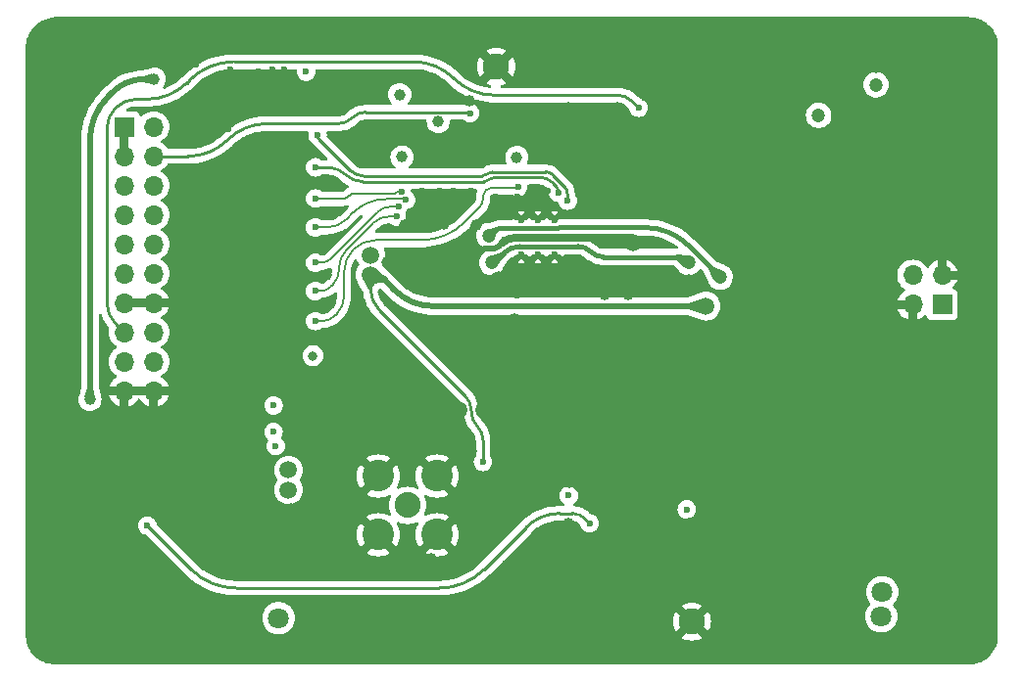
<source format=gbr>
%TF.GenerationSoftware,KiCad,Pcbnew,8.0.9-8.0.9-0~ubuntu22.04.1*%
%TF.CreationDate,2026-02-07T13:51:36+01:00*%
%TF.ProjectId,HW_0008_PrestoLO_rev01b,48575f30-3030-4385-9f50-726573746f4c,rev?*%
%TF.SameCoordinates,Original*%
%TF.FileFunction,Copper,L3,Inr*%
%TF.FilePolarity,Positive*%
%FSLAX46Y46*%
G04 Gerber Fmt 4.6, Leading zero omitted, Abs format (unit mm)*
G04 Created by KiCad (PCBNEW 8.0.9-8.0.9-0~ubuntu22.04.1) date 2026-02-07 13:51:36*
%MOMM*%
%LPD*%
G01*
G04 APERTURE LIST*
%TA.AperFunction,ComponentPad*%
%ADD10C,2.286000*%
%TD*%
%TA.AperFunction,HeatsinkPad*%
%ADD11C,0.600000*%
%TD*%
%TA.AperFunction,ComponentPad*%
%ADD12R,1.700000X1.700000*%
%TD*%
%TA.AperFunction,ComponentPad*%
%ADD13O,1.700000X1.700000*%
%TD*%
%TA.AperFunction,ComponentPad*%
%ADD14C,2.240000*%
%TD*%
%TA.AperFunction,ComponentPad*%
%ADD15C,2.740000*%
%TD*%
%TA.AperFunction,ViaPad*%
%ADD16C,1.800000*%
%TD*%
%TA.AperFunction,ViaPad*%
%ADD17C,1.000000*%
%TD*%
%TA.AperFunction,ViaPad*%
%ADD18C,1.500000*%
%TD*%
%TA.AperFunction,ViaPad*%
%ADD19C,0.800000*%
%TD*%
%TA.AperFunction,ViaPad*%
%ADD20C,0.600000*%
%TD*%
%TA.AperFunction,ViaPad*%
%ADD21C,5.000000*%
%TD*%
%TA.AperFunction,ViaPad*%
%ADD22C,0.700000*%
%TD*%
%TA.AperFunction,ViaPad*%
%ADD23C,1.200000*%
%TD*%
%TA.AperFunction,Conductor*%
%ADD24C,0.507000*%
%TD*%
%TA.AperFunction,Conductor*%
%ADD25C,0.508000*%
%TD*%
%TA.AperFunction,Conductor*%
%ADD26C,0.700000*%
%TD*%
%TA.AperFunction,Conductor*%
%ADD27C,0.200000*%
%TD*%
%TA.AperFunction,Conductor*%
%ADD28C,0.254000*%
%TD*%
%TA.AperFunction,Conductor*%
%ADD29C,0.381000*%
%TD*%
G04 APERTURE END LIST*
D10*
%TO.N,GND*%
%TO.C,J3*%
X104150000Y-37800000D03*
X121050000Y-85800000D03*
%TD*%
D11*
%TO.N,GND*%
%TO.C,U2*%
X106300000Y-51112500D03*
X106300000Y-54012500D03*
X107750000Y-51112500D03*
X107750000Y-54012500D03*
X109200000Y-51112500D03*
X109200000Y-54012500D03*
%TD*%
D12*
%TO.N,GND*%
%TO.C,J1*%
X72000000Y-43000000D03*
D13*
%TO.N,unconnected-(J1-Pin_2-Pad2)*%
X74540000Y-43000000D03*
%TO.N,GND*%
X72000000Y-45540000D03*
%TO.N,Fref_IN*%
X74540000Y-45540000D03*
%TO.N,Mute_RF*%
X72000000Y-48080000D03*
%TO.N,LD*%
X74540000Y-48080000D03*
%TO.N,DATA*%
X72000000Y-50620000D03*
%TO.N,CLK*%
X74540000Y-50620000D03*
%TO.N,CE*%
X72000000Y-53160000D03*
%TO.N,LE*%
X74540000Y-53160000D03*
%TO.N,unconnected-(J1-Pin_11-Pad11)*%
X72000000Y-55700000D03*
%TO.N,MUX*%
X74540000Y-55700000D03*
%TO.N,GND*%
X72000000Y-58240000D03*
X74540000Y-58240000D03*
%TO.N,LO_Buff_EN*%
X72000000Y-60780000D03*
%TO.N,~{RX_{EN}}*%
X74540000Y-60780000D03*
%TO.N,I2C_SCL*%
X72000000Y-63320000D03*
%TO.N,I2C_SDA*%
X74540000Y-63320000D03*
%TO.N,GND*%
X72000000Y-65860000D03*
X74540000Y-65860000D03*
%TD*%
D12*
%TO.N,Net-(J101-Pin_1)*%
%TO.C,J101*%
X142675000Y-58375000D03*
D13*
%TO.N,GND*%
X142675000Y-55835000D03*
X140135000Y-58375000D03*
%TO.N,Net-(J101-Pin_4)*%
X140135000Y-55835000D03*
%TD*%
D14*
%TO.N,Net-(J2-In)*%
%TO.C,J2*%
X96500000Y-75750000D03*
D15*
%TO.N,GND*%
X93960000Y-73210000D03*
X93960000Y-78290000D03*
X99040000Y-73210000D03*
X99040000Y-78290000D03*
%TD*%
D16*
%TO.N,/3V8*%
X85336136Y-85500000D03*
X137400000Y-85350000D03*
D17*
X69037500Y-66600000D03*
X74600000Y-38862500D03*
D16*
X137500000Y-83250000D03*
D17*
%TO.N,GND*%
X101000000Y-70000000D03*
X89800000Y-58250000D03*
X126100000Y-72000000D03*
D18*
X124414433Y-85800000D03*
D17*
X85000000Y-89000000D03*
X78000000Y-58600000D03*
X83500000Y-89000000D03*
D18*
X145700000Y-45100000D03*
D17*
X105050000Y-80950000D03*
X75400000Y-70600000D03*
D18*
X116891658Y-35600000D03*
D17*
X121000000Y-89000000D03*
D19*
X97800000Y-35400000D03*
D17*
X100500000Y-44062500D03*
D18*
X116365380Y-67800000D03*
D20*
X107500000Y-66300000D03*
D17*
X89500000Y-89000000D03*
D18*
X67000000Y-42382352D03*
D17*
X88250000Y-79500000D03*
D18*
X138241176Y-35600000D03*
D17*
X102400000Y-51500000D03*
D20*
X83750000Y-54500000D03*
D17*
X120169700Y-62230300D03*
X109000000Y-89000000D03*
X120800000Y-73500000D03*
X84700000Y-78500000D03*
D20*
X85750000Y-51750000D03*
D18*
X117797057Y-85900000D03*
D17*
X124250000Y-82350000D03*
D18*
X129304807Y-85800000D03*
X118576918Y-67800000D03*
X113400000Y-79200000D03*
D17*
X98800000Y-40200000D03*
D20*
X85500000Y-57000000D03*
D17*
X98700000Y-56000000D03*
X105050000Y-77550000D03*
X80500000Y-81500000D03*
D18*
X103125935Y-85900000D03*
D20*
X81203284Y-37994963D03*
D17*
X124500000Y-70750000D03*
D18*
X145700000Y-53400000D03*
D17*
X73000000Y-89000000D03*
D18*
X76650000Y-86500000D03*
X114323528Y-38000000D03*
D17*
X118750000Y-46000000D03*
X94000000Y-89000000D03*
X88250000Y-81250000D03*
X82000000Y-72900000D03*
D18*
X116764704Y-38000000D03*
D17*
X67125000Y-62900000D03*
D18*
X107000000Y-38000000D03*
D17*
X128550000Y-70200000D03*
X102000000Y-72750000D03*
D20*
X106000000Y-49000000D03*
D17*
X89750000Y-50500000D03*
D18*
X90500000Y-69356618D03*
D17*
X114600000Y-41300000D03*
X102000000Y-80550000D03*
D21*
X142500000Y-40000000D03*
D17*
X104300000Y-61000000D03*
X80600000Y-63500000D03*
X91900000Y-59000000D03*
X105600000Y-44200000D03*
X67200000Y-66700000D03*
D18*
X67000000Y-52147056D03*
D17*
X99250000Y-70000000D03*
X103700000Y-77200000D03*
X120100000Y-40500000D03*
X92400000Y-81500000D03*
X139000000Y-89000000D03*
D20*
X83600000Y-38200000D03*
D18*
X143300000Y-77600000D03*
D20*
X108250000Y-41250000D03*
D18*
X65000000Y-54764712D03*
X117250000Y-76550000D03*
D19*
X88248152Y-35400000D03*
D20*
X85750000Y-54500000D03*
D18*
X134500000Y-73544120D03*
X117350000Y-69250000D03*
X123919700Y-63230300D03*
X109727772Y-35600000D03*
X128882360Y-38000000D03*
D20*
X122300000Y-75700000D03*
X82000000Y-59750000D03*
D18*
X74400000Y-84500000D03*
D17*
X80500000Y-89000000D03*
D18*
X114503696Y-35600000D03*
D17*
X96400000Y-59400000D03*
D18*
X114153842Y-67800000D03*
D17*
X88000000Y-89000000D03*
D18*
X143400000Y-68600000D03*
X145700000Y-58282352D03*
D20*
X112900000Y-63900000D03*
D18*
X145600000Y-77600000D03*
X104900000Y-69900000D03*
D20*
X108627000Y-48500000D03*
D17*
X69000000Y-72800000D03*
D20*
X102000000Y-48500000D03*
D17*
X117950000Y-44100000D03*
X89750000Y-52750000D03*
X111500000Y-48800000D03*
X99400000Y-81500000D03*
D18*
X134400000Y-37900000D03*
X121667582Y-35600000D03*
D17*
X137500000Y-89000000D03*
X76000000Y-89000000D03*
D18*
X90500000Y-78952206D03*
X130750000Y-75058824D03*
X107339810Y-35600000D03*
D17*
X121750000Y-47500000D03*
X82500000Y-81500000D03*
X110300000Y-44900000D03*
X83900000Y-43900000D03*
X96500000Y-78300000D03*
D20*
X117900000Y-57300000D03*
D18*
X145700000Y-73200000D03*
X130750000Y-65000000D03*
D20*
X117750000Y-46250000D03*
D18*
X119279620Y-35600000D03*
D17*
X101600000Y-79000000D03*
D18*
X100884614Y-67500000D03*
D17*
X127000000Y-89000000D03*
D18*
X105571122Y-85900000D03*
X111882352Y-38000000D03*
D17*
X77400000Y-61200000D03*
D18*
X121647056Y-38000000D03*
X130750000Y-72441176D03*
D17*
X76500000Y-50500000D03*
D18*
X133607392Y-35600000D03*
D17*
X100800000Y-61000000D03*
X121400000Y-44100000D03*
X82000000Y-89000000D03*
X80500000Y-80200000D03*
X131050000Y-62100000D03*
D18*
X65000000Y-66970592D03*
X134500000Y-85750000D03*
D20*
X100500000Y-48500000D03*
D17*
X102000000Y-71050000D03*
D18*
X130750000Y-77500000D03*
D17*
X115500000Y-57500000D03*
X126800000Y-40300000D03*
X132300000Y-49600000D03*
D18*
X65000000Y-44882352D03*
D17*
X94750000Y-61500000D03*
D18*
X109441176Y-38000000D03*
D17*
X133000000Y-89000000D03*
X109800000Y-82600000D03*
D19*
X83472228Y-35400000D03*
D17*
X77887500Y-50500000D03*
X112000000Y-89000000D03*
X131000000Y-59850000D03*
D18*
X134500000Y-63779416D03*
X126441176Y-38000000D03*
X93345187Y-85900000D03*
X107600000Y-69250000D03*
D20*
X128300000Y-48400000D03*
X84800000Y-71800000D03*
D17*
X126000000Y-79650000D03*
D18*
X65000000Y-64529416D03*
D17*
X116500000Y-89000000D03*
D18*
X125516060Y-65320300D03*
D19*
X71532418Y-35400000D03*
D18*
X130750000Y-67441176D03*
D17*
X86500000Y-89000000D03*
X94150000Y-81500000D03*
D18*
X65000000Y-69411768D03*
D17*
X98500000Y-80400000D03*
X97000000Y-89000000D03*
X112100000Y-61700000D03*
X140500000Y-89000000D03*
X95750000Y-62500000D03*
X125169700Y-62230300D03*
D18*
X120788456Y-67800000D03*
D17*
X67225000Y-55800000D03*
X110400000Y-77300000D03*
X96200000Y-51519000D03*
X89900000Y-84300000D03*
X102600000Y-61000000D03*
D18*
X124500000Y-58000000D03*
D17*
X102000000Y-74150000D03*
D18*
X69000000Y-36426472D03*
X145700000Y-60723528D03*
D17*
X116200000Y-46200000D03*
X76500000Y-47750000D03*
X113500000Y-57500000D03*
X115600000Y-61700000D03*
D18*
X108016309Y-85900000D03*
D17*
X134500000Y-89000000D03*
X93800000Y-75800000D03*
D19*
X100187962Y-35400000D03*
D17*
X125500000Y-81200000D03*
D18*
X88300000Y-85900000D03*
D17*
X128250000Y-53000000D03*
X113500000Y-89000000D03*
X97500000Y-70000000D03*
D18*
X65000000Y-42441176D03*
D17*
X110500000Y-89000000D03*
X126500000Y-53000000D03*
D20*
X115500000Y-65200000D03*
D17*
X92250000Y-70000000D03*
D18*
X134500000Y-51455880D03*
D20*
X82250000Y-49000000D03*
D17*
X95500000Y-89000000D03*
D18*
X143400000Y-73200000D03*
D17*
X124800000Y-46500000D03*
X125500000Y-89000000D03*
D20*
X84000000Y-57000000D03*
D18*
X145700000Y-55841176D03*
D17*
X67200000Y-69900000D03*
D18*
X90500000Y-66957721D03*
X98235561Y-85900000D03*
X145700000Y-47800000D03*
X67000000Y-37500000D03*
D17*
X110500000Y-73750000D03*
X95750000Y-70000000D03*
D18*
X145700000Y-68600000D03*
X143200000Y-47800000D03*
D17*
X117400000Y-61700000D03*
D18*
X65000000Y-62088240D03*
X119450000Y-69250000D03*
D22*
X109200000Y-52600000D03*
D17*
X70000000Y-87000000D03*
D18*
X112115734Y-35600000D03*
X65000000Y-40000000D03*
D17*
X102000000Y-44062500D03*
X89500000Y-55800000D03*
X136000000Y-89000000D03*
X104050000Y-78500000D03*
X91000000Y-89000000D03*
X75400000Y-69000000D03*
D18*
X90900000Y-85900000D03*
D17*
X88250000Y-77750000D03*
X123000000Y-51500000D03*
D20*
X81000000Y-42200000D03*
X110800000Y-65100000D03*
D18*
X117200000Y-79150000D03*
D20*
X123550000Y-77750000D03*
D17*
X106000000Y-89000000D03*
D18*
X86400000Y-76293750D03*
D17*
X78000000Y-55600000D03*
D18*
X65000000Y-49764704D03*
X123000000Y-67500000D03*
D17*
X79000000Y-89000000D03*
D18*
X67000000Y-49705880D03*
X134500000Y-75985296D03*
D17*
X99600000Y-51400000D03*
D18*
X68600000Y-75800000D03*
X120400000Y-64600000D03*
X90500000Y-74154412D03*
D17*
X110400000Y-46600000D03*
D18*
X123000000Y-69250000D03*
X90500000Y-81351103D03*
D17*
X90000000Y-47750000D03*
D18*
X70900000Y-77400000D03*
X112906683Y-85900000D03*
D17*
X125000000Y-56250000D03*
D18*
X122500000Y-79100000D03*
D17*
X93800000Y-39200000D03*
D21*
X142500000Y-83000000D03*
D17*
X124000000Y-89000000D03*
D20*
X84900000Y-68300000D03*
D17*
X91400000Y-39200000D03*
X115750000Y-56250000D03*
X102700000Y-78100000D03*
D20*
X85750000Y-59750000D03*
D18*
X134500000Y-49014704D03*
D17*
X103000000Y-89000000D03*
D18*
X109730766Y-67800000D03*
D19*
X95412038Y-35400000D03*
D18*
X104400000Y-56200000D03*
D19*
X90636114Y-35400000D03*
D17*
X89912500Y-61200000D03*
D18*
X67000000Y-39941176D03*
D20*
X81000000Y-43200000D03*
D17*
X119500000Y-89000000D03*
X142000000Y-88100000D03*
X125750000Y-77950000D03*
D18*
X110461496Y-85900000D03*
D17*
X110300000Y-43100000D03*
X126500000Y-51500000D03*
D20*
X114500000Y-46250000D03*
D17*
X88250000Y-74500000D03*
D18*
X100680748Y-85900000D03*
X120800000Y-77600000D03*
D17*
X100000000Y-89000000D03*
X122500000Y-89000000D03*
D18*
X126859620Y-85800000D03*
D17*
X103500000Y-82500000D03*
X100800000Y-81500000D03*
D18*
X90500000Y-71755515D03*
X128831468Y-35600000D03*
D17*
X74500000Y-89000000D03*
D20*
X78200000Y-37600000D03*
D17*
X95000000Y-80500000D03*
D18*
X113450000Y-69400000D03*
D17*
X91500000Y-84300000D03*
X88250000Y-72750000D03*
D18*
X134500000Y-46573528D03*
X119205880Y-38000000D03*
D20*
X104141720Y-49027070D03*
D18*
X98673076Y-67500000D03*
X95790374Y-85900000D03*
D17*
X78000000Y-47800000D03*
D20*
X81750000Y-51750000D03*
D17*
X118000000Y-89000000D03*
X119700000Y-44100000D03*
D19*
X76308342Y-35400000D03*
D17*
X77000000Y-44300000D03*
D20*
X84000000Y-59750000D03*
D17*
X71500000Y-88000000D03*
X74000000Y-76000000D03*
D18*
X111000000Y-55500000D03*
X65000000Y-71852944D03*
D17*
X98500000Y-89000000D03*
X120500000Y-46000000D03*
X84500000Y-81800000D03*
D18*
X65000000Y-59647064D03*
X90500000Y-76553309D03*
X134500000Y-80867648D03*
D17*
X101500000Y-89000000D03*
X91250000Y-60500000D03*
D18*
X126443506Y-35600000D03*
D17*
X103000000Y-79500000D03*
X97400000Y-40200000D03*
D18*
X90500000Y-64558824D03*
D17*
X101800000Y-40700000D03*
D18*
X115351870Y-85900000D03*
X145600000Y-75600000D03*
X104951848Y-35600000D03*
D17*
X77500000Y-89000000D03*
X94750000Y-54750000D03*
D20*
X82000000Y-57000000D03*
D17*
X128700000Y-45000000D03*
X107800000Y-73500000D03*
D18*
X134500000Y-68661768D03*
D17*
X96500000Y-73100000D03*
D18*
X134500000Y-71102944D03*
D17*
X103750000Y-44062500D03*
X126200000Y-74050000D03*
D20*
X84800000Y-38000000D03*
D18*
X134500000Y-61338240D03*
X131750000Y-85800000D03*
X134500000Y-41691176D03*
D17*
X113800000Y-61700000D03*
D18*
X108050000Y-78300000D03*
X134500000Y-78426472D03*
D17*
X71000000Y-70500000D03*
X124900000Y-50100000D03*
D22*
X107700000Y-52600000D03*
D17*
X91500000Y-43900000D03*
X124700000Y-40300000D03*
X77250000Y-70750000D03*
D18*
X96461538Y-67500000D03*
D17*
X131500000Y-89000000D03*
D20*
X82250000Y-46250000D03*
D17*
X110400000Y-41300000D03*
X77250000Y-69000000D03*
D18*
X67000000Y-47264704D03*
D17*
X121750000Y-49000000D03*
D18*
X135800000Y-35600000D03*
D19*
X81084266Y-35400000D03*
D17*
X105700000Y-59600000D03*
D18*
X102563886Y-35600000D03*
D17*
X96700000Y-80500000D03*
X124750000Y-51500000D03*
D18*
X130750000Y-82441176D03*
D22*
X106400000Y-52600000D03*
D18*
X67000000Y-44823528D03*
D20*
X115700000Y-55300000D03*
D18*
X105307690Y-67800000D03*
D17*
X94000000Y-70000000D03*
X97200000Y-56000000D03*
D18*
X145700000Y-66000000D03*
X111942304Y-67800000D03*
X115350000Y-77850000D03*
X65000000Y-52205880D03*
D17*
X90300000Y-43900000D03*
X128500000Y-89000000D03*
D20*
X85750000Y-49000000D03*
D17*
X115000000Y-89000000D03*
D19*
X73920380Y-35400000D03*
D17*
X115300000Y-82600000D03*
D18*
X130750000Y-70000000D03*
X118300000Y-62800000D03*
X131219430Y-35600000D03*
X116000000Y-53000000D03*
X118750000Y-60250000D03*
D20*
X81750000Y-54500000D03*
D17*
X102350000Y-83750000D03*
D20*
X114500000Y-65200000D03*
D17*
X86300000Y-81800000D03*
X99100000Y-61000000D03*
D18*
X66600000Y-74000000D03*
D17*
X67125000Y-60600000D03*
X137000000Y-37900000D03*
X102100000Y-56000000D03*
D18*
X131250000Y-38000000D03*
D17*
X90600000Y-41500000D03*
D18*
X79198130Y-86500000D03*
D20*
X104700000Y-72250000D03*
D17*
X123350000Y-73450000D03*
D18*
X134500000Y-66220592D03*
X143300000Y-66000000D03*
D20*
X109900000Y-65100000D03*
D18*
X143300000Y-75600000D03*
D17*
X92500000Y-89000000D03*
D18*
X103096152Y-67500000D03*
X143500000Y-52700000D03*
X94250000Y-67500000D03*
D17*
X130000000Y-89000000D03*
X76500000Y-72500000D03*
D20*
X121500000Y-46250000D03*
X84000000Y-46250000D03*
D17*
X97650000Y-81500000D03*
X82900000Y-78600000D03*
D18*
X81650000Y-86500000D03*
D17*
X122700000Y-82700000D03*
X80500000Y-78700000D03*
X126950000Y-77100000D03*
D20*
X97750000Y-48500000D03*
X117000000Y-40500000D03*
X84000000Y-49000000D03*
D18*
X107519228Y-67800000D03*
D17*
X78600000Y-42400000D03*
D21*
X69500000Y-83000000D03*
D18*
X111600000Y-69400000D03*
D17*
X79000000Y-72500000D03*
D18*
X134500000Y-44132352D03*
X65000000Y-47323528D03*
X134500000Y-58897064D03*
D20*
X85750000Y-46250000D03*
D17*
X126250000Y-62250000D03*
X143500000Y-87000000D03*
X116300000Y-44100000D03*
D18*
X73600000Y-79400000D03*
X124055544Y-35600000D03*
D17*
X100400000Y-56000000D03*
X82050000Y-77300000D03*
D20*
X85800000Y-38000000D03*
D18*
X134500000Y-53897056D03*
D17*
X88250000Y-76250000D03*
X97600000Y-59900000D03*
D18*
X84000000Y-87500000D03*
D17*
X110300000Y-61600000D03*
X103600000Y-74200000D03*
D20*
X106000000Y-57600000D03*
D18*
X111550000Y-79200000D03*
D17*
X109250000Y-72450000D03*
D20*
X84000000Y-51750000D03*
D17*
X83800000Y-77300000D03*
D18*
X74400000Y-81900000D03*
D20*
X99250000Y-48500000D03*
D19*
X85860190Y-35400000D03*
D18*
X124000000Y-38000000D03*
D17*
X115400000Y-72500000D03*
D18*
X120750000Y-56500000D03*
X65000000Y-57205888D03*
D17*
X104500000Y-89000000D03*
X130800000Y-48100000D03*
D18*
X130750000Y-80000000D03*
D17*
X107500000Y-89000000D03*
D20*
X110900000Y-63300000D03*
X105500000Y-73050000D03*
D17*
X95900000Y-81500000D03*
X120950000Y-82700000D03*
D18*
X114700000Y-62800000D03*
D17*
X80500000Y-77200000D03*
D18*
X134500000Y-56338232D03*
X134500000Y-83308824D03*
D17*
X137500000Y-87200000D03*
D20*
X112000000Y-41250000D03*
D19*
X78696304Y-35400000D03*
D17*
X77987500Y-53200000D03*
D19*
X93024076Y-35400000D03*
D20*
%TO.N,Net-(U2-LD)*%
X110313137Y-49391962D03*
X88700000Y-43700000D03*
D19*
%TO.N,3V3_ADF*%
X88300000Y-62800000D03*
D18*
X93300000Y-54100000D03*
X93250000Y-55800000D03*
X86200000Y-72700000D03*
X86200000Y-74400000D03*
X122250000Y-58500000D03*
D20*
X103000000Y-72000000D03*
%TO.N,Net-(U2-MUXOUT)*%
X88500000Y-59800000D03*
X106048624Y-48201376D03*
%TO.N,Net-(U2-PDB_{RF})*%
X109500000Y-48700000D03*
X88500000Y-46500000D03*
%TO.N,Net-(U2-CE)*%
X95544902Y-50763453D03*
X88500000Y-57200000D03*
%TO.N,Net-(U2-LE)*%
X88500000Y-54750000D03*
X95685421Y-49900000D03*
%TO.N,Net-(U2-DATA)*%
X96338193Y-49300000D03*
X88500000Y-51700000D03*
%TO.N,Net-(U2-CLK)*%
X95945142Y-48603211D03*
X88500000Y-49200000D03*
D17*
%TO.N,Net-(U2-REF_{IN})*%
X105925000Y-45619000D03*
D20*
%TO.N,Net-(C36-Pad2)*%
X112200000Y-77300000D03*
X74000000Y-77500000D03*
%TO.N,Net-(U101-Vcc)*%
X120600000Y-76100000D03*
D23*
%TO.N,Net-(U2-CP_{OUT})*%
X120750000Y-54750000D03*
X103750000Y-54750000D03*
D20*
%TO.N,LO_Buff_EN*%
X116450000Y-41350000D03*
D23*
%TO.N,/5V6*%
X132000000Y-42000000D03*
X136950000Y-39350000D03*
%TO.N,Net-(U2-SW)*%
X103496325Y-52403675D03*
X123500000Y-56000000D03*
D20*
%TO.N,Net-(U7-A2)*%
X84900000Y-67100000D03*
%TO.N,Net-(U7-A1)*%
X84900000Y-69400000D03*
%TO.N,Net-(U7-A0)*%
X85100000Y-70600000D03*
%TO.N,Fref_IN*%
X101900000Y-41800000D03*
D17*
%TO.N,V_VCTCXO*%
X95800000Y-40200000D03*
%TO.N,Net-(U8-VDD)*%
X99131679Y-42531379D03*
%TO.N,VCTCXO_Out*%
X96000000Y-45600000D03*
D20*
%TO.N,3V3_VCTCXO*%
X87702297Y-38223000D03*
%TO.N,/3V3_LS*%
X110400000Y-74900000D03*
%TD*%
D24*
%TO.N,/3V8*%
X74598979Y-38863521D02*
X74600000Y-38862500D01*
X69037500Y-44154531D02*
X69037500Y-66600000D01*
X71032645Y-39967354D02*
X70587499Y-40412499D01*
X74596514Y-38864542D02*
X73514784Y-38864542D01*
X74598979Y-38863521D02*
G75*
G02*
X74596514Y-38864536I-2479J2521D01*
G01*
X69037500Y-44154531D02*
G75*
G02*
X70587491Y-40412491I5292000J31D01*
G01*
X71032645Y-39967354D02*
G75*
G02*
X73514783Y-38864528I2678155J-2683046D01*
G01*
D25*
%TO.N,GND*%
X103850000Y-53500000D02*
X103600000Y-53500000D01*
X103850000Y-53500000D02*
X104000000Y-53500000D01*
D26*
X115317157Y-52600000D02*
X109200000Y-52600000D01*
D25*
X103537500Y-53500000D02*
X103412500Y-53500000D01*
D27*
X116000000Y-53000000D02*
X115800000Y-52800000D01*
D25*
X103350000Y-53500000D02*
X103412500Y-53500000D01*
X103600000Y-53500000D02*
X103537500Y-53500000D01*
D28*
X102581801Y-53818198D02*
X102499999Y-53899999D01*
D26*
X107700000Y-52600000D02*
X109200000Y-52600000D01*
D25*
X104650000Y-53050000D02*
X104341421Y-53358578D01*
D26*
X106400000Y-52600000D02*
X107700000Y-52600000D01*
D28*
X102100000Y-54865685D02*
X102100000Y-56000000D01*
D26*
X106400000Y-52600000D02*
X105736396Y-52600000D01*
X104650000Y-53050000D02*
G75*
G02*
X105736396Y-52599998I1086400J-1086400D01*
G01*
D28*
X102100000Y-54865685D02*
G75*
G02*
X102500004Y-53900004I1365700J-15D01*
G01*
D27*
X115317157Y-52600000D02*
G75*
G02*
X115800013Y-52799987I43J-682800D01*
G01*
D25*
X104000000Y-53500000D02*
G75*
G03*
X104341433Y-53358590I0J482900D01*
G01*
X102581801Y-53818198D02*
G75*
G02*
X103350000Y-53500000I768199J-768202D01*
G01*
D28*
%TO.N,Net-(U2-LD)*%
X88700000Y-43700000D02*
X88700000Y-43825000D01*
X88788388Y-44038388D02*
X91500000Y-46750000D01*
X108446538Y-46895376D02*
X103809458Y-46895376D01*
X109967070Y-48067070D02*
X109042041Y-47142041D01*
X102953319Y-47250000D02*
X92707106Y-47250000D01*
X110313137Y-49391962D02*
X110313137Y-48902549D01*
X108446538Y-46895376D02*
G75*
G02*
X109042013Y-47142069I-38J-842124D01*
G01*
X92707106Y-47250000D02*
G75*
G02*
X91499998Y-46750002I-6J1707100D01*
G01*
X110313137Y-48902549D02*
G75*
G03*
X109967093Y-48067047I-1181537J49D01*
G01*
X103381389Y-47072688D02*
G75*
G02*
X103809458Y-46895330I428111J-428012D01*
G01*
X88788388Y-44038388D02*
G75*
G02*
X88700007Y-43825000I213412J213388D01*
G01*
X103381389Y-47072688D02*
G75*
G02*
X102953319Y-47250009I-428089J428088D01*
G01*
D25*
%TO.N,3V3_ADF*%
X122250000Y-58500000D02*
X98659188Y-58500000D01*
D28*
X94045495Y-58845495D02*
X101434314Y-66234314D01*
D25*
X95400000Y-57150000D02*
X94332842Y-56082842D01*
D28*
X102000000Y-67692893D02*
X102000000Y-67600000D01*
X93250000Y-55800000D02*
X93250000Y-56925000D01*
D25*
X93250000Y-55800000D02*
X93650000Y-55800000D01*
D28*
X103000000Y-70107106D02*
X103000000Y-72000000D01*
D25*
X94332842Y-56082842D02*
G75*
G03*
X93650000Y-55800004I-682842J-682858D01*
G01*
D28*
X101434314Y-66234314D02*
G75*
G02*
X101999991Y-67600000I-1365714J-1365686D01*
G01*
D25*
X95400000Y-57150000D02*
G75*
G03*
X98659188Y-58500005I3259200J3259200D01*
G01*
D28*
X102000000Y-67692893D02*
G75*
G03*
X102499998Y-68900002I1707100J-7D01*
G01*
X94045495Y-58845495D02*
G75*
G02*
X93250003Y-56925000I1920505J1920495D01*
G01*
X103000000Y-70107106D02*
G75*
G03*
X102500002Y-68899998I-1707100J6D01*
G01*
D27*
%TO.N,Net-(U2-MUXOUT)*%
X97654415Y-52800000D02*
X93731377Y-52800000D01*
X102657537Y-50011091D02*
X101434314Y-51234314D01*
X105965617Y-48250000D02*
X103768198Y-48250000D01*
X91000000Y-57634314D02*
X91000000Y-55531326D01*
X103000000Y-49184314D02*
X103000000Y-49018198D01*
X106048624Y-48201376D02*
X106024312Y-48225688D01*
X88500000Y-59800000D02*
X89115685Y-59800000D01*
X90166726Y-59364644D02*
X90365685Y-59165685D01*
X91800000Y-53600000D02*
G75*
G03*
X91000029Y-55531326I1931300J-1931300D01*
G01*
X91000000Y-57634314D02*
G75*
G02*
X90365681Y-59165681I-2165700J14D01*
G01*
X103000000Y-49184314D02*
G75*
G02*
X102657522Y-50011076I-1169200J14D01*
G01*
X91800000Y-53600000D02*
G75*
G02*
X93731377Y-52799988I1931400J-1931400D01*
G01*
X103225000Y-48475000D02*
G75*
G02*
X103768198Y-48249999I543200J-543200D01*
G01*
X103225000Y-48475000D02*
G75*
G03*
X102999999Y-49018198I543200J-543200D01*
G01*
X90166726Y-59364644D02*
G75*
G02*
X89115685Y-59799988I-1051026J1051044D01*
G01*
X105965617Y-48250000D02*
G75*
G03*
X106024302Y-48225678I-17J83000D01*
G01*
X97654415Y-52800000D02*
G75*
G03*
X101434310Y-51234310I-15J5345600D01*
G01*
D28*
%TO.N,Net-(U2-PDB_{RF})*%
X107877183Y-47349376D02*
X104030037Y-47349376D01*
X89616116Y-46500000D02*
X88500000Y-46500000D01*
X103062846Y-47750000D02*
X92633883Y-47750000D01*
X109024688Y-47824688D02*
X109358578Y-48158578D01*
X109500000Y-48500000D02*
X109500000Y-48700000D01*
X109500000Y-48500000D02*
G75*
G03*
X109358569Y-48158587I-482800J0D01*
G01*
X91125000Y-47125000D02*
G75*
G03*
X92633883Y-47750007I1508900J1508900D01*
G01*
X91125000Y-47125000D02*
G75*
G03*
X89616116Y-46499993I-1508900J-1508900D01*
G01*
X107877183Y-47349376D02*
G75*
G02*
X109024698Y-47824678I17J-1622824D01*
G01*
X103546442Y-47549688D02*
G75*
G02*
X104030037Y-47349408I483558J-483612D01*
G01*
X103062846Y-47750000D02*
G75*
G03*
X103546417Y-47549663I-46J683900D01*
G01*
D27*
%TO.N,Net-(U2-CE)*%
X93549708Y-51284605D02*
X91203033Y-53631280D01*
X90550000Y-55375736D02*
X90550000Y-55207842D01*
X90015685Y-56665685D02*
X89828337Y-56853032D01*
X95544902Y-50763453D02*
X94807881Y-50763453D01*
X88990685Y-57200000D02*
X88500000Y-57200000D01*
X93549708Y-51284605D02*
G75*
G02*
X94807881Y-50763446I1258192J-1258195D01*
G01*
X90550000Y-55207842D02*
G75*
G02*
X91203011Y-53631258I2229600J42D01*
G01*
X90550000Y-55375736D02*
G75*
G02*
X90015675Y-56665675I-1824300J36D01*
G01*
X88990685Y-57200000D02*
G75*
G03*
X89828341Y-56853036I15J1184600D01*
G01*
%TO.N,Net-(U2-LE)*%
X93903071Y-50365557D02*
X89878768Y-54389860D01*
X95027024Y-49900000D02*
X95685421Y-49900000D01*
X93903071Y-50365556D02*
X93903071Y-50365557D01*
X89878768Y-54389860D02*
X89878767Y-54389860D01*
X89009314Y-54750000D02*
X88500000Y-54750000D01*
X95027024Y-49900000D02*
G75*
G03*
X93903061Y-50365546I-24J-1589500D01*
G01*
X89009314Y-54750000D02*
G75*
G03*
X89878762Y-54389855I-14J1229600D01*
G01*
%TO.N,Net-(U2-DATA)*%
X89500000Y-51700000D02*
X88500000Y-51700000D01*
X91207106Y-50992892D02*
X91769770Y-50430229D01*
X96252837Y-49250000D02*
X94619096Y-49250000D01*
X96338193Y-49300000D02*
X96313193Y-49275000D01*
X91769770Y-50430229D02*
G75*
G02*
X94619096Y-49250010I2849330J-2849371D01*
G01*
X96252837Y-49250000D02*
G75*
G02*
X96313183Y-49275010I-37J-85400D01*
G01*
X91207106Y-50992892D02*
G75*
G02*
X89500000Y-51700003I-1707106J1707092D01*
G01*
%TO.N,Net-(U2-CLK)*%
X88500000Y-49200000D02*
X88525000Y-49225000D01*
X95945142Y-48603211D02*
X95707006Y-48603211D01*
X91984924Y-48750000D02*
X95352626Y-48750000D01*
X88585355Y-49250000D02*
X90777817Y-49250000D01*
X95529816Y-48676605D02*
G75*
G02*
X95352626Y-48750013I-177216J177205D01*
G01*
X91381371Y-49000000D02*
G75*
G02*
X90777817Y-49249999I-603571J603600D01*
G01*
X95529816Y-48676605D02*
G75*
G02*
X95707006Y-48603216I177184J-177195D01*
G01*
X88585355Y-49250000D02*
G75*
G02*
X88525013Y-49224987I45J85400D01*
G01*
X91984924Y-48750000D02*
G75*
G03*
X91381370Y-48999999I-24J-853500D01*
G01*
D28*
%TO.N,Net-(C36-Pad2)*%
X111770070Y-76870070D02*
X112200000Y-77300000D01*
X77813207Y-81313207D02*
X74000000Y-77500000D01*
X109640685Y-76440140D02*
X110732127Y-76440140D01*
X103068162Y-81313207D02*
X106739533Y-77641836D01*
X99220406Y-82907000D02*
X81660963Y-82907000D01*
X77813207Y-81313207D02*
G75*
G03*
X81660963Y-82907011I3847793J3847807D01*
G01*
X109640685Y-76440140D02*
G75*
G03*
X106739538Y-77641841I15J-4102860D01*
G01*
X99220406Y-82907000D02*
G75*
G03*
X103068170Y-81313215I-6J5441600D01*
G01*
X111770070Y-76870070D02*
G75*
G03*
X110732127Y-76440117I-1037970J-1037930D01*
G01*
D29*
%TO.N,Net-(U2-CP_{OUT})*%
X119896446Y-54250000D02*
X113392052Y-54250000D01*
X120750000Y-54750000D02*
X120500000Y-54500000D01*
X104779000Y-53921000D02*
X104359099Y-54340900D01*
X103875000Y-54500000D02*
X103975000Y-54500000D01*
D25*
X103750000Y-54750000D02*
X103750000Y-54625000D01*
D29*
X106176829Y-53342000D02*
X111199947Y-53342000D01*
X106176829Y-53342000D02*
G75*
G03*
X104778991Y-53920991I-29J-1976800D01*
G01*
X111199947Y-53342000D02*
G75*
G02*
X112295966Y-53796034I-47J-1550000D01*
G01*
X103875000Y-54500000D02*
G75*
G03*
X103750000Y-54625000I0J-125000D01*
G01*
X103975000Y-54500000D02*
G75*
G03*
X104359100Y-54340901I0J543200D01*
G01*
X119896446Y-54250000D02*
G75*
G02*
X120500016Y-54499984I54J-853500D01*
G01*
X113392052Y-54250000D02*
G75*
G02*
X112296014Y-53795986I48J1550100D01*
G01*
D28*
%TO.N,LO_Buff_EN*%
X74000000Y-40600000D02*
X73060660Y-40600000D01*
X103966249Y-40250000D02*
X111250000Y-40250000D01*
X115900000Y-40800000D02*
X116450000Y-41350000D01*
X114572182Y-40250000D02*
X114448591Y-40250000D01*
X113300000Y-40250000D02*
X111250000Y-40250000D01*
X77638244Y-38961755D02*
X77414213Y-39185786D01*
X97008397Y-37367963D02*
X81486000Y-37367963D01*
X116450000Y-41350000D02*
X116500000Y-41400000D01*
X70500000Y-43160660D02*
X70500000Y-58219339D01*
X114448591Y-40250000D02*
X114201409Y-40250000D01*
X71250000Y-60030000D02*
X72000000Y-60780000D01*
X113300000Y-40250000D02*
X114201409Y-40250000D01*
X70500000Y-43160660D02*
G75*
G02*
X71250032Y-41350032I2560600J-40D01*
G01*
X114572182Y-40250000D02*
G75*
G02*
X115900005Y-40799995I18J-1877800D01*
G01*
X73060660Y-40600000D02*
G75*
G03*
X71250032Y-41350032I40J-2560600D01*
G01*
X97008397Y-37367963D02*
G75*
G02*
X100487323Y-38808981I3J-4919937D01*
G01*
X77638244Y-38961755D02*
G75*
G02*
X81486000Y-37367959I3847756J-3847745D01*
G01*
X103966249Y-40250000D02*
G75*
G02*
X100487357Y-38808947I51J4919900D01*
G01*
X71250000Y-60030000D02*
G75*
G02*
X70499984Y-58219339I1810700J1810700D01*
G01*
X74000000Y-40600000D02*
G75*
G03*
X77414208Y-39185781I0J4828400D01*
G01*
D27*
%TO.N,Net-(U2-SW)*%
X103496325Y-52403675D02*
X103546325Y-52403675D01*
X103631680Y-52368319D02*
X103707339Y-52292659D01*
D29*
X104108500Y-51891500D02*
X104054250Y-51945750D01*
X103945749Y-52054249D02*
X103858659Y-52141339D01*
X109619420Y-51700000D02*
X116946036Y-51700000D01*
X120793792Y-53293792D02*
X123500000Y-56000000D01*
X104370442Y-51783000D02*
X109419041Y-51783000D01*
X103858659Y-52141339D02*
X103707339Y-52292659D01*
X104054250Y-51945750D02*
X103945749Y-52054249D01*
X104370442Y-51783000D02*
G75*
G03*
X104108488Y-51891488I-42J-370400D01*
G01*
X109419041Y-51783000D02*
G75*
G03*
X109519213Y-51741482I-41J141700D01*
G01*
D27*
X103631680Y-52368319D02*
G75*
G02*
X103546325Y-52403702I-85380J85319D01*
G01*
D29*
X120793792Y-53293792D02*
G75*
G03*
X116946036Y-51699989I-3847792J-3847808D01*
G01*
X109619420Y-51700000D02*
G75*
G03*
X109519218Y-51741487I-20J-141700D01*
G01*
D28*
%TO.N,Fref_IN*%
X77524942Y-45540000D02*
X74540000Y-45540000D01*
X101862189Y-41762189D02*
X101900000Y-41800000D01*
X90474647Y-42720786D02*
X84331127Y-42720786D01*
X92880187Y-41724379D02*
X101770906Y-41724379D01*
X101862189Y-41762189D02*
G75*
G03*
X101770906Y-41724382I-91289J-91311D01*
G01*
X90474647Y-42720786D02*
G75*
G03*
X91677396Y-42222561I-47J1700986D01*
G01*
X91677417Y-42222582D02*
G75*
G02*
X92880187Y-41724354I1202783J-1202718D01*
G01*
X84331127Y-42720786D02*
G75*
G03*
X80928018Y-44130376I-27J-4812714D01*
G01*
X77524942Y-45540000D02*
G75*
G03*
X80928014Y-44130372I-42J4812700D01*
G01*
%TD*%
%TA.AperFunction,Conductor*%
%TO.N,GND*%
G36*
X74139901Y-57932993D02*
G01*
X74074075Y-58047007D01*
X74040000Y-58174174D01*
X74040000Y-58305826D01*
X74074075Y-58432993D01*
X74139901Y-58547007D01*
X74207894Y-58615000D01*
X72332106Y-58615000D01*
X72400099Y-58547007D01*
X72465925Y-58432993D01*
X72500000Y-58305826D01*
X72500000Y-58174174D01*
X72465925Y-58047007D01*
X72400099Y-57932993D01*
X72332106Y-57865000D01*
X74207894Y-57865000D01*
X74139901Y-57932993D01*
G37*
%TD.AperFunction*%
%TA.AperFunction,Conductor*%
G36*
X102433576Y-48397185D02*
G01*
X102479331Y-48449989D01*
X102489275Y-48519147D01*
X102481098Y-48548951D01*
X102478487Y-48555255D01*
X102469356Y-48577299D01*
X102422918Y-48750607D01*
X102399500Y-48928479D01*
X102399500Y-49178211D01*
X102398903Y-49190367D01*
X102389768Y-49283102D01*
X102385025Y-49306945D01*
X102359750Y-49390257D01*
X102350447Y-49412714D01*
X102309405Y-49489494D01*
X102295900Y-49509705D01*
X102278978Y-49530324D01*
X102236973Y-49581505D01*
X102236650Y-49581898D01*
X102228493Y-49590897D01*
X102223914Y-49595477D01*
X102223914Y-49595478D01*
X102178967Y-49640421D01*
X102178931Y-49640459D01*
X101033928Y-50785464D01*
X101033926Y-50785466D01*
X101011418Y-50807973D01*
X101007910Y-50811346D01*
X100739679Y-51059296D01*
X100732276Y-51065619D01*
X100447331Y-51290252D01*
X100439454Y-51295975D01*
X100137760Y-51497561D01*
X100129467Y-51502642D01*
X99850101Y-51659096D01*
X99812896Y-51679932D01*
X99804221Y-51684352D01*
X99474704Y-51836262D01*
X99465709Y-51839988D01*
X99125288Y-51965577D01*
X99116028Y-51968585D01*
X98766820Y-52067072D01*
X98757352Y-52069345D01*
X98401485Y-52140132D01*
X98391869Y-52141655D01*
X98031548Y-52184303D01*
X98021842Y-52185067D01*
X97656983Y-52199404D01*
X97652114Y-52199500D01*
X93783410Y-52199500D01*
X93716371Y-52179815D01*
X93670616Y-52127011D01*
X93660672Y-52057853D01*
X93689697Y-51994297D01*
X93695729Y-51987819D01*
X93819434Y-51864114D01*
X93970894Y-51712653D01*
X93978017Y-51706068D01*
X94107577Y-51595415D01*
X94123297Y-51583994D01*
X94264398Y-51497527D01*
X94281709Y-51488706D01*
X94434594Y-51425378D01*
X94453090Y-51419368D01*
X94613991Y-51380738D01*
X94633201Y-51377695D01*
X94802945Y-51364335D01*
X94812675Y-51363953D01*
X94962490Y-51363953D01*
X95029529Y-51383638D01*
X95039805Y-51391008D01*
X95042638Y-51393267D01*
X95042640Y-51393269D01*
X95195380Y-51489242D01*
X95365647Y-51548821D01*
X95365652Y-51548822D01*
X95544898Y-51569018D01*
X95544902Y-51569018D01*
X95544906Y-51569018D01*
X95724151Y-51548822D01*
X95724154Y-51548821D01*
X95724157Y-51548821D01*
X95894424Y-51489242D01*
X96047164Y-51393269D01*
X96174718Y-51265715D01*
X96270691Y-51112975D01*
X96330270Y-50942708D01*
X96330271Y-50942702D01*
X96350467Y-50763456D01*
X96350467Y-50763449D01*
X96330271Y-50584203D01*
X96330269Y-50584193D01*
X96303725Y-50508337D01*
X96300162Y-50438558D01*
X96315771Y-50401410D01*
X96411210Y-50249522D01*
X96442118Y-50161188D01*
X96482839Y-50104414D01*
X96518202Y-50085104D01*
X96687715Y-50025789D01*
X96840455Y-49929816D01*
X96968009Y-49802262D01*
X97063982Y-49649522D01*
X97123561Y-49479255D01*
X97129585Y-49425789D01*
X97143758Y-49300003D01*
X97143758Y-49299996D01*
X97123562Y-49120750D01*
X97123561Y-49120745D01*
X97087679Y-49018200D01*
X97063982Y-48950478D01*
X97063323Y-48949430D01*
X97003412Y-48854082D01*
X96968009Y-48797738D01*
X96840455Y-48670184D01*
X96840453Y-48670182D01*
X96840450Y-48670180D01*
X96802553Y-48646368D01*
X96756261Y-48594034D01*
X96745304Y-48555259D01*
X96740811Y-48515380D01*
X96752867Y-48446560D01*
X96800217Y-48395181D01*
X96864032Y-48377500D01*
X102366537Y-48377500D01*
X102433576Y-48397185D01*
G37*
%TD.AperFunction*%
%TA.AperFunction,Conductor*%
G36*
X72375000Y-45207894D02*
G01*
X72307007Y-45139901D01*
X72192993Y-45074075D01*
X72065826Y-45040000D01*
X71934174Y-45040000D01*
X71807007Y-45074075D01*
X71692993Y-45139901D01*
X71625000Y-45207894D01*
X71625000Y-43332106D01*
X71692993Y-43400099D01*
X71807007Y-43465925D01*
X71934174Y-43500000D01*
X72065826Y-43500000D01*
X72192993Y-43465925D01*
X72307007Y-43400099D01*
X72375000Y-43332106D01*
X72375000Y-45207894D01*
G37*
%TD.AperFunction*%
%TA.AperFunction,Conductor*%
G36*
X116948473Y-52391095D02*
G01*
X117313904Y-52405456D01*
X117323577Y-52406217D01*
X117684360Y-52448920D01*
X117693934Y-52450436D01*
X118050265Y-52521317D01*
X118059696Y-52523581D01*
X118409347Y-52622195D01*
X118418576Y-52625193D01*
X118759416Y-52750936D01*
X118768411Y-52754662D01*
X118975635Y-52850194D01*
X119098317Y-52906751D01*
X119106988Y-52911170D01*
X119423937Y-53088671D01*
X119432221Y-53093746D01*
X119719435Y-53285657D01*
X119734286Y-53295580D01*
X119742144Y-53301288D01*
X119785585Y-53335535D01*
X119826044Y-53392494D01*
X119829286Y-53462289D01*
X119794279Y-53522756D01*
X119732139Y-53554699D01*
X119712789Y-53556848D01*
X119675171Y-53558054D01*
X119661772Y-53559000D01*
X113396940Y-53559000D01*
X113387208Y-53558617D01*
X113267416Y-53549186D01*
X113248198Y-53546142D01*
X113136097Y-53519226D01*
X113117592Y-53513213D01*
X113011084Y-53469094D01*
X112993748Y-53460261D01*
X112895448Y-53400021D01*
X112879706Y-53388583D01*
X112788130Y-53310368D01*
X112780982Y-53303760D01*
X112724910Y-53247688D01*
X112724304Y-53247146D01*
X112695617Y-53218456D01*
X112695612Y-53218452D01*
X112695610Y-53218450D01*
X112498823Y-53061503D01*
X112498821Y-53061502D01*
X112498819Y-53061500D01*
X112285704Y-52927578D01*
X112058926Y-52818357D01*
X112058919Y-52818354D01*
X111821346Y-52735215D01*
X111821345Y-52735214D01*
X111821343Y-52735214D01*
X111821340Y-52735213D01*
X111821332Y-52735211D01*
X111575954Y-52679196D01*
X111575949Y-52679195D01*
X111575947Y-52679195D01*
X111325822Y-52651004D01*
X111325820Y-52651003D01*
X111325818Y-52651003D01*
X111274147Y-52651002D01*
X111274103Y-52651000D01*
X111268005Y-52651000D01*
X111199968Y-52651000D01*
X111122111Y-52650998D01*
X111122110Y-52650998D01*
X111115346Y-52650998D01*
X111115310Y-52651000D01*
X109787505Y-52651000D01*
X109720466Y-52631315D01*
X109674711Y-52578511D01*
X109664767Y-52509353D01*
X109693792Y-52445797D01*
X109734966Y-52416097D01*
X109734488Y-52415159D01*
X109755344Y-52404527D01*
X109811661Y-52391000D01*
X116943605Y-52391000D01*
X116948473Y-52391095D01*
G37*
%TD.AperFunction*%
%TA.AperFunction,Conductor*%
G36*
X105618265Y-52493685D02*
G01*
X105664020Y-52546489D01*
X105673964Y-52615647D01*
X105644939Y-52679203D01*
X105586161Y-52716977D01*
X105578818Y-52718891D01*
X105437123Y-52751230D01*
X105437115Y-52751232D01*
X105154292Y-52850194D01*
X104884330Y-52980198D01*
X104884314Y-52980207D01*
X104630600Y-53139625D01*
X104630598Y-53139627D01*
X104617060Y-53150422D01*
X104552372Y-53176826D01*
X104483677Y-53164066D01*
X104432787Y-53116192D01*
X104415858Y-53048404D01*
X104433565Y-52990688D01*
X104433443Y-52990628D01*
X104433810Y-52989890D01*
X104434335Y-52988180D01*
X104435991Y-52985504D01*
X104435998Y-52985496D01*
X104526907Y-52802925D01*
X104530481Y-52790360D01*
X104535103Y-52778244D01*
X104534710Y-52778088D01*
X104536340Y-52773987D01*
X104536344Y-52773981D01*
X104542472Y-52754662D01*
X104604051Y-52560511D01*
X104643082Y-52502560D01*
X104707248Y-52474911D01*
X104722248Y-52474000D01*
X105551226Y-52474000D01*
X105618265Y-52493685D01*
G37*
%TD.AperFunction*%
%TA.AperFunction,Conductor*%
G36*
X144809367Y-33500497D02*
G01*
X144825049Y-33502242D01*
X144825070Y-33502019D01*
X144833155Y-33502752D01*
X144833164Y-33502754D01*
X144886388Y-33500600D01*
X144891391Y-33500500D01*
X144921994Y-33500500D01*
X144923893Y-33500517D01*
X145179333Y-33504892D01*
X145193532Y-33505955D01*
X145464376Y-33541973D01*
X145478380Y-33544662D01*
X145743299Y-33611545D01*
X145756885Y-33615820D01*
X146012372Y-33712681D01*
X146025384Y-33718491D01*
X146268054Y-33844048D01*
X146280323Y-33851320D01*
X146506957Y-34003903D01*
X146518306Y-34012531D01*
X146725936Y-34190145D01*
X146736214Y-34200016D01*
X146922068Y-34400290D01*
X146931143Y-34411272D01*
X147007462Y-34515291D01*
X147092773Y-34631567D01*
X147100535Y-34643533D01*
X147235795Y-34880923D01*
X147242131Y-34893701D01*
X147349234Y-35145048D01*
X147354061Y-35158469D01*
X147431591Y-35420445D01*
X147434846Y-35434331D01*
X147481784Y-35703494D01*
X147483422Y-35717663D01*
X147499295Y-35993132D01*
X147499500Y-36000265D01*
X147499500Y-86996249D01*
X147499274Y-87003736D01*
X147481728Y-87293794D01*
X147479923Y-87308659D01*
X147428219Y-87590798D01*
X147424635Y-87605336D01*
X147339306Y-87879167D01*
X147333997Y-87893168D01*
X147216275Y-88154736D01*
X147209316Y-88167995D01*
X147060928Y-88413459D01*
X147052422Y-88425782D01*
X146875526Y-88651573D01*
X146865596Y-88662781D01*
X146662781Y-88865596D01*
X146651573Y-88875526D01*
X146425782Y-89052422D01*
X146413459Y-89060928D01*
X146167995Y-89209316D01*
X146154736Y-89216275D01*
X145893168Y-89333997D01*
X145879167Y-89339306D01*
X145605336Y-89424635D01*
X145590798Y-89428219D01*
X145308659Y-89479923D01*
X145293794Y-89481728D01*
X145003736Y-89499274D01*
X144996249Y-89499500D01*
X66190733Y-89499500D01*
X66175055Y-89497757D01*
X66175035Y-89497980D01*
X66166941Y-89497246D01*
X66166935Y-89497246D01*
X66113704Y-89499399D01*
X66108695Y-89499500D01*
X66078287Y-89499500D01*
X66076164Y-89499482D01*
X66063077Y-89499257D01*
X65820498Y-89495103D01*
X65806275Y-89494039D01*
X65535166Y-89457984D01*
X65521160Y-89455294D01*
X65255984Y-89388346D01*
X65242378Y-89384065D01*
X64986641Y-89287108D01*
X64973618Y-89281293D01*
X64730717Y-89155616D01*
X64718446Y-89148343D01*
X64491571Y-88995594D01*
X64480218Y-88986962D01*
X64338342Y-88865596D01*
X64272386Y-88809174D01*
X64262102Y-88799297D01*
X64076066Y-88598823D01*
X64066982Y-88587828D01*
X63905197Y-88367318D01*
X63897435Y-88355352D01*
X63790685Y-88167995D01*
X63762037Y-88117715D01*
X63755706Y-88104947D01*
X63648494Y-87853333D01*
X63643670Y-87839922D01*
X63566055Y-87577650D01*
X63562806Y-87563782D01*
X63515825Y-87294341D01*
X63514188Y-87280175D01*
X63500705Y-87046121D01*
X63500500Y-87038990D01*
X63500500Y-85499993D01*
X83930836Y-85499993D01*
X83930836Y-85500006D01*
X83950000Y-85731297D01*
X83950002Y-85731308D01*
X84006978Y-85956300D01*
X84100211Y-86168848D01*
X84227152Y-86363147D01*
X84227155Y-86363151D01*
X84227157Y-86363153D01*
X84384352Y-86533913D01*
X84384355Y-86533915D01*
X84384358Y-86533918D01*
X84567501Y-86676464D01*
X84567507Y-86676468D01*
X84567510Y-86676470D01*
X84771633Y-86786936D01*
X84885623Y-86826068D01*
X84991151Y-86862297D01*
X84991153Y-86862297D01*
X84991155Y-86862298D01*
X85220087Y-86900500D01*
X85220088Y-86900500D01*
X85452184Y-86900500D01*
X85452185Y-86900500D01*
X85681117Y-86862298D01*
X85900639Y-86786936D01*
X86104762Y-86676470D01*
X86155556Y-86636936D01*
X86269552Y-86548209D01*
X86287920Y-86533913D01*
X86445115Y-86363153D01*
X86572060Y-86168849D01*
X86665293Y-85956300D01*
X86704874Y-85800000D01*
X119401920Y-85800000D01*
X119422211Y-86057820D01*
X119482582Y-86309285D01*
X119581549Y-86548213D01*
X119653707Y-86665962D01*
X120205839Y-86113830D01*
X120252430Y-86226310D01*
X120350924Y-86373717D01*
X120476283Y-86499076D01*
X120623690Y-86597570D01*
X120736168Y-86644160D01*
X120184036Y-87196291D01*
X120184036Y-87196292D01*
X120301786Y-87268450D01*
X120540714Y-87367417D01*
X120792179Y-87427788D01*
X121050000Y-87448079D01*
X121307820Y-87427788D01*
X121559285Y-87367417D01*
X121798209Y-87268451D01*
X121915961Y-87196291D01*
X121363830Y-86644160D01*
X121476310Y-86597570D01*
X121623717Y-86499076D01*
X121749076Y-86373717D01*
X121847570Y-86226310D01*
X121894160Y-86113830D01*
X122446291Y-86665961D01*
X122518451Y-86548209D01*
X122617417Y-86309285D01*
X122677788Y-86057820D01*
X122698079Y-85800000D01*
X122677788Y-85542179D01*
X122631649Y-85349993D01*
X135994700Y-85349993D01*
X135994700Y-85350006D01*
X136013864Y-85581297D01*
X136013866Y-85581308D01*
X136070842Y-85806300D01*
X136164075Y-86018848D01*
X136291016Y-86213147D01*
X136291019Y-86213151D01*
X136291021Y-86213153D01*
X136448216Y-86383913D01*
X136448219Y-86383915D01*
X136448222Y-86383918D01*
X136631365Y-86526464D01*
X136631371Y-86526468D01*
X136631374Y-86526470D01*
X136835497Y-86636936D01*
X136918451Y-86665414D01*
X137055015Y-86712297D01*
X137055017Y-86712297D01*
X137055019Y-86712298D01*
X137283951Y-86750500D01*
X137283952Y-86750500D01*
X137516048Y-86750500D01*
X137516049Y-86750500D01*
X137744981Y-86712298D01*
X137964503Y-86636936D01*
X138168626Y-86526470D01*
X138351784Y-86383913D01*
X138508979Y-86213153D01*
X138635924Y-86018849D01*
X138729157Y-85806300D01*
X138786134Y-85581305D01*
X138789376Y-85542179D01*
X138805300Y-85350006D01*
X138805300Y-85349993D01*
X138786135Y-85118702D01*
X138786133Y-85118691D01*
X138729157Y-84893699D01*
X138635924Y-84681151D01*
X138508980Y-84486849D01*
X138508979Y-84486847D01*
X138464285Y-84438296D01*
X138433363Y-84375642D01*
X138441224Y-84306215D01*
X138464280Y-84270338D01*
X138608979Y-84113153D01*
X138735924Y-83918849D01*
X138829157Y-83706300D01*
X138886134Y-83481305D01*
X138886135Y-83481297D01*
X138905300Y-83250006D01*
X138905300Y-83249993D01*
X138886135Y-83018702D01*
X138886133Y-83018691D01*
X138829157Y-82793699D01*
X138735924Y-82581151D01*
X138608983Y-82386852D01*
X138608980Y-82386849D01*
X138608979Y-82386847D01*
X138451784Y-82216087D01*
X138451779Y-82216083D01*
X138451777Y-82216081D01*
X138268634Y-82073535D01*
X138268628Y-82073531D01*
X138064504Y-81963064D01*
X138064495Y-81963061D01*
X137844984Y-81887702D01*
X137673282Y-81859050D01*
X137616049Y-81849500D01*
X137383951Y-81849500D01*
X137338164Y-81857140D01*
X137155015Y-81887702D01*
X136935504Y-81963061D01*
X136935495Y-81963064D01*
X136731371Y-82073531D01*
X136731365Y-82073535D01*
X136548222Y-82216081D01*
X136548219Y-82216084D01*
X136548216Y-82216086D01*
X136548216Y-82216087D01*
X136504039Y-82264076D01*
X136391016Y-82386852D01*
X136264075Y-82581151D01*
X136170842Y-82793699D01*
X136113866Y-83018691D01*
X136113864Y-83018702D01*
X136094700Y-83249993D01*
X136094700Y-83250006D01*
X136113864Y-83481297D01*
X136113866Y-83481308D01*
X136170842Y-83706300D01*
X136264075Y-83918848D01*
X136264076Y-83918849D01*
X136391021Y-84113153D01*
X136413620Y-84137702D01*
X136435714Y-84161703D01*
X136466636Y-84224358D01*
X136458775Y-84293784D01*
X136435714Y-84329667D01*
X136291018Y-84486849D01*
X136164075Y-84681151D01*
X136070842Y-84893699D01*
X136013866Y-85118691D01*
X136013864Y-85118702D01*
X135994700Y-85349993D01*
X122631649Y-85349993D01*
X122617417Y-85290714D01*
X122518450Y-85051786D01*
X122446291Y-84934036D01*
X121894160Y-85486168D01*
X121847570Y-85373690D01*
X121749076Y-85226283D01*
X121623717Y-85100924D01*
X121476310Y-85002430D01*
X121363830Y-84955839D01*
X121915962Y-84403707D01*
X121798213Y-84331549D01*
X121559285Y-84232582D01*
X121307820Y-84172211D01*
X121050000Y-84151920D01*
X120792179Y-84172211D01*
X120540714Y-84232582D01*
X120301786Y-84331549D01*
X120184036Y-84403707D01*
X120736169Y-84955839D01*
X120623690Y-85002430D01*
X120476283Y-85100924D01*
X120350924Y-85226283D01*
X120252430Y-85373690D01*
X120205839Y-85486168D01*
X119653707Y-84934036D01*
X119581549Y-85051786D01*
X119482582Y-85290714D01*
X119422211Y-85542179D01*
X119401920Y-85800000D01*
X86704874Y-85800000D01*
X86722270Y-85731305D01*
X86734700Y-85581297D01*
X86741436Y-85500006D01*
X86741436Y-85499993D01*
X86722271Y-85268702D01*
X86722269Y-85268691D01*
X86665293Y-85043699D01*
X86572060Y-84831151D01*
X86445119Y-84636852D01*
X86445116Y-84636849D01*
X86445115Y-84636847D01*
X86287920Y-84466087D01*
X86287915Y-84466083D01*
X86287913Y-84466081D01*
X86104770Y-84323535D01*
X86104764Y-84323531D01*
X85900640Y-84213064D01*
X85900631Y-84213061D01*
X85681120Y-84137702D01*
X85509418Y-84109050D01*
X85452185Y-84099500D01*
X85220087Y-84099500D01*
X85174300Y-84107140D01*
X84991151Y-84137702D01*
X84771640Y-84213061D01*
X84771631Y-84213064D01*
X84567507Y-84323531D01*
X84567501Y-84323535D01*
X84384358Y-84466081D01*
X84384355Y-84466084D01*
X84227152Y-84636852D01*
X84100211Y-84831151D01*
X84006978Y-85043699D01*
X83950002Y-85268691D01*
X83950000Y-85268702D01*
X83930836Y-85499993D01*
X63500500Y-85499993D01*
X63500500Y-77499996D01*
X73194435Y-77499996D01*
X73194435Y-77500003D01*
X73214630Y-77679249D01*
X73214631Y-77679254D01*
X73274211Y-77849523D01*
X73281172Y-77860601D01*
X73370184Y-78002262D01*
X73497738Y-78129816D01*
X73650478Y-78225789D01*
X73820745Y-78285368D01*
X73864635Y-78290313D01*
X73929048Y-78317378D01*
X73938433Y-78325852D01*
X77417661Y-81805081D01*
X77417831Y-81805234D01*
X77522776Y-81910179D01*
X77583809Y-81963064D01*
X77850410Y-82194076D01*
X78197442Y-82453860D01*
X78197444Y-82453861D01*
X78197447Y-82453863D01*
X78562141Y-82688238D01*
X78942625Y-82895999D01*
X79336961Y-83076087D01*
X79743140Y-83227585D01*
X80026382Y-83310753D01*
X80159093Y-83349722D01*
X80582690Y-83441872D01*
X80582694Y-83441872D01*
X80582696Y-83441873D01*
X81011795Y-83503570D01*
X81413273Y-83532286D01*
X81444202Y-83534499D01*
X81444203Y-83534499D01*
X81584718Y-83534499D01*
X81584726Y-83534500D01*
X81599160Y-83534500D01*
X81660959Y-83534500D01*
X81737151Y-83534501D01*
X81737155Y-83534500D01*
X99144214Y-83534500D01*
X99220407Y-83534500D01*
X99282209Y-83534500D01*
X99288221Y-83534500D01*
X99288444Y-83534489D01*
X99437163Y-83534489D01*
X99869571Y-83503563D01*
X100298670Y-83441868D01*
X100298671Y-83441867D01*
X100298676Y-83441867D01*
X100722268Y-83349720D01*
X100722271Y-83349719D01*
X100722276Y-83349718D01*
X100962470Y-83279190D01*
X101138212Y-83227589D01*
X101138215Y-83227587D01*
X101138228Y-83227584D01*
X101544407Y-83076088D01*
X101938745Y-82896002D01*
X102319230Y-82688242D01*
X102683925Y-82453869D01*
X103030970Y-82194077D01*
X103353357Y-81914730D01*
X103358582Y-81910203D01*
X103358585Y-81910199D01*
X103358599Y-81910188D01*
X103511869Y-81756919D01*
X103565745Y-81703043D01*
X107119155Y-78149631D01*
X107119165Y-78149624D01*
X107129367Y-78139422D01*
X107181098Y-78087689D01*
X107185461Y-78083534D01*
X107431440Y-77860592D01*
X107440825Y-77852889D01*
X107705009Y-77656956D01*
X107715102Y-77650213D01*
X107997210Y-77481124D01*
X108007896Y-77475411D01*
X108305248Y-77334773D01*
X108316452Y-77330133D01*
X108626119Y-77219333D01*
X108637730Y-77215809D01*
X108956773Y-77135892D01*
X108968703Y-77133519D01*
X109294020Y-77085262D01*
X109306119Y-77084070D01*
X109637512Y-77067788D01*
X109643597Y-77067640D01*
X109716880Y-77067640D01*
X110727236Y-77067640D01*
X110736967Y-77068022D01*
X110853859Y-77077224D01*
X110873063Y-77080266D01*
X110982312Y-77106496D01*
X111000814Y-77112509D01*
X111051535Y-77133519D01*
X111104616Y-77155507D01*
X111121947Y-77164338D01*
X111142100Y-77176688D01*
X111217744Y-77223046D01*
X111233484Y-77234482D01*
X111322846Y-77310806D01*
X111329995Y-77317415D01*
X111374148Y-77361569D01*
X111407633Y-77422892D01*
X111409686Y-77435365D01*
X111414630Y-77479249D01*
X111474210Y-77649521D01*
X111536187Y-77748156D01*
X111570184Y-77802262D01*
X111697738Y-77929816D01*
X111788080Y-77986582D01*
X111848959Y-78024835D01*
X111850478Y-78025789D01*
X112015438Y-78083511D01*
X112020745Y-78085368D01*
X112020750Y-78085369D01*
X112199996Y-78105565D01*
X112200000Y-78105565D01*
X112200004Y-78105565D01*
X112379249Y-78085369D01*
X112379252Y-78085368D01*
X112379255Y-78085368D01*
X112549522Y-78025789D01*
X112702262Y-77929816D01*
X112829816Y-77802262D01*
X112925789Y-77649522D01*
X112985368Y-77479255D01*
X112989791Y-77440000D01*
X113005565Y-77300003D01*
X113005565Y-77299996D01*
X112985369Y-77120750D01*
X112985368Y-77120745D01*
X112982486Y-77112509D01*
X112925789Y-76950478D01*
X112829816Y-76797738D01*
X112702262Y-76670184D01*
X112601408Y-76606813D01*
X112549521Y-76574210D01*
X112379249Y-76514630D01*
X112335361Y-76509685D01*
X112270948Y-76482617D01*
X112261566Y-76474146D01*
X112166018Y-76378598D01*
X112165681Y-76378292D01*
X112130568Y-76343178D01*
X112130567Y-76343177D01*
X112130566Y-76343176D01*
X111946568Y-76196437D01*
X111793090Y-76099996D01*
X119794435Y-76099996D01*
X119794435Y-76100003D01*
X119814630Y-76279249D01*
X119814631Y-76279254D01*
X119874211Y-76449523D01*
X119908962Y-76504828D01*
X119970184Y-76602262D01*
X120097738Y-76729816D01*
X120168392Y-76774211D01*
X120249704Y-76825303D01*
X120250478Y-76825789D01*
X120377352Y-76870184D01*
X120420745Y-76885368D01*
X120420750Y-76885369D01*
X120599996Y-76905565D01*
X120600000Y-76905565D01*
X120600004Y-76905565D01*
X120779249Y-76885369D01*
X120779252Y-76885368D01*
X120779255Y-76885368D01*
X120949522Y-76825789D01*
X121102262Y-76729816D01*
X121229816Y-76602262D01*
X121325789Y-76449522D01*
X121385368Y-76279255D01*
X121388405Y-76252301D01*
X121405565Y-76100003D01*
X121405565Y-76099996D01*
X121385369Y-75920750D01*
X121385368Y-75920745D01*
X121357744Y-75841800D01*
X121325789Y-75750478D01*
X121229816Y-75597738D01*
X121102262Y-75470184D01*
X120949523Y-75374211D01*
X120779254Y-75314631D01*
X120779249Y-75314630D01*
X120600004Y-75294435D01*
X120599996Y-75294435D01*
X120420750Y-75314630D01*
X120420745Y-75314631D01*
X120250476Y-75374211D01*
X120097737Y-75470184D01*
X119970184Y-75597737D01*
X119874211Y-75750476D01*
X119814631Y-75920745D01*
X119814630Y-75920750D01*
X119794435Y-76099996D01*
X111793090Y-76099996D01*
X111747297Y-76071221D01*
X111608319Y-76004289D01*
X111535259Y-75969103D01*
X111313123Y-75891370D01*
X111313112Y-75891367D01*
X111083697Y-75838999D01*
X111083678Y-75838996D01*
X111083677Y-75838996D01*
X111056592Y-75835943D01*
X110864754Y-75814325D01*
X110800340Y-75787257D01*
X110760787Y-75729661D01*
X110758650Y-75659824D01*
X110794610Y-75599919D01*
X110812662Y-75586114D01*
X110902262Y-75529816D01*
X111029816Y-75402262D01*
X111125789Y-75249522D01*
X111185368Y-75079255D01*
X111192942Y-75012033D01*
X111205565Y-74900003D01*
X111205565Y-74899996D01*
X111185369Y-74720750D01*
X111185368Y-74720745D01*
X111125789Y-74550478D01*
X111029816Y-74397738D01*
X110902262Y-74270184D01*
X110749523Y-74174211D01*
X110579254Y-74114631D01*
X110579249Y-74114630D01*
X110400004Y-74094435D01*
X110399996Y-74094435D01*
X110220750Y-74114630D01*
X110220745Y-74114631D01*
X110050476Y-74174211D01*
X109897737Y-74270184D01*
X109770184Y-74397737D01*
X109674211Y-74550476D01*
X109614631Y-74720745D01*
X109614630Y-74720750D01*
X109594435Y-74899996D01*
X109594435Y-74900003D01*
X109614630Y-75079249D01*
X109614631Y-75079254D01*
X109674211Y-75249523D01*
X109715122Y-75314632D01*
X109770184Y-75402262D01*
X109897738Y-75529816D01*
X109976926Y-75579573D01*
X109983408Y-75583646D01*
X110029699Y-75635981D01*
X110040347Y-75705034D01*
X110011972Y-75768883D01*
X109953582Y-75807255D01*
X109917436Y-75812640D01*
X109692052Y-75812640D01*
X109692028Y-75812633D01*
X109640683Y-75812633D01*
X109454827Y-75812633D01*
X109454821Y-75812633D01*
X109084270Y-75841798D01*
X109084252Y-75841800D01*
X108717131Y-75899947D01*
X108717128Y-75899947D01*
X108717126Y-75899948D01*
X108355685Y-75986724D01*
X108355681Y-75986725D01*
X108355678Y-75986726D01*
X108002166Y-76101590D01*
X108002154Y-76101594D01*
X107658762Y-76243833D01*
X107658749Y-76243839D01*
X107327546Y-76412596D01*
X107327535Y-76412602D01*
X107010625Y-76606805D01*
X107010614Y-76606813D01*
X106709902Y-76825293D01*
X106709888Y-76825303D01*
X106427249Y-77066701D01*
X106427235Y-77066714D01*
X102678331Y-80815619D01*
X102678330Y-80815620D01*
X102626178Y-80867771D01*
X102622669Y-80871145D01*
X102350463Y-81122767D01*
X102343059Y-81129091D01*
X102053851Y-81357081D01*
X102045974Y-81362803D01*
X101739800Y-81567381D01*
X101731499Y-81572469D01*
X101410187Y-81752411D01*
X101401512Y-81756831D01*
X101067084Y-81911004D01*
X101058088Y-81914730D01*
X100712602Y-82042185D01*
X100703342Y-82045194D01*
X100348900Y-82145156D01*
X100339433Y-82147428D01*
X99978265Y-82219269D01*
X99968649Y-82220792D01*
X99602950Y-82264076D01*
X99593243Y-82264840D01*
X99222552Y-82279404D01*
X99217684Y-82279500D01*
X81663393Y-82279500D01*
X81658524Y-82279404D01*
X81288129Y-82264848D01*
X81278423Y-82264084D01*
X80912726Y-82220800D01*
X80903109Y-82219277D01*
X80541927Y-82147431D01*
X80532460Y-82145158D01*
X80178044Y-82045201D01*
X80168784Y-82042193D01*
X79823282Y-81914729D01*
X79814287Y-81911003D01*
X79479852Y-81756826D01*
X79471177Y-81752405D01*
X79149892Y-81572476D01*
X79141590Y-81567389D01*
X78835393Y-81362795D01*
X78827516Y-81357072D01*
X78538319Y-81129087D01*
X78530916Y-81122764D01*
X78258507Y-80870953D01*
X78254997Y-80867578D01*
X74825852Y-77438433D01*
X74792367Y-77377110D01*
X74790314Y-77364648D01*
X74785368Y-77320745D01*
X74725789Y-77150478D01*
X74707106Y-77120745D01*
X74673738Y-77067640D01*
X74629816Y-76997738D01*
X74502262Y-76870184D01*
X74431608Y-76825789D01*
X74349523Y-76774211D01*
X74179254Y-76714631D01*
X74179249Y-76714630D01*
X74000004Y-76694435D01*
X73999996Y-76694435D01*
X73820750Y-76714630D01*
X73820745Y-76714631D01*
X73650476Y-76774211D01*
X73497737Y-76870184D01*
X73370184Y-76997737D01*
X73274211Y-77150476D01*
X73214631Y-77320745D01*
X73214630Y-77320750D01*
X73194435Y-77499996D01*
X63500500Y-77499996D01*
X63500500Y-72699997D01*
X84944723Y-72699997D01*
X84944723Y-72700002D01*
X84963793Y-72917975D01*
X84963793Y-72917979D01*
X85020422Y-73129322D01*
X85020424Y-73129326D01*
X85020425Y-73129330D01*
X85058041Y-73209998D01*
X85112897Y-73327638D01*
X85112898Y-73327639D01*
X85218797Y-73478878D01*
X85241123Y-73545081D01*
X85224113Y-73612849D01*
X85218796Y-73621122D01*
X85112900Y-73772357D01*
X85112898Y-73772361D01*
X85020426Y-73970668D01*
X85020422Y-73970677D01*
X84963793Y-74182020D01*
X84963793Y-74182023D01*
X84961866Y-74204047D01*
X84944723Y-74399997D01*
X84944723Y-74400002D01*
X84963793Y-74617975D01*
X84963793Y-74617979D01*
X85020422Y-74829322D01*
X85020424Y-74829326D01*
X85020425Y-74829330D01*
X85060539Y-74915354D01*
X85112897Y-75027638D01*
X85112898Y-75027639D01*
X85238402Y-75206877D01*
X85393123Y-75361598D01*
X85572361Y-75487102D01*
X85770670Y-75579575D01*
X85982023Y-75636207D01*
X86164926Y-75652208D01*
X86199998Y-75655277D01*
X86200000Y-75655277D01*
X86200002Y-75655277D01*
X86228254Y-75652805D01*
X86417977Y-75636207D01*
X86629330Y-75579575D01*
X86827639Y-75487102D01*
X87006877Y-75361598D01*
X87161598Y-75206877D01*
X87287102Y-75027639D01*
X87379575Y-74829330D01*
X87436207Y-74617977D01*
X87455277Y-74400000D01*
X87436207Y-74182023D01*
X87379575Y-73970670D01*
X87287102Y-73772362D01*
X87287100Y-73772359D01*
X87287099Y-73772357D01*
X87181203Y-73621122D01*
X87158876Y-73554916D01*
X87175886Y-73487149D01*
X87181190Y-73478896D01*
X87287102Y-73327639D01*
X87341959Y-73209998D01*
X92085223Y-73209998D01*
X92085223Y-73210001D01*
X92104306Y-73476810D01*
X92104307Y-73476817D01*
X92161163Y-73738181D01*
X92254643Y-73988812D01*
X92254645Y-73988816D01*
X92382833Y-74223575D01*
X92397072Y-74242596D01*
X93154107Y-73485561D01*
X93206740Y-73612626D01*
X93299762Y-73751844D01*
X93418156Y-73870238D01*
X93557374Y-73963260D01*
X93684437Y-74015891D01*
X92927401Y-74772926D01*
X92946423Y-74787166D01*
X93181183Y-74915354D01*
X93181187Y-74915356D01*
X93431818Y-75008836D01*
X93693182Y-75065692D01*
X93693189Y-75065693D01*
X93959999Y-75084777D01*
X93960001Y-75084777D01*
X94226810Y-75065693D01*
X94226817Y-75065692D01*
X94488181Y-75008836D01*
X94738812Y-74915356D01*
X94738816Y-74915354D01*
X94889912Y-74832849D01*
X94958184Y-74817997D01*
X95023649Y-74842413D01*
X95065521Y-74898347D01*
X95070505Y-74968038D01*
X95055071Y-75006463D01*
X95051659Y-75012030D01*
X95051656Y-75012036D01*
X94954049Y-75247681D01*
X94954044Y-75247698D01*
X94894502Y-75495710D01*
X94874489Y-75750000D01*
X94894502Y-76004289D01*
X94954044Y-76252301D01*
X94954049Y-76252318D01*
X95051656Y-76487963D01*
X95051658Y-76487966D01*
X95055068Y-76493531D01*
X95073310Y-76560977D01*
X95052193Y-76627579D01*
X94998420Y-76672191D01*
X94929064Y-76680649D01*
X94889912Y-76667150D01*
X94738816Y-76584645D01*
X94738812Y-76584643D01*
X94488181Y-76491163D01*
X94226817Y-76434307D01*
X94226810Y-76434306D01*
X93960001Y-76415223D01*
X93959999Y-76415223D01*
X93693189Y-76434306D01*
X93693182Y-76434307D01*
X93431818Y-76491163D01*
X93181187Y-76584643D01*
X93181183Y-76584645D01*
X92946418Y-76712837D01*
X92946415Y-76712839D01*
X92927402Y-76727071D01*
X92927401Y-76727072D01*
X93684437Y-77484108D01*
X93557374Y-77536740D01*
X93418156Y-77629762D01*
X93299762Y-77748156D01*
X93206740Y-77887374D01*
X93154108Y-78014437D01*
X92397072Y-77257401D01*
X92397071Y-77257402D01*
X92382839Y-77276415D01*
X92382837Y-77276418D01*
X92254645Y-77511183D01*
X92254643Y-77511187D01*
X92161163Y-77761818D01*
X92104307Y-78023182D01*
X92104306Y-78023189D01*
X92085223Y-78289998D01*
X92085223Y-78290001D01*
X92104306Y-78556810D01*
X92104307Y-78556817D01*
X92161163Y-78818181D01*
X92254643Y-79068812D01*
X92254645Y-79068816D01*
X92382833Y-79303575D01*
X92397072Y-79322596D01*
X93154107Y-78565561D01*
X93206740Y-78692626D01*
X93299762Y-78831844D01*
X93418156Y-78950238D01*
X93557374Y-79043260D01*
X93684437Y-79095891D01*
X92927401Y-79852926D01*
X92946423Y-79867166D01*
X93181183Y-79995354D01*
X93181187Y-79995356D01*
X93431818Y-80088836D01*
X93693182Y-80145692D01*
X93693189Y-80145693D01*
X93959999Y-80164777D01*
X93960001Y-80164777D01*
X94226810Y-80145693D01*
X94226817Y-80145692D01*
X94488181Y-80088836D01*
X94738812Y-79995356D01*
X94738816Y-79995354D01*
X94973582Y-79867162D01*
X94992597Y-79852927D01*
X94235561Y-79095891D01*
X94362626Y-79043260D01*
X94501844Y-78950238D01*
X94620238Y-78831844D01*
X94713260Y-78692626D01*
X94765891Y-78565561D01*
X95522927Y-79322597D01*
X95537162Y-79303582D01*
X95665354Y-79068816D01*
X95665356Y-79068812D01*
X95758836Y-78818181D01*
X95815692Y-78556817D01*
X95815693Y-78556810D01*
X95834777Y-78290001D01*
X95834777Y-78289998D01*
X95815693Y-78023189D01*
X95815692Y-78023182D01*
X95758836Y-77761818D01*
X95665356Y-77511187D01*
X95665354Y-77511183D01*
X95582849Y-77360087D01*
X95567997Y-77291814D01*
X95592414Y-77226350D01*
X95648347Y-77184478D01*
X95718039Y-77179494D01*
X95756471Y-77194933D01*
X95762033Y-77198341D01*
X95762036Y-77198343D01*
X95997681Y-77295950D01*
X95997683Y-77295950D01*
X95997689Y-77295953D01*
X96245714Y-77355498D01*
X96500000Y-77375511D01*
X96754286Y-77355498D01*
X97002311Y-77295953D01*
X97150715Y-77234482D01*
X97237963Y-77198343D01*
X97237964Y-77198341D01*
X97237967Y-77198341D01*
X97243523Y-77194935D01*
X97310968Y-77176688D01*
X97377571Y-77197801D01*
X97422187Y-77251571D01*
X97430651Y-77320926D01*
X97417150Y-77360087D01*
X97334645Y-77511183D01*
X97334643Y-77511187D01*
X97241163Y-77761818D01*
X97184307Y-78023182D01*
X97184306Y-78023189D01*
X97165223Y-78289998D01*
X97165223Y-78290001D01*
X97184306Y-78556810D01*
X97184307Y-78556817D01*
X97241163Y-78818181D01*
X97334643Y-79068812D01*
X97334645Y-79068816D01*
X97462833Y-79303575D01*
X97477072Y-79322596D01*
X98234107Y-78565561D01*
X98286740Y-78692626D01*
X98379762Y-78831844D01*
X98498156Y-78950238D01*
X98637374Y-79043260D01*
X98764437Y-79095891D01*
X98007401Y-79852926D01*
X98026423Y-79867166D01*
X98261183Y-79995354D01*
X98261187Y-79995356D01*
X98511818Y-80088836D01*
X98773182Y-80145692D01*
X98773189Y-80145693D01*
X99039999Y-80164777D01*
X99040001Y-80164777D01*
X99306810Y-80145693D01*
X99306817Y-80145692D01*
X99568181Y-80088836D01*
X99818812Y-79995356D01*
X99818816Y-79995354D01*
X100053582Y-79867162D01*
X100072597Y-79852927D01*
X99315561Y-79095891D01*
X99442626Y-79043260D01*
X99581844Y-78950238D01*
X99700238Y-78831844D01*
X99793260Y-78692626D01*
X99845891Y-78565561D01*
X100602927Y-79322597D01*
X100617162Y-79303582D01*
X100745354Y-79068816D01*
X100745356Y-79068812D01*
X100838836Y-78818181D01*
X100895692Y-78556817D01*
X100895693Y-78556810D01*
X100914777Y-78290001D01*
X100914777Y-78289998D01*
X100895693Y-78023189D01*
X100895692Y-78023182D01*
X100838836Y-77761818D01*
X100745356Y-77511187D01*
X100745354Y-77511183D01*
X100617166Y-77276424D01*
X100617166Y-77276423D01*
X100602926Y-77257401D01*
X99845891Y-78014436D01*
X99793260Y-77887374D01*
X99700238Y-77748156D01*
X99581844Y-77629762D01*
X99442626Y-77536740D01*
X99315561Y-77484107D01*
X100072596Y-76727072D01*
X100053575Y-76712833D01*
X99818816Y-76584645D01*
X99818812Y-76584643D01*
X99568181Y-76491163D01*
X99306817Y-76434307D01*
X99306810Y-76434306D01*
X99040001Y-76415223D01*
X99039999Y-76415223D01*
X98773189Y-76434306D01*
X98773182Y-76434307D01*
X98511818Y-76491163D01*
X98261187Y-76584643D01*
X98261183Y-76584645D01*
X98110087Y-76667150D01*
X98041814Y-76682002D01*
X97976349Y-76657585D01*
X97934478Y-76601651D01*
X97929494Y-76531960D01*
X97944936Y-76493523D01*
X97948343Y-76487963D01*
X98045950Y-76252318D01*
X98045949Y-76252318D01*
X98045953Y-76252311D01*
X98105498Y-76004286D01*
X98125511Y-75750000D01*
X98105498Y-75495714D01*
X98045953Y-75247689D01*
X97978473Y-75084777D01*
X97948343Y-75012036D01*
X97948341Y-75012033D01*
X97944933Y-75006471D01*
X97926688Y-74939025D01*
X97947804Y-74872423D01*
X98001576Y-74827809D01*
X98070932Y-74819349D01*
X98110087Y-74832849D01*
X98261183Y-74915354D01*
X98261187Y-74915356D01*
X98511818Y-75008836D01*
X98773182Y-75065692D01*
X98773189Y-75065693D01*
X99039999Y-75084777D01*
X99040001Y-75084777D01*
X99306810Y-75065693D01*
X99306817Y-75065692D01*
X99568181Y-75008836D01*
X99818812Y-74915356D01*
X99818816Y-74915354D01*
X100053582Y-74787162D01*
X100072597Y-74772927D01*
X99315561Y-74015891D01*
X99442626Y-73963260D01*
X99581844Y-73870238D01*
X99700238Y-73751844D01*
X99793260Y-73612626D01*
X99845891Y-73485561D01*
X100602927Y-74242597D01*
X100617162Y-74223582D01*
X100745354Y-73988816D01*
X100745356Y-73988812D01*
X100838836Y-73738181D01*
X100895692Y-73476817D01*
X100895693Y-73476810D01*
X100914777Y-73210001D01*
X100914777Y-73209998D01*
X100895693Y-72943189D01*
X100895692Y-72943182D01*
X100838836Y-72681818D01*
X100745356Y-72431187D01*
X100745354Y-72431183D01*
X100617166Y-72196424D01*
X100617166Y-72196423D01*
X100602926Y-72177401D01*
X99845891Y-72934436D01*
X99793260Y-72807374D01*
X99700238Y-72668156D01*
X99581844Y-72549762D01*
X99442626Y-72456740D01*
X99315562Y-72404108D01*
X100072597Y-71647072D01*
X100053575Y-71632833D01*
X99818816Y-71504645D01*
X99818812Y-71504643D01*
X99568181Y-71411163D01*
X99306817Y-71354307D01*
X99306810Y-71354306D01*
X99040001Y-71335223D01*
X99039999Y-71335223D01*
X98773189Y-71354306D01*
X98773182Y-71354307D01*
X98511818Y-71411163D01*
X98261187Y-71504643D01*
X98261183Y-71504645D01*
X98026418Y-71632837D01*
X98026415Y-71632839D01*
X98007402Y-71647071D01*
X98007401Y-71647072D01*
X98764437Y-72404108D01*
X98637374Y-72456740D01*
X98498156Y-72549762D01*
X98379762Y-72668156D01*
X98286740Y-72807374D01*
X98234108Y-72934437D01*
X97477072Y-72177401D01*
X97477071Y-72177402D01*
X97462839Y-72196415D01*
X97462837Y-72196418D01*
X97334645Y-72431183D01*
X97334643Y-72431187D01*
X97241163Y-72681818D01*
X97184307Y-72943182D01*
X97184306Y-72943189D01*
X97165223Y-73209998D01*
X97165223Y-73210001D01*
X97184306Y-73476810D01*
X97184307Y-73476817D01*
X97241163Y-73738181D01*
X97334643Y-73988812D01*
X97334645Y-73988816D01*
X97417150Y-74139912D01*
X97432002Y-74208185D01*
X97407585Y-74273649D01*
X97351652Y-74315521D01*
X97281960Y-74320505D01*
X97243531Y-74305068D01*
X97237966Y-74301658D01*
X97237963Y-74301656D01*
X97002318Y-74204049D01*
X97002301Y-74204044D01*
X96754289Y-74144502D01*
X96500000Y-74124489D01*
X96245710Y-74144502D01*
X95997698Y-74204044D01*
X95997681Y-74204049D01*
X95762036Y-74301656D01*
X95762030Y-74301659D01*
X95756463Y-74305071D01*
X95689016Y-74323310D01*
X95622415Y-74302190D01*
X95577806Y-74248414D01*
X95569351Y-74179058D01*
X95582849Y-74139912D01*
X95665354Y-73988816D01*
X95665356Y-73988812D01*
X95758836Y-73738181D01*
X95815692Y-73476817D01*
X95815693Y-73476810D01*
X95834777Y-73210001D01*
X95834777Y-73209998D01*
X95815693Y-72943189D01*
X95815692Y-72943182D01*
X95758836Y-72681818D01*
X95665356Y-72431187D01*
X95665354Y-72431183D01*
X95537166Y-72196424D01*
X95537166Y-72196423D01*
X95522926Y-72177401D01*
X94765891Y-72934437D01*
X94713260Y-72807374D01*
X94620238Y-72668156D01*
X94501844Y-72549762D01*
X94362626Y-72456740D01*
X94235562Y-72404108D01*
X94992597Y-71647072D01*
X94973575Y-71632833D01*
X94738816Y-71504645D01*
X94738812Y-71504643D01*
X94488181Y-71411163D01*
X94226817Y-71354307D01*
X94226810Y-71354306D01*
X93960001Y-71335223D01*
X93959999Y-71335223D01*
X93693189Y-71354306D01*
X93693182Y-71354307D01*
X93431818Y-71411163D01*
X93181187Y-71504643D01*
X93181183Y-71504645D01*
X92946418Y-71632837D01*
X92946415Y-71632839D01*
X92927402Y-71647071D01*
X92927401Y-71647072D01*
X93684437Y-72404108D01*
X93557374Y-72456740D01*
X93418156Y-72549762D01*
X93299762Y-72668156D01*
X93206740Y-72807374D01*
X93154108Y-72934437D01*
X92397072Y-72177401D01*
X92397071Y-72177402D01*
X92382839Y-72196415D01*
X92382837Y-72196418D01*
X92254645Y-72431183D01*
X92254643Y-72431187D01*
X92161163Y-72681818D01*
X92104307Y-72943182D01*
X92104306Y-72943189D01*
X92085223Y-73209998D01*
X87341959Y-73209998D01*
X87379575Y-73129330D01*
X87436207Y-72917977D01*
X87455277Y-72700000D01*
X87453498Y-72679670D01*
X87442133Y-72549762D01*
X87436207Y-72482023D01*
X87379575Y-72270670D01*
X87287102Y-72072362D01*
X87287100Y-72072359D01*
X87287099Y-72072357D01*
X87161599Y-71893124D01*
X87089220Y-71820745D01*
X87006877Y-71738402D01*
X86827639Y-71612898D01*
X86827640Y-71612898D01*
X86827638Y-71612897D01*
X86728484Y-71566661D01*
X86629330Y-71520425D01*
X86629326Y-71520424D01*
X86629322Y-71520422D01*
X86417977Y-71463793D01*
X86200002Y-71444723D01*
X86199998Y-71444723D01*
X86054682Y-71457436D01*
X85982023Y-71463793D01*
X85982020Y-71463793D01*
X85770677Y-71520422D01*
X85770668Y-71520426D01*
X85572361Y-71612898D01*
X85572357Y-71612900D01*
X85393121Y-71738402D01*
X85238402Y-71893121D01*
X85112900Y-72072357D01*
X85112898Y-72072361D01*
X85020426Y-72270668D01*
X85020422Y-72270677D01*
X84963793Y-72482020D01*
X84963793Y-72482024D01*
X84944723Y-72699997D01*
X63500500Y-72699997D01*
X63500500Y-69399996D01*
X84094435Y-69399996D01*
X84094435Y-69400003D01*
X84114630Y-69579249D01*
X84114631Y-69579254D01*
X84174211Y-69749523D01*
X84270184Y-69902262D01*
X84398514Y-70030592D01*
X84431999Y-70091915D01*
X84427015Y-70161607D01*
X84415827Y-70184244D01*
X84374212Y-70250474D01*
X84314631Y-70420745D01*
X84314630Y-70420750D01*
X84294435Y-70599996D01*
X84294435Y-70600003D01*
X84314630Y-70779249D01*
X84314631Y-70779254D01*
X84374211Y-70949523D01*
X84470184Y-71102262D01*
X84597738Y-71229816D01*
X84750478Y-71325789D01*
X84831975Y-71354306D01*
X84920745Y-71385368D01*
X84920750Y-71385369D01*
X85099996Y-71405565D01*
X85100000Y-71405565D01*
X85100004Y-71405565D01*
X85279249Y-71385369D01*
X85279252Y-71385368D01*
X85279255Y-71385368D01*
X85449522Y-71325789D01*
X85602262Y-71229816D01*
X85729816Y-71102262D01*
X85825789Y-70949522D01*
X85885368Y-70779255D01*
X85905565Y-70600000D01*
X85885368Y-70420745D01*
X85825789Y-70250478D01*
X85825786Y-70250474D01*
X85784171Y-70184244D01*
X85729816Y-70097738D01*
X85602262Y-69970184D01*
X85601485Y-69969407D01*
X85568000Y-69908084D01*
X85572984Y-69838392D01*
X85584173Y-69815753D01*
X85625788Y-69749524D01*
X85625789Y-69749522D01*
X85685368Y-69579255D01*
X85685369Y-69579249D01*
X85705565Y-69400003D01*
X85705565Y-69399996D01*
X85685369Y-69220750D01*
X85685368Y-69220745D01*
X85625788Y-69050476D01*
X85529815Y-68897737D01*
X85402262Y-68770184D01*
X85249523Y-68674211D01*
X85079254Y-68614631D01*
X85079249Y-68614630D01*
X84900004Y-68594435D01*
X84899996Y-68594435D01*
X84720750Y-68614630D01*
X84720745Y-68614631D01*
X84550476Y-68674211D01*
X84397737Y-68770184D01*
X84270184Y-68897737D01*
X84174211Y-69050476D01*
X84114631Y-69220745D01*
X84114630Y-69220750D01*
X84094435Y-69399996D01*
X63500500Y-69399996D01*
X63500500Y-66600000D01*
X68032159Y-66600000D01*
X68051475Y-66796129D01*
X68108688Y-66984733D01*
X68201586Y-67158532D01*
X68201590Y-67158539D01*
X68326616Y-67310883D01*
X68478960Y-67435909D01*
X68478967Y-67435913D01*
X68652766Y-67528811D01*
X68652769Y-67528811D01*
X68652773Y-67528814D01*
X68841368Y-67586024D01*
X69037500Y-67605341D01*
X69233632Y-67586024D01*
X69422227Y-67528814D01*
X69596038Y-67435910D01*
X69748383Y-67310883D01*
X69873410Y-67158538D01*
X69966314Y-66984727D01*
X70023524Y-66796132D01*
X70042841Y-66600000D01*
X70023524Y-66403868D01*
X69991270Y-66297544D01*
X69986675Y-66275099D01*
X69986408Y-66272662D01*
X69976700Y-66235000D01*
X70702858Y-66235000D01*
X70726566Y-66323483D01*
X70726570Y-66323492D01*
X70826399Y-66537578D01*
X70961894Y-66731082D01*
X71128917Y-66898105D01*
X71322421Y-67033600D01*
X71536507Y-67133429D01*
X71536516Y-67133433D01*
X71624999Y-67157142D01*
X72375000Y-67157142D01*
X72463483Y-67133433D01*
X72463492Y-67133429D01*
X72677578Y-67033600D01*
X72871082Y-66898105D01*
X73038105Y-66731082D01*
X73168425Y-66544968D01*
X73223002Y-66501344D01*
X73292501Y-66494151D01*
X73354855Y-66525673D01*
X73371575Y-66544968D01*
X73501894Y-66731082D01*
X73668917Y-66898105D01*
X73862421Y-67033600D01*
X74076507Y-67133429D01*
X74076516Y-67133433D01*
X74164999Y-67157142D01*
X74915000Y-67157142D01*
X75003483Y-67133433D01*
X75003492Y-67133429D01*
X75075190Y-67099996D01*
X84094435Y-67099996D01*
X84094435Y-67100003D01*
X84114630Y-67279249D01*
X84114631Y-67279254D01*
X84174211Y-67449523D01*
X84226221Y-67532296D01*
X84270184Y-67602262D01*
X84397738Y-67729816D01*
X84445448Y-67759794D01*
X84547638Y-67824005D01*
X84550478Y-67825789D01*
X84653343Y-67861783D01*
X84720745Y-67885368D01*
X84720750Y-67885369D01*
X84899996Y-67905565D01*
X84900000Y-67905565D01*
X84900004Y-67905565D01*
X85079249Y-67885369D01*
X85079252Y-67885368D01*
X85079255Y-67885368D01*
X85249522Y-67825789D01*
X85402262Y-67729816D01*
X85529816Y-67602262D01*
X85625789Y-67449522D01*
X85685368Y-67279255D01*
X85695643Y-67188062D01*
X85705565Y-67100003D01*
X85705565Y-67099996D01*
X85685369Y-66920750D01*
X85685368Y-66920745D01*
X85625788Y-66750476D01*
X85572375Y-66665470D01*
X85529816Y-66597738D01*
X85402262Y-66470184D01*
X85249523Y-66374211D01*
X85079254Y-66314631D01*
X85079249Y-66314630D01*
X84900004Y-66294435D01*
X84899996Y-66294435D01*
X84720750Y-66314630D01*
X84720745Y-66314631D01*
X84550476Y-66374211D01*
X84397737Y-66470184D01*
X84270184Y-66597737D01*
X84174211Y-66750476D01*
X84114631Y-66920745D01*
X84114630Y-66920750D01*
X84094435Y-67099996D01*
X75075190Y-67099996D01*
X75217578Y-67033600D01*
X75411082Y-66898105D01*
X75578105Y-66731082D01*
X75713600Y-66537578D01*
X75813429Y-66323492D01*
X75813433Y-66323483D01*
X75837142Y-66235000D01*
X74915000Y-66235000D01*
X74915000Y-67157142D01*
X74164999Y-67157142D01*
X74165000Y-67157141D01*
X74165000Y-66235000D01*
X72375000Y-66235000D01*
X72375000Y-67157142D01*
X71624999Y-67157142D01*
X71625000Y-67157141D01*
X71625000Y-66235000D01*
X70702858Y-66235000D01*
X69976700Y-66235000D01*
X69795425Y-65531728D01*
X69791500Y-65500777D01*
X69791500Y-59261198D01*
X69811185Y-59194159D01*
X69863989Y-59148404D01*
X69933147Y-59138460D01*
X69996703Y-59167485D01*
X70034160Y-59225202D01*
X70055239Y-59294691D01*
X70175120Y-59584101D01*
X70322784Y-59860356D01*
X70322790Y-59860366D01*
X70496812Y-60120807D01*
X70496822Y-60120821D01*
X70668751Y-60330316D01*
X70696064Y-60394626D01*
X70692673Y-60441073D01*
X70664939Y-60544583D01*
X70664936Y-60544596D01*
X70644341Y-60779999D01*
X70644341Y-60780000D01*
X70664936Y-61015403D01*
X70664938Y-61015413D01*
X70726094Y-61243655D01*
X70726096Y-61243659D01*
X70726097Y-61243663D01*
X70730000Y-61252032D01*
X70825965Y-61457830D01*
X70825967Y-61457834D01*
X70934281Y-61612521D01*
X70961501Y-61651396D01*
X70961506Y-61651402D01*
X71128597Y-61818493D01*
X71128603Y-61818498D01*
X71314158Y-61948425D01*
X71357783Y-62003002D01*
X71364977Y-62072500D01*
X71333454Y-62134855D01*
X71314158Y-62151575D01*
X71128597Y-62281505D01*
X70961505Y-62448597D01*
X70825965Y-62642169D01*
X70825964Y-62642171D01*
X70726098Y-62856335D01*
X70726094Y-62856344D01*
X70664938Y-63084586D01*
X70664936Y-63084596D01*
X70644341Y-63319999D01*
X70644341Y-63320000D01*
X70664936Y-63555403D01*
X70664938Y-63555413D01*
X70726094Y-63783655D01*
X70726096Y-63783659D01*
X70726097Y-63783663D01*
X70730000Y-63792032D01*
X70825965Y-63997830D01*
X70825967Y-63997834D01*
X70934281Y-64152521D01*
X70961501Y-64191396D01*
X70961506Y-64191402D01*
X71128597Y-64358493D01*
X71128603Y-64358498D01*
X71314594Y-64488730D01*
X71358219Y-64543307D01*
X71365413Y-64612805D01*
X71333890Y-64675160D01*
X71314595Y-64691880D01*
X71128922Y-64821890D01*
X71128920Y-64821891D01*
X70961891Y-64988920D01*
X70961886Y-64988926D01*
X70826400Y-65182420D01*
X70826399Y-65182422D01*
X70726570Y-65396507D01*
X70726566Y-65396516D01*
X70702857Y-65484999D01*
X70702858Y-65485000D01*
X71667894Y-65485000D01*
X71599901Y-65552993D01*
X71534075Y-65667007D01*
X71500000Y-65794174D01*
X71500000Y-65925826D01*
X71534075Y-66052993D01*
X71599901Y-66167007D01*
X71692993Y-66260099D01*
X71807007Y-66325925D01*
X71934174Y-66360000D01*
X72065826Y-66360000D01*
X72192993Y-66325925D01*
X72307007Y-66260099D01*
X72400099Y-66167007D01*
X72465925Y-66052993D01*
X72500000Y-65925826D01*
X72500000Y-65794174D01*
X72465925Y-65667007D01*
X72400099Y-65552993D01*
X72332106Y-65485000D01*
X74207894Y-65485000D01*
X74139901Y-65552993D01*
X74074075Y-65667007D01*
X74040000Y-65794174D01*
X74040000Y-65925826D01*
X74074075Y-66052993D01*
X74139901Y-66167007D01*
X74232993Y-66260099D01*
X74347007Y-66325925D01*
X74474174Y-66360000D01*
X74605826Y-66360000D01*
X74732993Y-66325925D01*
X74847007Y-66260099D01*
X74940099Y-66167007D01*
X75005925Y-66052993D01*
X75040000Y-65925826D01*
X75040000Y-65794174D01*
X75005925Y-65667007D01*
X74940099Y-65552993D01*
X74872106Y-65485000D01*
X75837142Y-65485000D01*
X75837142Y-65484999D01*
X75813433Y-65396516D01*
X75813429Y-65396507D01*
X75713600Y-65182422D01*
X75713599Y-65182420D01*
X75578113Y-64988926D01*
X75578108Y-64988920D01*
X75411078Y-64821890D01*
X75225405Y-64691879D01*
X75181780Y-64637302D01*
X75174588Y-64567804D01*
X75206110Y-64505449D01*
X75225406Y-64488730D01*
X75411401Y-64358495D01*
X75578495Y-64191401D01*
X75714035Y-63997830D01*
X75813903Y-63783663D01*
X75875063Y-63555408D01*
X75895659Y-63320000D01*
X75875063Y-63084592D01*
X75813903Y-62856337D01*
X75787632Y-62800000D01*
X87394540Y-62800000D01*
X87414326Y-62988256D01*
X87414327Y-62988259D01*
X87472818Y-63168277D01*
X87472821Y-63168284D01*
X87567467Y-63332216D01*
X87694129Y-63472888D01*
X87847265Y-63584148D01*
X87847270Y-63584151D01*
X88020192Y-63661142D01*
X88020197Y-63661144D01*
X88205354Y-63700500D01*
X88205355Y-63700500D01*
X88394644Y-63700500D01*
X88394646Y-63700500D01*
X88579803Y-63661144D01*
X88752730Y-63584151D01*
X88905871Y-63472888D01*
X89032533Y-63332216D01*
X89127179Y-63168284D01*
X89185674Y-62988256D01*
X89205460Y-62800000D01*
X89185674Y-62611744D01*
X89127179Y-62431716D01*
X89032533Y-62267784D01*
X88905871Y-62127112D01*
X88905870Y-62127111D01*
X88752734Y-62015851D01*
X88752729Y-62015848D01*
X88579807Y-61938857D01*
X88579802Y-61938855D01*
X88434001Y-61907865D01*
X88394646Y-61899500D01*
X88205354Y-61899500D01*
X88172897Y-61906398D01*
X88020197Y-61938855D01*
X88020192Y-61938857D01*
X87847270Y-62015848D01*
X87847265Y-62015851D01*
X87694129Y-62127111D01*
X87567466Y-62267785D01*
X87472821Y-62431715D01*
X87472818Y-62431722D01*
X87414327Y-62611740D01*
X87414326Y-62611744D01*
X87394540Y-62800000D01*
X75787632Y-62800000D01*
X75714035Y-62642171D01*
X75708425Y-62634158D01*
X75578494Y-62448597D01*
X75411402Y-62281506D01*
X75411396Y-62281501D01*
X75225842Y-62151575D01*
X75182217Y-62096998D01*
X75175023Y-62027500D01*
X75206546Y-61965145D01*
X75225842Y-61948425D01*
X75295714Y-61899500D01*
X75411401Y-61818495D01*
X75578495Y-61651401D01*
X75714035Y-61457830D01*
X75813903Y-61243663D01*
X75875063Y-61015408D01*
X75895659Y-60780000D01*
X75875063Y-60544592D01*
X75815445Y-60322091D01*
X75813905Y-60316344D01*
X75813904Y-60316343D01*
X75813903Y-60316337D01*
X75714035Y-60102171D01*
X75708425Y-60094158D01*
X75578494Y-59908597D01*
X75411402Y-59741506D01*
X75411401Y-59741505D01*
X75225405Y-59611269D01*
X75181781Y-59556692D01*
X75174588Y-59487193D01*
X75206110Y-59424839D01*
X75225405Y-59408119D01*
X75411082Y-59278105D01*
X75578105Y-59111082D01*
X75713600Y-58917578D01*
X75813429Y-58703492D01*
X75813433Y-58703483D01*
X75837142Y-58615000D01*
X74872106Y-58615000D01*
X74940099Y-58547007D01*
X75005925Y-58432993D01*
X75040000Y-58305826D01*
X75040000Y-58174174D01*
X75005925Y-58047007D01*
X74940099Y-57932993D01*
X74872106Y-57865000D01*
X75837142Y-57865000D01*
X75837142Y-57864999D01*
X75813433Y-57776516D01*
X75813429Y-57776507D01*
X75713600Y-57562422D01*
X75713599Y-57562420D01*
X75578113Y-57368926D01*
X75578108Y-57368920D01*
X75411078Y-57201890D01*
X75225405Y-57071879D01*
X75181780Y-57017302D01*
X75174588Y-56947804D01*
X75206110Y-56885449D01*
X75225406Y-56868730D01*
X75243031Y-56856389D01*
X75411401Y-56738495D01*
X75578495Y-56571401D01*
X75714035Y-56377830D01*
X75813903Y-56163663D01*
X75875063Y-55935408D01*
X75895659Y-55700000D01*
X75875063Y-55464592D01*
X75819466Y-55257097D01*
X75813905Y-55236344D01*
X75813904Y-55236343D01*
X75813903Y-55236337D01*
X75714035Y-55022171D01*
X75708425Y-55014158D01*
X75578494Y-54828597D01*
X75411402Y-54661506D01*
X75411396Y-54661501D01*
X75225842Y-54531575D01*
X75182217Y-54476998D01*
X75175023Y-54407500D01*
X75206546Y-54345145D01*
X75225842Y-54328425D01*
X75248026Y-54312891D01*
X75411401Y-54198495D01*
X75578495Y-54031401D01*
X75714035Y-53837830D01*
X75813903Y-53623663D01*
X75875063Y-53395408D01*
X75895659Y-53160000D01*
X75875063Y-52924592D01*
X75813903Y-52696337D01*
X75714035Y-52482171D01*
X75708425Y-52474158D01*
X75578494Y-52288597D01*
X75411402Y-52121506D01*
X75411396Y-52121501D01*
X75225842Y-51991575D01*
X75182217Y-51936998D01*
X75175023Y-51867500D01*
X75206546Y-51805145D01*
X75225842Y-51788425D01*
X75316369Y-51725037D01*
X75411401Y-51658495D01*
X75578495Y-51491401D01*
X75714035Y-51297830D01*
X75813903Y-51083663D01*
X75875063Y-50855408D01*
X75895659Y-50620000D01*
X75875063Y-50384592D01*
X75813903Y-50156337D01*
X75714035Y-49942171D01*
X75708425Y-49934158D01*
X75578494Y-49748597D01*
X75411402Y-49581506D01*
X75411396Y-49581501D01*
X75225842Y-49451575D01*
X75182217Y-49396998D01*
X75175023Y-49327500D01*
X75206546Y-49265145D01*
X75225842Y-49248425D01*
X75291769Y-49202262D01*
X75411401Y-49118495D01*
X75578495Y-48951401D01*
X75714035Y-48757830D01*
X75813903Y-48543663D01*
X75875063Y-48315408D01*
X75895659Y-48080000D01*
X75875063Y-47844592D01*
X75815582Y-47622602D01*
X75813905Y-47616344D01*
X75813904Y-47616343D01*
X75813903Y-47616337D01*
X75714035Y-47402171D01*
X75708425Y-47394158D01*
X75578494Y-47208597D01*
X75411402Y-47041506D01*
X75411396Y-47041501D01*
X75225842Y-46911575D01*
X75182217Y-46856998D01*
X75175023Y-46787500D01*
X75206546Y-46725145D01*
X75225842Y-46708425D01*
X75267502Y-46679254D01*
X75411401Y-46578495D01*
X75578495Y-46411401D01*
X75712252Y-46220375D01*
X75766829Y-46176752D01*
X75813827Y-46167500D01*
X77448751Y-46167500D01*
X77448755Y-46167501D01*
X77473554Y-46167500D01*
X77473650Y-46167528D01*
X77524947Y-46167527D01*
X77524947Y-46167529D01*
X77738694Y-46167527D01*
X78164869Y-46133982D01*
X78587098Y-46067104D01*
X79002778Y-45967305D01*
X79409347Y-45835199D01*
X79804298Y-45671602D01*
X80185196Y-45477521D01*
X80549692Y-45254154D01*
X80895539Y-45002878D01*
X81220606Y-44725241D01*
X81332187Y-44613659D01*
X81369830Y-44576016D01*
X81373688Y-44572322D01*
X81636957Y-44331082D01*
X81645213Y-44324155D01*
X81926308Y-44108467D01*
X81935152Y-44102275D01*
X82233963Y-43911914D01*
X82243324Y-43906510D01*
X82386417Y-43832021D01*
X82557599Y-43742910D01*
X82567371Y-43738353D01*
X82894701Y-43602771D01*
X82904864Y-43599072D01*
X83242773Y-43492532D01*
X83253176Y-43489744D01*
X83599108Y-43413055D01*
X83609731Y-43411182D01*
X83960990Y-43364940D01*
X83971764Y-43363998D01*
X84025986Y-43361630D01*
X84328975Y-43348404D01*
X84334383Y-43348286D01*
X84407316Y-43348287D01*
X84407320Y-43348286D01*
X87800216Y-43348286D01*
X87867255Y-43367971D01*
X87913010Y-43420775D01*
X87922954Y-43489933D01*
X87917257Y-43513242D01*
X87914632Y-43520741D01*
X87914630Y-43520750D01*
X87894435Y-43699996D01*
X87894435Y-43700003D01*
X87914630Y-43879249D01*
X87914631Y-43879254D01*
X87974211Y-44049523D01*
X88070184Y-44202262D01*
X88197740Y-44329818D01*
X88218241Y-44342699D01*
X88252589Y-44374809D01*
X88292944Y-44430358D01*
X88292948Y-44430362D01*
X88296259Y-44433673D01*
X88296303Y-44433722D01*
X88344648Y-44482067D01*
X88344651Y-44482074D01*
X88344653Y-44482073D01*
X88404057Y-44541484D01*
X88404124Y-44541543D01*
X89523400Y-45660819D01*
X89556885Y-45722142D01*
X89551901Y-45791834D01*
X89510029Y-45847767D01*
X89444565Y-45872184D01*
X89435719Y-45872500D01*
X89041672Y-45872500D01*
X88975700Y-45853494D01*
X88849523Y-45774211D01*
X88679254Y-45714631D01*
X88679249Y-45714630D01*
X88500004Y-45694435D01*
X88499996Y-45694435D01*
X88320750Y-45714630D01*
X88320745Y-45714631D01*
X88150476Y-45774211D01*
X87997737Y-45870184D01*
X87870184Y-45997737D01*
X87774211Y-46150476D01*
X87714631Y-46320745D01*
X87714630Y-46320750D01*
X87694435Y-46499996D01*
X87694435Y-46500003D01*
X87714630Y-46679249D01*
X87714631Y-46679254D01*
X87774211Y-46849523D01*
X87870184Y-47002262D01*
X87997738Y-47129816D01*
X88150478Y-47225789D01*
X88320745Y-47285368D01*
X88320750Y-47285369D01*
X88499996Y-47305565D01*
X88500000Y-47305565D01*
X88500004Y-47305565D01*
X88679249Y-47285369D01*
X88679252Y-47285368D01*
X88679255Y-47285368D01*
X88849522Y-47225789D01*
X88975700Y-47146505D01*
X89041672Y-47127500D01*
X89539919Y-47127500D01*
X89612058Y-47127500D01*
X89620168Y-47127765D01*
X89804625Y-47139857D01*
X89820700Y-47141973D01*
X89998023Y-47177245D01*
X90013685Y-47181442D01*
X90184885Y-47239558D01*
X90199868Y-47245764D01*
X90362013Y-47325726D01*
X90376061Y-47333836D01*
X90526386Y-47434281D01*
X90539247Y-47444149D01*
X90614701Y-47510321D01*
X90678305Y-47566100D01*
X90684228Y-47571648D01*
X90740247Y-47627668D01*
X90740346Y-47627756D01*
X90777219Y-47664629D01*
X90829112Y-47707216D01*
X90986949Y-47836749D01*
X91212539Y-47987484D01*
X91290810Y-48029321D01*
X91363034Y-48067926D01*
X91412878Y-48116889D01*
X91428338Y-48185027D01*
X91404506Y-48250706D01*
X91352036Y-48291844D01*
X91340437Y-48296648D01*
X91340429Y-48296652D01*
X91175363Y-48391954D01*
X91175349Y-48391963D01*
X91024139Y-48507995D01*
X91024127Y-48508006D01*
X90962513Y-48569621D01*
X90950316Y-48580318D01*
X90917297Y-48605653D01*
X90889267Y-48621835D01*
X90858388Y-48634626D01*
X90827121Y-48643005D01*
X90808909Y-48645402D01*
X90785847Y-48648439D01*
X90769663Y-48649500D01*
X89132940Y-48649500D01*
X89065901Y-48629815D01*
X89045259Y-48613181D01*
X89002262Y-48570184D01*
X88849523Y-48474211D01*
X88679254Y-48414631D01*
X88679249Y-48414630D01*
X88500004Y-48394435D01*
X88499996Y-48394435D01*
X88320750Y-48414630D01*
X88320745Y-48414631D01*
X88150476Y-48474211D01*
X87997737Y-48570184D01*
X87870184Y-48697737D01*
X87774211Y-48850476D01*
X87714631Y-49020745D01*
X87714630Y-49020750D01*
X87694435Y-49199996D01*
X87694435Y-49200003D01*
X87714630Y-49379249D01*
X87714631Y-49379254D01*
X87774211Y-49549523D01*
X87837045Y-49649522D01*
X87870184Y-49702262D01*
X87997738Y-49829816D01*
X88150478Y-49925789D01*
X88273219Y-49968738D01*
X88320745Y-49985368D01*
X88320750Y-49985369D01*
X88499996Y-50005565D01*
X88500000Y-50005565D01*
X88500004Y-50005565D01*
X88679249Y-49985369D01*
X88679251Y-49985368D01*
X88679255Y-49985368D01*
X88679258Y-49985366D01*
X88679262Y-49985366D01*
X88770460Y-49953454D01*
X88849522Y-49925789D01*
X88939096Y-49869505D01*
X89005068Y-49850500D01*
X90704911Y-49850500D01*
X90704915Y-49850501D01*
X90777829Y-49850500D01*
X90856874Y-49850500D01*
X90866118Y-49850500D01*
X90866172Y-49850496D01*
X90873124Y-49850496D01*
X90873130Y-49850496D01*
X91062102Y-49825615D01*
X91246210Y-49776283D01*
X91246218Y-49776279D01*
X91247631Y-49775901D01*
X91317481Y-49777564D01*
X91375343Y-49816726D01*
X91402848Y-49880954D01*
X91391262Y-49949857D01*
X91367406Y-49983357D01*
X91362597Y-49988166D01*
X91362591Y-49988170D01*
X91313099Y-50037664D01*
X91313098Y-50037665D01*
X90816604Y-50534157D01*
X90816602Y-50534160D01*
X90785365Y-50565397D01*
X90779443Y-50570944D01*
X90610227Y-50719344D01*
X90597359Y-50729218D01*
X90413612Y-50851994D01*
X90399565Y-50860104D01*
X90201365Y-50957846D01*
X90186379Y-50964053D01*
X89977116Y-51035088D01*
X89961449Y-51039286D01*
X89744707Y-51082399D01*
X89728627Y-51084516D01*
X89521749Y-51098076D01*
X89504088Y-51099234D01*
X89495979Y-51099500D01*
X89082412Y-51099500D01*
X89015373Y-51079815D01*
X89005097Y-51072445D01*
X89002263Y-51070185D01*
X89002262Y-51070184D01*
X88908791Y-51011452D01*
X88849523Y-50974211D01*
X88679254Y-50914631D01*
X88679249Y-50914630D01*
X88500004Y-50894435D01*
X88499996Y-50894435D01*
X88320750Y-50914630D01*
X88320745Y-50914631D01*
X88150476Y-50974211D01*
X87997737Y-51070184D01*
X87870184Y-51197737D01*
X87774211Y-51350476D01*
X87714631Y-51520745D01*
X87714630Y-51520750D01*
X87694435Y-51699996D01*
X87694435Y-51700003D01*
X87714630Y-51879249D01*
X87714631Y-51879254D01*
X87774211Y-52049523D01*
X87832102Y-52141655D01*
X87870184Y-52202262D01*
X87997738Y-52329816D01*
X88016779Y-52341780D01*
X88119332Y-52406219D01*
X88150478Y-52425789D01*
X88320745Y-52485368D01*
X88320750Y-52485369D01*
X88499996Y-52505565D01*
X88500000Y-52505565D01*
X88500004Y-52505565D01*
X88679249Y-52485369D01*
X88679252Y-52485368D01*
X88679255Y-52485368D01*
X88849522Y-52425789D01*
X89002262Y-52329816D01*
X89002267Y-52329810D01*
X89005097Y-52327555D01*
X89007275Y-52326665D01*
X89008158Y-52326111D01*
X89008255Y-52326265D01*
X89069783Y-52301145D01*
X89082412Y-52300500D01*
X89427086Y-52300500D01*
X89448636Y-52300500D01*
X89448643Y-52300502D01*
X89500000Y-52300502D01*
X89648101Y-52300502D01*
X89648104Y-52300502D01*
X89942884Y-52271469D01*
X90233400Y-52213681D01*
X90516853Y-52127696D01*
X90790512Y-52014342D01*
X91051743Y-51874710D01*
X91298030Y-51710146D01*
X91527001Y-51522233D01*
X91598894Y-51450339D01*
X92192249Y-50856985D01*
X92196616Y-50852827D01*
X92404117Y-50664761D01*
X92467008Y-50634327D01*
X92536371Y-50642726D01*
X92590182Y-50687291D01*
X92611357Y-50753875D01*
X92593173Y-50821337D01*
X92575069Y-50844322D01*
X89513178Y-53906213D01*
X89513162Y-53906228D01*
X89458450Y-53960939D01*
X89449435Y-53969110D01*
X89368257Y-54035732D01*
X89348046Y-54049237D01*
X89260822Y-54095860D01*
X89238365Y-54105162D01*
X89143727Y-54133872D01*
X89119884Y-54138615D01*
X89085770Y-54141975D01*
X89017124Y-54128956D01*
X89007644Y-54123566D01*
X88978354Y-54105162D01*
X88936381Y-54078788D01*
X88849523Y-54024211D01*
X88679254Y-53964631D01*
X88679249Y-53964630D01*
X88500004Y-53944435D01*
X88499996Y-53944435D01*
X88320750Y-53964630D01*
X88320745Y-53964631D01*
X88150476Y-54024211D01*
X87997737Y-54120184D01*
X87870184Y-54247737D01*
X87774211Y-54400476D01*
X87714631Y-54570745D01*
X87714630Y-54570750D01*
X87694435Y-54749996D01*
X87694435Y-54750003D01*
X87714630Y-54929249D01*
X87714631Y-54929254D01*
X87774211Y-55099523D01*
X87819979Y-55172362D01*
X87870184Y-55252262D01*
X87997738Y-55379816D01*
X87997740Y-55379817D01*
X88147853Y-55474140D01*
X88150478Y-55475789D01*
X88319119Y-55534799D01*
X88320745Y-55535368D01*
X88320750Y-55535369D01*
X88499996Y-55555565D01*
X88500000Y-55555565D01*
X88500004Y-55555565D01*
X88679249Y-55535369D01*
X88679252Y-55535368D01*
X88679255Y-55535368D01*
X88849522Y-55475789D01*
X89002262Y-55379816D01*
X89002264Y-55379813D01*
X89005087Y-55377563D01*
X89007260Y-55376675D01*
X89008159Y-55376111D01*
X89008257Y-55376268D01*
X89069773Y-55351151D01*
X89082405Y-55350506D01*
X89129265Y-55350506D01*
X89129271Y-55350506D01*
X89367119Y-55319190D01*
X89598845Y-55257097D01*
X89778048Y-55182866D01*
X89847516Y-55175398D01*
X89909995Y-55206672D01*
X89945648Y-55266761D01*
X89949500Y-55297428D01*
X89949500Y-55370845D01*
X89949118Y-55380576D01*
X89935195Y-55557440D01*
X89932150Y-55576658D01*
X89891877Y-55744394D01*
X89885865Y-55762899D01*
X89819842Y-55922289D01*
X89811008Y-55939625D01*
X89720872Y-56086712D01*
X89709435Y-56102454D01*
X89594105Y-56237488D01*
X89587500Y-56244634D01*
X89574104Y-56258031D01*
X89484586Y-56347548D01*
X89437835Y-56394298D01*
X89408027Y-56424106D01*
X89399011Y-56432278D01*
X89324648Y-56493306D01*
X89304436Y-56506811D01*
X89224988Y-56549277D01*
X89202529Y-56558580D01*
X89160261Y-56571402D01*
X89116333Y-56584727D01*
X89092479Y-56589470D01*
X89083219Y-56590381D01*
X89014574Y-56577355D01*
X89005106Y-56571971D01*
X88849523Y-56474211D01*
X88679254Y-56414631D01*
X88679249Y-56414630D01*
X88500004Y-56394435D01*
X88499996Y-56394435D01*
X88320750Y-56414630D01*
X88320745Y-56414631D01*
X88150476Y-56474211D01*
X87997737Y-56570184D01*
X87870184Y-56697737D01*
X87774211Y-56850476D01*
X87714631Y-57020745D01*
X87714630Y-57020750D01*
X87694435Y-57199996D01*
X87694435Y-57200003D01*
X87714630Y-57379249D01*
X87714631Y-57379254D01*
X87774211Y-57549523D01*
X87827487Y-57634310D01*
X87870184Y-57702262D01*
X87997738Y-57829816D01*
X88053733Y-57865000D01*
X88144385Y-57921961D01*
X88150478Y-57925789D01*
X88290832Y-57974901D01*
X88320745Y-57985368D01*
X88320750Y-57985369D01*
X88499996Y-58005565D01*
X88500000Y-58005565D01*
X88500004Y-58005565D01*
X88679249Y-57985369D01*
X88679252Y-57985368D01*
X88679255Y-57985368D01*
X88849522Y-57925789D01*
X89002262Y-57829816D01*
X89002268Y-57829809D01*
X89005101Y-57827551D01*
X89007286Y-57826658D01*
X89008158Y-57826111D01*
X89008253Y-57826263D01*
X89069786Y-57801139D01*
X89082416Y-57800494D01*
X89107681Y-57800495D01*
X89339686Y-57769953D01*
X89550855Y-57713373D01*
X89565717Y-57709391D01*
X89565720Y-57709390D01*
X89781903Y-57619845D01*
X89781903Y-57619844D01*
X89781915Y-57619840D01*
X89984567Y-57502840D01*
X89984571Y-57502838D01*
X90026672Y-57470532D01*
X90170222Y-57360382D01*
X90187817Y-57342787D01*
X90249139Y-57309300D01*
X90318831Y-57314283D01*
X90374765Y-57356153D01*
X90399184Y-57421617D01*
X90399500Y-57430466D01*
X90399500Y-57630256D01*
X90399234Y-57638367D01*
X90386639Y-57830496D01*
X90384522Y-57846577D01*
X90347750Y-58031438D01*
X90343552Y-58047105D01*
X90282966Y-58225584D01*
X90276759Y-58240569D01*
X90193395Y-58409613D01*
X90185286Y-58423659D01*
X90080572Y-58580376D01*
X90070697Y-58593245D01*
X89943692Y-58738066D01*
X89938145Y-58743988D01*
X89745572Y-58936562D01*
X89738422Y-58943172D01*
X89643825Y-59023964D01*
X89628083Y-59035401D01*
X89526198Y-59097835D01*
X89508861Y-59106668D01*
X89398461Y-59152396D01*
X89379955Y-59158409D01*
X89263764Y-59186303D01*
X89244546Y-59189347D01*
X89120379Y-59199118D01*
X89110651Y-59199500D01*
X89082412Y-59199500D01*
X89015373Y-59179815D01*
X89005097Y-59172445D01*
X89002263Y-59170185D01*
X89002262Y-59170184D01*
X88934552Y-59127639D01*
X88849523Y-59074211D01*
X88679254Y-59014631D01*
X88679249Y-59014630D01*
X88500004Y-58994435D01*
X88499996Y-58994435D01*
X88320750Y-59014630D01*
X88320745Y-59014631D01*
X88150476Y-59074211D01*
X87997737Y-59170184D01*
X87870184Y-59297737D01*
X87774211Y-59450476D01*
X87714631Y-59620745D01*
X87714630Y-59620750D01*
X87694435Y-59799996D01*
X87694435Y-59800003D01*
X87714630Y-59979249D01*
X87714631Y-59979254D01*
X87774211Y-60149523D01*
X87834001Y-60244677D01*
X87870184Y-60302262D01*
X87997738Y-60429816D01*
X88150478Y-60525789D01*
X88320745Y-60585368D01*
X88320750Y-60585369D01*
X88499996Y-60605565D01*
X88500000Y-60605565D01*
X88500004Y-60605565D01*
X88679249Y-60585369D01*
X88679252Y-60585368D01*
X88679255Y-60585368D01*
X88849522Y-60525789D01*
X89002262Y-60429816D01*
X89002267Y-60429810D01*
X89005097Y-60427555D01*
X89007275Y-60426665D01*
X89008158Y-60426111D01*
X89008255Y-60426265D01*
X89069783Y-60401145D01*
X89082412Y-60400500D01*
X89203388Y-60400500D01*
X89203565Y-60400487D01*
X89232876Y-60400488D01*
X89439533Y-60377205D01*
X89465789Y-60374247D01*
X89465789Y-60374246D01*
X89465797Y-60374246D01*
X89694315Y-60322091D01*
X89915557Y-60244677D01*
X90126740Y-60142979D01*
X90325209Y-60018276D01*
X90508467Y-59872135D01*
X90528362Y-59852240D01*
X90528374Y-59852229D01*
X90535438Y-59845164D01*
X90535442Y-59845163D01*
X90846205Y-59534401D01*
X90846206Y-59534398D01*
X90852783Y-59527822D01*
X90852835Y-59527761D01*
X90886390Y-59494208D01*
X91058810Y-59284113D01*
X91209807Y-59058131D01*
X91337928Y-58818436D01*
X91441937Y-58567338D01*
X91520833Y-58307254D01*
X91573858Y-58040690D01*
X91600499Y-57770211D01*
X91600499Y-57727813D01*
X91600500Y-57727804D01*
X91600500Y-55534799D01*
X91600695Y-55527848D01*
X91601965Y-55505221D01*
X91613506Y-55299681D01*
X91615060Y-55285890D01*
X91652754Y-55064028D01*
X91655847Y-55050477D01*
X91660752Y-55033454D01*
X91718144Y-54834235D01*
X91722736Y-54821115D01*
X91732568Y-54797378D01*
X91808847Y-54613221D01*
X91814878Y-54600697D01*
X91884812Y-54474159D01*
X91934467Y-54425008D01*
X92002815Y-54410505D01*
X92068154Y-54435255D01*
X92109740Y-54491401D01*
X92113113Y-54502046D01*
X92120421Y-54529319D01*
X92120423Y-54529326D01*
X92120425Y-54529330D01*
X92148075Y-54588626D01*
X92212897Y-54727638D01*
X92212898Y-54727639D01*
X92294002Y-54843468D01*
X92316329Y-54909672D01*
X92299319Y-54977440D01*
X92291420Y-54988627D01*
X92291507Y-54988688D01*
X92162900Y-55172357D01*
X92162898Y-55172361D01*
X92070426Y-55370668D01*
X92070422Y-55370677D01*
X92013793Y-55582020D01*
X92013793Y-55582023D01*
X92011748Y-55605397D01*
X91994723Y-55799997D01*
X91994723Y-55800002D01*
X92013793Y-56017975D01*
X92013793Y-56017979D01*
X92070422Y-56229322D01*
X92070424Y-56229327D01*
X92070425Y-56229330D01*
X92102756Y-56298664D01*
X92112484Y-56319526D01*
X92115603Y-56326817D01*
X92123699Y-56347545D01*
X92123699Y-56347546D01*
X92131781Y-56361822D01*
X92136253Y-56370502D01*
X92162896Y-56427637D01*
X92162898Y-56427640D01*
X92191578Y-56468599D01*
X92197911Y-56478632D01*
X92626196Y-57235144D01*
X92641691Y-57284078D01*
X92654703Y-57416185D01*
X92654706Y-57416200D01*
X92718786Y-57738360D01*
X92718789Y-57738371D01*
X92814153Y-58052746D01*
X92920369Y-58309174D01*
X92939868Y-58356249D01*
X92965528Y-58404255D01*
X93094725Y-58645969D01*
X93181007Y-58775099D01*
X93268253Y-58905673D01*
X93277238Y-58919119D01*
X93485638Y-59173056D01*
X93601756Y-59289176D01*
X93601770Y-59289189D01*
X93601784Y-59289203D01*
X93647981Y-59335401D01*
X93662727Y-59350147D01*
X93662734Y-59350153D01*
X100987155Y-66674574D01*
X100993754Y-66681712D01*
X101117138Y-66826181D01*
X101128572Y-66841918D01*
X101225281Y-66999734D01*
X101234114Y-67017071D01*
X101304940Y-67188062D01*
X101310953Y-67206568D01*
X101354159Y-67386539D01*
X101357203Y-67405756D01*
X101372118Y-67595259D01*
X101372500Y-67604988D01*
X101372500Y-67759794D01*
X101372502Y-67759843D01*
X101372502Y-67824005D01*
X101401857Y-68084553D01*
X101401860Y-68084571D01*
X101460207Y-68340211D01*
X101460211Y-68340223D01*
X101546814Y-68587718D01*
X101546817Y-68587726D01*
X101660580Y-68823959D01*
X101660584Y-68823965D01*
X101800092Y-69045992D01*
X101963582Y-69251002D01*
X101963584Y-69251004D01*
X101963585Y-69251005D01*
X101998073Y-69285493D01*
X101998082Y-69285503D01*
X102052841Y-69340261D01*
X102059450Y-69347410D01*
X102155434Y-69459792D01*
X102159974Y-69465107D01*
X102171412Y-69480850D01*
X102249731Y-69608656D01*
X102258564Y-69625993D01*
X102315922Y-69764469D01*
X102321935Y-69782974D01*
X102356927Y-69928727D01*
X102359971Y-69947945D01*
X102372118Y-70102284D01*
X102372500Y-70112013D01*
X102372500Y-71458328D01*
X102353494Y-71524300D01*
X102274211Y-71650476D01*
X102214631Y-71820745D01*
X102214630Y-71820750D01*
X102194435Y-71999996D01*
X102194435Y-72000003D01*
X102214630Y-72179249D01*
X102214631Y-72179254D01*
X102274211Y-72349523D01*
X102357465Y-72482020D01*
X102370184Y-72502262D01*
X102497738Y-72629816D01*
X102650478Y-72725789D01*
X102820745Y-72785368D01*
X102820750Y-72785369D01*
X102999996Y-72805565D01*
X103000000Y-72805565D01*
X103000004Y-72805565D01*
X103179249Y-72785369D01*
X103179252Y-72785368D01*
X103179255Y-72785368D01*
X103349522Y-72725789D01*
X103502262Y-72629816D01*
X103629816Y-72502262D01*
X103725789Y-72349522D01*
X103785368Y-72179255D01*
X103797412Y-72072361D01*
X103805565Y-72000003D01*
X103805565Y-71999996D01*
X103785369Y-71820750D01*
X103785368Y-71820745D01*
X103725788Y-71650476D01*
X103646506Y-71524300D01*
X103627500Y-71458328D01*
X103627500Y-70038289D01*
X103627497Y-70038237D01*
X103627497Y-70029816D01*
X103627498Y-69975999D01*
X103605750Y-69782974D01*
X103598141Y-69715435D01*
X103598140Y-69715434D01*
X103598140Y-69715431D01*
X103539791Y-69459787D01*
X103453187Y-69212284D01*
X103339415Y-68976034D01*
X103199907Y-68754008D01*
X103036418Y-68548998D01*
X103004653Y-68517234D01*
X103004651Y-68517231D01*
X102947158Y-68459738D01*
X102940549Y-68452588D01*
X102840024Y-68334888D01*
X102828587Y-68319147D01*
X102750271Y-68191347D01*
X102741437Y-68174010D01*
X102704389Y-68084568D01*
X102684073Y-68035520D01*
X102678062Y-68017020D01*
X102643072Y-67871272D01*
X102640028Y-67852054D01*
X102632771Y-67759843D01*
X102627881Y-67697708D01*
X102627500Y-67687985D01*
X102627501Y-67616703D01*
X102627500Y-67616698D01*
X102627500Y-67538197D01*
X102627500Y-67532296D01*
X102627491Y-67532110D01*
X102627491Y-67456295D01*
X102627490Y-67456291D01*
X102626727Y-67449523D01*
X102607543Y-67279254D01*
X102595313Y-67170707D01*
X102595313Y-67170706D01*
X102592534Y-67158532D01*
X102531360Y-66890501D01*
X102436437Y-66619224D01*
X102436434Y-66619217D01*
X102311742Y-66360288D01*
X102311740Y-66360284D01*
X102243216Y-66251227D01*
X102158832Y-66116927D01*
X101979640Y-65892223D01*
X101928792Y-65841374D01*
X101928789Y-65841370D01*
X101874760Y-65787341D01*
X101819828Y-65732407D01*
X101819807Y-65732388D01*
X94491674Y-58404255D01*
X94486895Y-58399201D01*
X94448511Y-58356249D01*
X94337776Y-58232336D01*
X94329113Y-58221472D01*
X94201646Y-58041821D01*
X94194248Y-58030048D01*
X94136626Y-57925789D01*
X94087691Y-57837248D01*
X94081662Y-57824726D01*
X94071624Y-57800493D01*
X94044935Y-57736058D01*
X93997367Y-57621218D01*
X93992774Y-57608094D01*
X93983046Y-57574326D01*
X93931790Y-57396413D01*
X93928699Y-57382867D01*
X93928525Y-57381841D01*
X93901821Y-57224676D01*
X93909998Y-57155289D01*
X93916725Y-57141832D01*
X93949705Y-57084818D01*
X94000310Y-57036648D01*
X94051952Y-57023014D01*
X94145598Y-57019172D01*
X94213388Y-57036092D01*
X94238362Y-57055387D01*
X94923876Y-57740900D01*
X94923941Y-57740958D01*
X95015507Y-57832524D01*
X95024144Y-57839901D01*
X95335995Y-58106248D01*
X95336002Y-58106253D01*
X95676986Y-58353992D01*
X95676990Y-58353994D01*
X95676995Y-58353998D01*
X96036339Y-58574205D01*
X96036345Y-58574208D01*
X96036356Y-58574215D01*
X96411897Y-58765563D01*
X96801292Y-58926856D01*
X97202143Y-59057101D01*
X97611976Y-59155494D01*
X98028266Y-59221429D01*
X98448446Y-59254499D01*
X98570434Y-59254499D01*
X98570442Y-59254500D01*
X98584876Y-59254500D01*
X98659186Y-59254500D01*
X98738487Y-59254500D01*
X120625796Y-59254500D01*
X120667987Y-59261899D01*
X121736227Y-59648433D01*
X121780490Y-59664449D01*
X121796621Y-59669533D01*
X121811738Y-59675410D01*
X121820670Y-59679575D01*
X122032023Y-59736207D01*
X122214926Y-59752208D01*
X122249998Y-59755277D01*
X122250000Y-59755277D01*
X122250002Y-59755277D01*
X122278254Y-59752805D01*
X122467977Y-59736207D01*
X122679330Y-59679575D01*
X122877639Y-59587102D01*
X123056877Y-59461598D01*
X123211598Y-59306877D01*
X123337102Y-59127639D01*
X123429575Y-58929330D01*
X123477626Y-58750000D01*
X138837858Y-58750000D01*
X138861566Y-58838483D01*
X138861570Y-58838492D01*
X138961399Y-59052578D01*
X139096894Y-59246082D01*
X139263917Y-59413105D01*
X139457421Y-59548600D01*
X139671507Y-59648429D01*
X139671516Y-59648433D01*
X139759999Y-59672142D01*
X139760000Y-59672141D01*
X139760000Y-58750000D01*
X138837858Y-58750000D01*
X123477626Y-58750000D01*
X123486207Y-58717977D01*
X123505277Y-58500000D01*
X123486207Y-58282023D01*
X123439111Y-58106258D01*
X123429577Y-58070677D01*
X123429576Y-58070676D01*
X123429575Y-58070670D01*
X123337102Y-57872362D01*
X123337100Y-57872359D01*
X123337099Y-57872357D01*
X123211599Y-57693124D01*
X123138309Y-57619834D01*
X123056877Y-57538402D01*
X122884236Y-57417517D01*
X122877638Y-57412897D01*
X122714639Y-57336890D01*
X122679330Y-57320425D01*
X122679326Y-57320424D01*
X122679322Y-57320422D01*
X122467977Y-57263793D01*
X122250002Y-57244723D01*
X122249998Y-57244723D01*
X122104682Y-57257436D01*
X122032023Y-57263793D01*
X121820673Y-57320424D01*
X121820663Y-57320427D01*
X121807512Y-57326559D01*
X121784686Y-57334134D01*
X121784746Y-57334345D01*
X121780478Y-57335552D01*
X120667985Y-57738101D01*
X120625794Y-57745500D01*
X98661896Y-57745500D01*
X98656487Y-57745382D01*
X98328639Y-57731067D01*
X98317862Y-57730124D01*
X97995203Y-57687644D01*
X97984550Y-57685766D01*
X97666807Y-57615324D01*
X97656358Y-57612524D01*
X97345970Y-57514658D01*
X97335805Y-57510958D01*
X97318828Y-57503926D01*
X97120117Y-57421617D01*
X97035127Y-57386413D01*
X97025323Y-57381841D01*
X96736654Y-57231568D01*
X96727286Y-57226160D01*
X96452795Y-57051290D01*
X96443934Y-57045085D01*
X96231374Y-56881982D01*
X96185741Y-56846966D01*
X96177458Y-56840016D01*
X95935425Y-56618234D01*
X95931517Y-56614493D01*
X95111685Y-55794660D01*
X95104210Y-55786486D01*
X95081770Y-55759621D01*
X95033658Y-55716384D01*
X95028860Y-55711836D01*
X94926756Y-55609731D01*
X94926747Y-55609721D01*
X94917765Y-55600739D01*
X94907849Y-55590823D01*
X94907843Y-55590813D01*
X94866350Y-55549321D01*
X94866351Y-55549321D01*
X94786626Y-55469598D01*
X94607730Y-55332329D01*
X94604511Y-55329859D01*
X94604621Y-55329715D01*
X94595581Y-55322688D01*
X94337553Y-55090802D01*
X94293562Y-55051268D01*
X94256858Y-54991817D01*
X94258122Y-54921959D01*
X94274872Y-54887919D01*
X94387102Y-54727639D01*
X94479575Y-54529330D01*
X94536207Y-54317977D01*
X94553823Y-54116620D01*
X94555277Y-54100002D01*
X94555277Y-54099997D01*
X94549449Y-54033382D01*
X94536207Y-53882023D01*
X94479575Y-53670670D01*
X94435850Y-53576903D01*
X94425359Y-53507828D01*
X94453878Y-53444044D01*
X94512355Y-53405804D01*
X94548233Y-53400500D01*
X97581503Y-53400500D01*
X97603050Y-53400500D01*
X97603067Y-53400504D01*
X97654417Y-53400504D01*
X97654417Y-53400505D01*
X97866782Y-53400504D01*
X98290429Y-53370203D01*
X98710836Y-53309757D01*
X98710841Y-53309756D01*
X99125851Y-53219475D01*
X99125854Y-53219474D01*
X99125859Y-53219473D01*
X99533384Y-53099812D01*
X99931334Y-52951384D01*
X100317682Y-52774944D01*
X100690458Y-52571393D01*
X100841758Y-52474158D01*
X100951434Y-52403674D01*
X102391110Y-52403674D01*
X102391110Y-52403675D01*
X102409927Y-52606757D01*
X102465742Y-52802922D01*
X102465747Y-52802935D01*
X102556652Y-52985496D01*
X102679562Y-53148256D01*
X102830283Y-53285655D01*
X102830285Y-53285657D01*
X102870195Y-53310368D01*
X103003688Y-53393023D01*
X103193869Y-53466699D01*
X103315359Y-53489409D01*
X103377638Y-53521076D01*
X103412912Y-53581388D01*
X103409979Y-53651196D01*
X103369770Y-53708336D01*
X103343244Y-53724471D01*
X103297933Y-53744758D01*
X103292060Y-53747209D01*
X103257362Y-53760652D01*
X103083957Y-53868020D01*
X102933237Y-54005418D01*
X102810327Y-54168178D01*
X102719422Y-54350739D01*
X102719417Y-54350752D01*
X102663602Y-54546917D01*
X102644785Y-54749999D01*
X102644785Y-54750000D01*
X102663602Y-54953082D01*
X102719417Y-55149247D01*
X102719422Y-55149260D01*
X102810327Y-55331821D01*
X102933237Y-55494581D01*
X103083958Y-55631980D01*
X103083960Y-55631982D01*
X103183141Y-55693392D01*
X103257363Y-55739348D01*
X103447544Y-55813024D01*
X103648024Y-55850500D01*
X103648026Y-55850500D01*
X103851974Y-55850500D01*
X103851976Y-55850500D01*
X104052456Y-55813024D01*
X104242637Y-55739348D01*
X104416041Y-55631981D01*
X104556888Y-55503582D01*
X104566762Y-55494581D01*
X104580590Y-55476271D01*
X104689673Y-55331821D01*
X104726494Y-55257871D01*
X104736982Y-55240528D01*
X104739385Y-55237202D01*
X104739916Y-55236344D01*
X105040726Y-54750337D01*
X105986424Y-54750337D01*
X106120858Y-54797377D01*
X106120861Y-54797378D01*
X106299997Y-54817562D01*
X106300003Y-54817562D01*
X106479138Y-54797378D01*
X106479141Y-54797377D01*
X106613574Y-54750337D01*
X107436424Y-54750337D01*
X107570858Y-54797377D01*
X107570861Y-54797378D01*
X107749997Y-54817562D01*
X107750003Y-54817562D01*
X107929138Y-54797378D01*
X107929141Y-54797377D01*
X108063573Y-54750337D01*
X108886424Y-54750337D01*
X109020858Y-54797377D01*
X109020861Y-54797378D01*
X109199997Y-54817562D01*
X109200003Y-54817562D01*
X109379138Y-54797378D01*
X109379141Y-54797377D01*
X109513574Y-54750337D01*
X109200001Y-54436764D01*
X109200000Y-54436764D01*
X108886424Y-54750337D01*
X108063573Y-54750337D01*
X107750001Y-54436764D01*
X107750000Y-54436764D01*
X107436424Y-54750337D01*
X106613574Y-54750337D01*
X106300001Y-54436764D01*
X106300000Y-54436764D01*
X105986424Y-54750337D01*
X105040726Y-54750337D01*
X105218066Y-54463816D01*
X105235810Y-54441410D01*
X105264193Y-54413028D01*
X105271292Y-54406466D01*
X105379151Y-54314346D01*
X105442907Y-54285778D01*
X105511993Y-54296215D01*
X105540277Y-54321079D01*
X105562160Y-54326074D01*
X105771614Y-54116620D01*
X105830346Y-54083729D01*
X105966192Y-54051117D01*
X105985389Y-54048076D01*
X106135405Y-54036271D01*
X106150000Y-54035123D01*
X106150000Y-54042337D01*
X106172836Y-54097468D01*
X106215032Y-54139664D01*
X106270163Y-54162500D01*
X106329837Y-54162500D01*
X106384968Y-54139664D01*
X106427164Y-54097468D01*
X106450000Y-54042337D01*
X106450000Y-54033000D01*
X106693402Y-54033000D01*
X106760441Y-54052685D01*
X106781083Y-54069319D01*
X107025000Y-54313236D01*
X107268917Y-54069319D01*
X107330240Y-54035834D01*
X107356598Y-54033000D01*
X107600000Y-54033000D01*
X107600000Y-54042337D01*
X107622836Y-54097468D01*
X107665032Y-54139664D01*
X107720163Y-54162500D01*
X107779837Y-54162500D01*
X107834968Y-54139664D01*
X107877164Y-54097468D01*
X107900000Y-54042337D01*
X107900000Y-54033000D01*
X108143402Y-54033000D01*
X108210441Y-54052685D01*
X108231083Y-54069319D01*
X108475000Y-54313236D01*
X108718917Y-54069319D01*
X108780240Y-54035834D01*
X108806598Y-54033000D01*
X109050000Y-54033000D01*
X109050000Y-54042337D01*
X109072836Y-54097468D01*
X109115032Y-54139664D01*
X109170163Y-54162500D01*
X109229837Y-54162500D01*
X109284968Y-54139664D01*
X109327164Y-54097468D01*
X109350000Y-54042337D01*
X109350000Y-54033000D01*
X109593402Y-54033000D01*
X109660441Y-54052685D01*
X109681083Y-54069319D01*
X109937837Y-54326073D01*
X109984877Y-54191641D01*
X109984878Y-54191637D01*
X109990345Y-54143117D01*
X110017411Y-54078703D01*
X110075006Y-54039148D01*
X110113565Y-54033000D01*
X111195058Y-54033000D01*
X111204765Y-54033381D01*
X111324590Y-54042815D01*
X111343784Y-54045855D01*
X111455891Y-54072774D01*
X111474391Y-54078787D01*
X111580897Y-54122908D01*
X111598223Y-54131737D01*
X111648419Y-54162500D01*
X111696515Y-54191976D01*
X111712255Y-54203412D01*
X111800250Y-54278574D01*
X111804107Y-54281868D01*
X111811252Y-54288474D01*
X111813862Y-54291084D01*
X111867198Y-54344425D01*
X111867507Y-54344701D01*
X111896394Y-54373588D01*
X112093185Y-54530526D01*
X112160350Y-54572729D01*
X112306308Y-54664442D01*
X112533085Y-54773655D01*
X112770663Y-54856792D01*
X113016056Y-54912808D01*
X113190176Y-54932430D01*
X113266175Y-54940996D01*
X113266178Y-54940996D01*
X113315714Y-54940996D01*
X113315752Y-54941000D01*
X113392031Y-54941000D01*
X113469888Y-54941002D01*
X113469892Y-54941000D01*
X113476652Y-54941001D01*
X113476689Y-54941000D01*
X119419339Y-54941000D01*
X119486378Y-54960685D01*
X119514971Y-54986067D01*
X119665864Y-55168890D01*
X119916092Y-55472070D01*
X119919410Y-55476271D01*
X119933237Y-55494580D01*
X119936886Y-55497906D01*
X119942555Y-55503582D01*
X119942611Y-55503528D01*
X119944272Y-55505220D01*
X119944273Y-55505221D01*
X119968261Y-55527848D01*
X120000624Y-55558376D01*
X120006061Y-55562479D01*
X120005857Y-55562748D01*
X120017397Y-55571302D01*
X120083959Y-55631981D01*
X120083961Y-55631982D01*
X120083962Y-55631983D01*
X120141760Y-55667770D01*
X120257363Y-55739348D01*
X120447544Y-55813024D01*
X120648024Y-55850500D01*
X120648026Y-55850500D01*
X120851974Y-55850500D01*
X120851976Y-55850500D01*
X121052456Y-55813024D01*
X121242637Y-55739348D01*
X121416041Y-55631981D01*
X121566764Y-55494579D01*
X121674762Y-55351566D01*
X121730866Y-55309934D01*
X121800578Y-55305241D01*
X121861393Y-55338615D01*
X122072729Y-55549951D01*
X122097930Y-55586313D01*
X122480825Y-56428544D01*
X122501240Y-56468599D01*
X122501328Y-56468771D01*
X122501331Y-56468775D01*
X122501335Y-56468781D01*
X122501426Y-56468899D01*
X122502976Y-56471369D01*
X122504442Y-56473681D01*
X122504431Y-56473687D01*
X122514371Y-56489529D01*
X122560327Y-56581821D01*
X122683237Y-56744581D01*
X122833958Y-56881980D01*
X122833960Y-56881982D01*
X122846033Y-56889457D01*
X123007363Y-56989348D01*
X123197544Y-57063024D01*
X123398024Y-57100500D01*
X123398026Y-57100500D01*
X123601974Y-57100500D01*
X123601976Y-57100500D01*
X123802456Y-57063024D01*
X123992637Y-56989348D01*
X124166041Y-56881981D01*
X124316764Y-56744579D01*
X124439673Y-56581821D01*
X124530582Y-56399250D01*
X124586397Y-56203083D01*
X124605215Y-56000000D01*
X124589926Y-55834999D01*
X138779341Y-55834999D01*
X138779341Y-55835000D01*
X138799936Y-56070403D01*
X138799938Y-56070413D01*
X138861094Y-56298655D01*
X138861096Y-56298659D01*
X138861097Y-56298663D01*
X138942712Y-56473687D01*
X138960965Y-56512830D01*
X138960967Y-56512834D01*
X139069281Y-56667521D01*
X139096501Y-56706396D01*
X139096506Y-56706402D01*
X139263597Y-56873493D01*
X139263603Y-56873498D01*
X139280671Y-56885449D01*
X139429048Y-56989344D01*
X139449594Y-57003730D01*
X139493219Y-57058307D01*
X139500413Y-57127805D01*
X139468890Y-57190160D01*
X139449595Y-57206880D01*
X139263922Y-57336890D01*
X139263920Y-57336891D01*
X139096891Y-57503920D01*
X139096886Y-57503926D01*
X138961400Y-57697420D01*
X138961399Y-57697422D01*
X138861570Y-57911507D01*
X138861566Y-57911516D01*
X138837857Y-57999999D01*
X138837858Y-58000000D01*
X139802894Y-58000000D01*
X139734901Y-58067993D01*
X139669075Y-58182007D01*
X139635000Y-58309174D01*
X139635000Y-58440826D01*
X139669075Y-58567993D01*
X139734901Y-58682007D01*
X139827993Y-58775099D01*
X139942007Y-58840925D01*
X140069174Y-58875000D01*
X140200826Y-58875000D01*
X140327993Y-58840925D01*
X140442007Y-58775099D01*
X140510000Y-58707106D01*
X140510000Y-59672142D01*
X140598483Y-59648433D01*
X140598492Y-59648429D01*
X140812578Y-59548600D01*
X141006078Y-59413108D01*
X141128133Y-59291053D01*
X141189456Y-59257568D01*
X141259148Y-59262552D01*
X141315082Y-59304423D01*
X141331997Y-59335401D01*
X141381202Y-59467328D01*
X141381206Y-59467335D01*
X141467452Y-59582544D01*
X141467455Y-59582547D01*
X141582664Y-59668793D01*
X141582671Y-59668797D01*
X141717517Y-59719091D01*
X141717516Y-59719091D01*
X141724444Y-59719835D01*
X141777127Y-59725500D01*
X143572872Y-59725499D01*
X143632483Y-59719091D01*
X143767331Y-59668796D01*
X143882546Y-59582546D01*
X143968796Y-59467331D01*
X144019091Y-59332483D01*
X144025500Y-59272873D01*
X144025499Y-57477128D01*
X144019091Y-57417517D01*
X144018594Y-57416185D01*
X143968797Y-57282671D01*
X143968793Y-57282664D01*
X143882547Y-57167455D01*
X143882544Y-57167452D01*
X143767335Y-57081206D01*
X143767328Y-57081202D01*
X143635401Y-57031997D01*
X143579467Y-56990126D01*
X143555050Y-56924662D01*
X143569902Y-56856389D01*
X143591053Y-56828133D01*
X143713108Y-56706078D01*
X143848600Y-56512578D01*
X143948429Y-56298492D01*
X143948433Y-56298483D01*
X143972142Y-56210000D01*
X143007106Y-56210000D01*
X143075099Y-56142007D01*
X143140925Y-56027993D01*
X143175000Y-55900826D01*
X143175000Y-55769174D01*
X143140925Y-55642007D01*
X143075099Y-55527993D01*
X143007106Y-55460000D01*
X143050000Y-55460000D01*
X143972142Y-55460000D01*
X143972142Y-55459999D01*
X143948433Y-55371516D01*
X143948429Y-55371507D01*
X143848600Y-55157422D01*
X143848599Y-55157420D01*
X143713113Y-54963926D01*
X143713108Y-54963920D01*
X143546082Y-54796894D01*
X143352578Y-54661399D01*
X143138490Y-54561568D01*
X143138487Y-54561567D01*
X143050000Y-54537856D01*
X143050000Y-55460000D01*
X143007106Y-55460000D01*
X142982007Y-55434901D01*
X142867993Y-55369075D01*
X142740826Y-55335000D01*
X142609174Y-55335000D01*
X142482007Y-55369075D01*
X142367993Y-55434901D01*
X142300000Y-55502894D01*
X142300000Y-54537857D01*
X142299999Y-54537856D01*
X142211512Y-54561567D01*
X142211509Y-54561568D01*
X141997422Y-54661399D01*
X141997420Y-54661400D01*
X141803926Y-54796886D01*
X141803920Y-54796891D01*
X141636891Y-54963920D01*
X141636890Y-54963922D01*
X141506880Y-55149595D01*
X141452303Y-55193219D01*
X141382804Y-55200412D01*
X141320450Y-55168890D01*
X141303730Y-55149594D01*
X141173494Y-54963597D01*
X141006402Y-54796506D01*
X141006395Y-54796501D01*
X140812834Y-54660967D01*
X140812830Y-54660965D01*
X140812828Y-54660964D01*
X140598663Y-54561097D01*
X140598659Y-54561096D01*
X140598655Y-54561094D01*
X140370413Y-54499938D01*
X140370403Y-54499936D01*
X140135001Y-54479341D01*
X140134999Y-54479341D01*
X139899596Y-54499936D01*
X139899586Y-54499938D01*
X139671344Y-54561094D01*
X139671335Y-54561098D01*
X139457171Y-54660964D01*
X139457169Y-54660965D01*
X139263597Y-54796505D01*
X139096505Y-54963597D01*
X138960965Y-55157169D01*
X138960964Y-55157171D01*
X138861098Y-55371335D01*
X138861094Y-55371344D01*
X138799938Y-55599586D01*
X138799936Y-55599596D01*
X138779341Y-55834999D01*
X124589926Y-55834999D01*
X124586397Y-55796917D01*
X124530582Y-55600750D01*
X124530007Y-55599596D01*
X124486272Y-55511764D01*
X124439673Y-55418179D01*
X124354386Y-55305241D01*
X124316762Y-55255418D01*
X124166042Y-55118020D01*
X124166041Y-55118019D01*
X123992637Y-55010652D01*
X123959894Y-54997966D01*
X123937838Y-54986775D01*
X123928534Y-54980819D01*
X123928533Y-54980818D01*
X123086314Y-54597930D01*
X123049951Y-54572729D01*
X121229941Y-52752719D01*
X121229763Y-52752558D01*
X121127520Y-52650315D01*
X120843866Y-52404527D01*
X120796464Y-52363453D01*
X120445794Y-52100945D01*
X120445770Y-52100928D01*
X120077291Y-51864122D01*
X120077278Y-51864114D01*
X119744341Y-51682317D01*
X119692816Y-51654182D01*
X119619068Y-51620502D01*
X119294361Y-51472212D01*
X119294358Y-51472211D01*
X119294354Y-51472209D01*
X118883925Y-51319126D01*
X118633543Y-51245606D01*
X118463612Y-51195709D01*
X118035590Y-51102597D01*
X117601996Y-51040254D01*
X117165065Y-51009000D01*
X117014095Y-51009000D01*
X117014094Y-51009000D01*
X110099329Y-51009000D01*
X110032290Y-50989315D01*
X109986535Y-50936511D01*
X109982287Y-50925954D01*
X109937837Y-50798925D01*
X109764084Y-50972681D01*
X109702761Y-51006166D01*
X109676402Y-51009000D01*
X109551362Y-51009000D01*
X109543341Y-51010595D01*
X109538537Y-51011452D01*
X109424537Y-51029491D01*
X109339424Y-51057131D01*
X109327164Y-51027532D01*
X109284968Y-50985336D01*
X109229837Y-50962500D01*
X109170163Y-50962500D01*
X109115032Y-50985336D01*
X109072836Y-51027532D01*
X109050000Y-51082663D01*
X109050000Y-51092000D01*
X108806598Y-51092000D01*
X108739559Y-51072315D01*
X108718917Y-51055681D01*
X108475000Y-50811764D01*
X108231083Y-51055681D01*
X108169760Y-51089166D01*
X108143402Y-51092000D01*
X107900000Y-51092000D01*
X107900000Y-51082663D01*
X107877164Y-51027532D01*
X107834968Y-50985336D01*
X107779837Y-50962500D01*
X107720163Y-50962500D01*
X107665032Y-50985336D01*
X107622836Y-51027532D01*
X107600000Y-51082663D01*
X107600000Y-51092000D01*
X107356598Y-51092000D01*
X107289559Y-51072315D01*
X107268917Y-51055681D01*
X107025000Y-50811764D01*
X106781083Y-51055681D01*
X106719760Y-51089166D01*
X106693402Y-51092000D01*
X106450000Y-51092000D01*
X106450000Y-51082663D01*
X106427164Y-51027532D01*
X106384968Y-50985336D01*
X106329837Y-50962500D01*
X106270163Y-50962500D01*
X106215032Y-50985336D01*
X106172836Y-51027532D01*
X106150000Y-51082663D01*
X106150000Y-51092000D01*
X105906598Y-51092000D01*
X105839559Y-51072315D01*
X105818917Y-51055681D01*
X105562160Y-50798924D01*
X105515122Y-50933357D01*
X105515122Y-50933358D01*
X105509655Y-50981883D01*
X105482589Y-51046297D01*
X105424994Y-51085852D01*
X105386435Y-51092000D01*
X104296810Y-51092000D01*
X104296598Y-51092009D01*
X104286972Y-51092009D01*
X104121943Y-51118132D01*
X104121941Y-51118133D01*
X103963027Y-51169755D01*
X103814142Y-51245606D01*
X103811249Y-51247709D01*
X103750493Y-51270789D01*
X103500699Y-51295314D01*
X103457473Y-51299559D01*
X103457469Y-51299559D01*
X103457464Y-51299560D01*
X103436876Y-51302182D01*
X103421213Y-51303175D01*
X103394349Y-51303175D01*
X103193869Y-51340651D01*
X103193866Y-51340651D01*
X103193866Y-51340652D01*
X103003689Y-51414326D01*
X103003682Y-51414330D01*
X102830285Y-51521692D01*
X102830283Y-51521694D01*
X102679562Y-51659093D01*
X102556652Y-51821853D01*
X102465747Y-52004414D01*
X102465742Y-52004427D01*
X102409927Y-52200592D01*
X102391110Y-52403674D01*
X100951434Y-52403674D01*
X101047743Y-52341780D01*
X101047767Y-52341763D01*
X101387769Y-52087242D01*
X101411046Y-52067072D01*
X101708766Y-51809096D01*
X101792820Y-51725040D01*
X101792825Y-51725037D01*
X101803028Y-51714833D01*
X101803030Y-51714833D01*
X101822611Y-51695250D01*
X101822618Y-51695247D01*
X101858932Y-51658932D01*
X101897363Y-51620500D01*
X103138057Y-50379807D01*
X103138057Y-50379806D01*
X103143204Y-50374660D01*
X105986424Y-50374660D01*
X106300000Y-50688236D01*
X106300001Y-50688236D01*
X106613574Y-50374661D01*
X106613573Y-50374660D01*
X107436424Y-50374660D01*
X107750000Y-50688236D01*
X107750001Y-50688236D01*
X108063574Y-50374661D01*
X108063573Y-50374660D01*
X108886424Y-50374660D01*
X109200000Y-50688236D01*
X109200001Y-50688236D01*
X109513574Y-50374661D01*
X109513573Y-50374660D01*
X109379142Y-50327622D01*
X109200003Y-50307438D01*
X109199997Y-50307438D01*
X109020857Y-50327622D01*
X108886424Y-50374660D01*
X108063573Y-50374660D01*
X107929142Y-50327622D01*
X107750003Y-50307438D01*
X107749997Y-50307438D01*
X107570857Y-50327622D01*
X107436424Y-50374660D01*
X106613573Y-50374660D01*
X106479142Y-50327622D01*
X106300003Y-50307438D01*
X106299997Y-50307438D01*
X106120857Y-50327622D01*
X105986424Y-50374660D01*
X103143204Y-50374660D01*
X103143836Y-50374028D01*
X103144030Y-50373807D01*
X103151121Y-50366715D01*
X103164149Y-50353689D01*
X103305382Y-50169643D01*
X103421382Y-49968736D01*
X103510166Y-49754407D01*
X103570214Y-49530322D01*
X103600498Y-49300316D01*
X103600498Y-49275212D01*
X103600500Y-49275191D01*
X103600500Y-49026325D01*
X103601559Y-49010153D01*
X103604084Y-48990975D01*
X103612459Y-48959719D01*
X103616724Y-48949421D01*
X103632905Y-48921399D01*
X103639683Y-48912566D01*
X103662566Y-48889683D01*
X103665562Y-48887384D01*
X103671399Y-48882905D01*
X103699421Y-48866724D01*
X103709719Y-48862459D01*
X103740975Y-48854084D01*
X103760152Y-48851559D01*
X103776326Y-48850500D01*
X105541366Y-48850500D01*
X105607338Y-48869506D01*
X105699101Y-48927165D01*
X105699105Y-48927166D01*
X105869361Y-48986742D01*
X105869367Y-48986743D01*
X105869369Y-48986744D01*
X105869370Y-48986744D01*
X105869374Y-48986745D01*
X106048620Y-49006941D01*
X106048624Y-49006941D01*
X106048628Y-49006941D01*
X106227873Y-48986745D01*
X106227876Y-48986744D01*
X106227879Y-48986744D01*
X106398146Y-48927165D01*
X106550886Y-48831192D01*
X106678440Y-48703638D01*
X106774413Y-48550898D01*
X106833992Y-48380631D01*
X106840843Y-48319826D01*
X106854189Y-48201379D01*
X106854189Y-48201373D01*
X106844430Y-48114760D01*
X106856484Y-48045938D01*
X106903833Y-47994558D01*
X106967650Y-47976876D01*
X107800993Y-47976876D01*
X107800997Y-47976877D01*
X107872317Y-47976876D01*
X107882044Y-47977257D01*
X108023171Y-47988363D01*
X108042376Y-47991404D01*
X108175276Y-48023309D01*
X108193769Y-48029317D01*
X108320052Y-48081624D01*
X108337374Y-48090451D01*
X108453909Y-48161862D01*
X108469647Y-48173297D01*
X108577154Y-48265114D01*
X108584305Y-48271724D01*
X108690304Y-48377723D01*
X108723789Y-48439046D01*
X108719667Y-48506351D01*
X108714633Y-48520739D01*
X108714630Y-48520751D01*
X108694435Y-48699996D01*
X108694435Y-48700003D01*
X108714630Y-48879249D01*
X108714631Y-48879254D01*
X108774211Y-49049523D01*
X108836448Y-49148572D01*
X108870184Y-49202262D01*
X108997738Y-49329816D01*
X109030660Y-49350502D01*
X109148596Y-49424607D01*
X109150478Y-49425789D01*
X109294447Y-49476166D01*
X109320745Y-49485368D01*
X109320750Y-49485369D01*
X109427568Y-49497404D01*
X109491982Y-49524470D01*
X109530726Y-49579669D01*
X109536254Y-49595466D01*
X109587347Y-49741483D01*
X109625537Y-49802262D01*
X109683321Y-49894224D01*
X109810875Y-50021778D01*
X109963615Y-50117751D01*
X110087757Y-50161190D01*
X110133882Y-50177330D01*
X110133887Y-50177331D01*
X110313133Y-50197527D01*
X110313137Y-50197527D01*
X110313141Y-50197527D01*
X110492386Y-50177331D01*
X110492389Y-50177330D01*
X110492392Y-50177330D01*
X110662659Y-50117751D01*
X110815399Y-50021778D01*
X110942953Y-49894224D01*
X111038926Y-49741484D01*
X111098505Y-49571217D01*
X111098506Y-49571211D01*
X111118702Y-49391965D01*
X111118702Y-49391958D01*
X111098506Y-49212712D01*
X111098505Y-49212707D01*
X111038925Y-49042438D01*
X110959643Y-48916262D01*
X110940637Y-48850290D01*
X110940637Y-48834845D01*
X110940606Y-48834231D01*
X110940606Y-48831191D01*
X110940609Y-48784004D01*
X110909665Y-48548889D01*
X110848296Y-48319826D01*
X110757553Y-48100732D01*
X110638988Y-47895357D01*
X110494630Y-47707216D01*
X110494627Y-47707213D01*
X110494624Y-47707209D01*
X110458829Y-47671413D01*
X110458790Y-47671370D01*
X110401093Y-47613674D01*
X110401090Y-47613671D01*
X110352597Y-47565176D01*
X110352574Y-47565155D01*
X109437977Y-46650557D01*
X109437429Y-46650060D01*
X109417651Y-46630281D01*
X109417650Y-46630280D01*
X109417643Y-46630273D01*
X109417638Y-46630269D01*
X109264814Y-46512986D01*
X109264807Y-46512981D01*
X109097976Y-46416648D01*
X109097955Y-46416638D01*
X108919990Y-46342910D01*
X108919987Y-46342909D01*
X108733898Y-46293037D01*
X108733897Y-46293036D01*
X108542887Y-46267880D01*
X108542894Y-46267880D01*
X108514118Y-46267879D01*
X108514048Y-46267876D01*
X108508341Y-46267876D01*
X108446567Y-46267876D01*
X108446555Y-46267875D01*
X108370374Y-46267872D01*
X108370372Y-46267872D01*
X108362808Y-46267872D01*
X108362742Y-46267876D01*
X106919505Y-46267876D01*
X106852466Y-46248191D01*
X106806711Y-46195387D01*
X106796767Y-46126229D01*
X106810147Y-46085423D01*
X106853811Y-46003732D01*
X106853814Y-46003727D01*
X106911024Y-45815132D01*
X106930341Y-45619000D01*
X106911024Y-45422868D01*
X106853814Y-45234273D01*
X106853811Y-45234269D01*
X106853811Y-45234266D01*
X106760913Y-45060467D01*
X106760909Y-45060460D01*
X106635883Y-44908116D01*
X106483539Y-44783090D01*
X106483532Y-44783086D01*
X106309733Y-44690188D01*
X106309727Y-44690186D01*
X106121132Y-44632976D01*
X106121129Y-44632975D01*
X105925000Y-44613659D01*
X105728870Y-44632975D01*
X105540266Y-44690188D01*
X105366467Y-44783086D01*
X105366460Y-44783090D01*
X105214116Y-44908116D01*
X105089090Y-45060460D01*
X105089086Y-45060467D01*
X104996188Y-45234266D01*
X104938975Y-45422870D01*
X104919659Y-45619000D01*
X104938975Y-45815129D01*
X104938976Y-45815132D01*
X104994369Y-45997738D01*
X104996188Y-46003732D01*
X105039853Y-46085423D01*
X105054095Y-46153825D01*
X105029095Y-46219069D01*
X104972790Y-46260440D01*
X104930495Y-46267876D01*
X103893246Y-46267876D01*
X103893163Y-46267871D01*
X103885607Y-46267871D01*
X103878875Y-46267871D01*
X103860820Y-46267872D01*
X103860663Y-46267826D01*
X103712385Y-46267836D01*
X103520700Y-46298212D01*
X103336132Y-46358200D01*
X103163229Y-46446319D01*
X103163227Y-46446321D01*
X103006231Y-46560412D01*
X102980477Y-46586172D01*
X102919158Y-46619664D01*
X102892787Y-46622500D01*
X96677734Y-46622500D01*
X96610695Y-46602815D01*
X96564940Y-46550011D01*
X96554996Y-46480853D01*
X96584021Y-46417297D01*
X96599069Y-46402647D01*
X96710883Y-46310883D01*
X96752281Y-46260440D01*
X96835910Y-46158538D01*
X96899270Y-46040000D01*
X96928811Y-45984733D01*
X96928811Y-45984732D01*
X96928814Y-45984727D01*
X96986024Y-45796132D01*
X97005341Y-45600000D01*
X96986024Y-45403868D01*
X96928814Y-45215273D01*
X96928811Y-45215269D01*
X96928811Y-45215266D01*
X96835913Y-45041467D01*
X96835909Y-45041460D01*
X96710883Y-44889116D01*
X96558539Y-44764090D01*
X96558532Y-44764086D01*
X96384733Y-44671188D01*
X96384727Y-44671186D01*
X96196132Y-44613976D01*
X96196129Y-44613975D01*
X96000000Y-44594659D01*
X95803870Y-44613975D01*
X95615266Y-44671188D01*
X95441467Y-44764086D01*
X95441460Y-44764090D01*
X95289116Y-44889116D01*
X95164090Y-45041460D01*
X95164086Y-45041467D01*
X95071188Y-45215266D01*
X95013975Y-45403870D01*
X94994659Y-45600000D01*
X95013975Y-45796129D01*
X95013976Y-45796132D01*
X95065900Y-45967303D01*
X95071188Y-45984733D01*
X95164086Y-46158532D01*
X95164090Y-46158539D01*
X95289116Y-46310883D01*
X95400931Y-46402647D01*
X95440265Y-46460392D01*
X95442136Y-46530237D01*
X95405948Y-46590005D01*
X95343193Y-46620721D01*
X95322266Y-46622500D01*
X92711978Y-46622500D01*
X92702250Y-46622118D01*
X92681763Y-46620505D01*
X92547943Y-46609974D01*
X92528725Y-46606930D01*
X92382976Y-46571939D01*
X92364470Y-46565926D01*
X92225987Y-46508564D01*
X92208650Y-46499730D01*
X92080850Y-46421414D01*
X92065109Y-46409977D01*
X91947443Y-46309481D01*
X91940293Y-46302872D01*
X91885515Y-46248094D01*
X91885492Y-46248073D01*
X89530763Y-43893344D01*
X89497278Y-43832021D01*
X89495224Y-43791779D01*
X89505565Y-43700002D01*
X89505565Y-43699996D01*
X89485369Y-43520750D01*
X89485367Y-43520741D01*
X89482743Y-43513242D01*
X89479180Y-43443464D01*
X89513908Y-43382836D01*
X89575901Y-43350608D01*
X89599784Y-43348286D01*
X90390855Y-43348286D01*
X90390887Y-43348287D01*
X90398468Y-43348287D01*
X90398472Y-43348288D01*
X90423272Y-43348287D01*
X90423369Y-43348315D01*
X90474664Y-43348314D01*
X90474664Y-43348315D01*
X90605423Y-43348312D01*
X90605431Y-43348312D01*
X90658075Y-43342378D01*
X90865312Y-43319023D01*
X91120283Y-43260821D01*
X91367134Y-43174438D01*
X91602761Y-43060960D01*
X91824201Y-42921815D01*
X92028670Y-42758751D01*
X92055338Y-42732079D01*
X92055352Y-42732070D01*
X92117691Y-42669728D01*
X92124827Y-42663129D01*
X92241818Y-42563204D01*
X92257533Y-42551786D01*
X92384539Y-42473953D01*
X92401855Y-42465130D01*
X92539452Y-42408133D01*
X92557954Y-42402120D01*
X92702777Y-42367349D01*
X92721990Y-42364306D01*
X92875021Y-42352261D01*
X92884751Y-42351879D01*
X92956384Y-42351879D01*
X98007204Y-42351879D01*
X98074243Y-42371564D01*
X98119998Y-42424368D01*
X98130607Y-42488032D01*
X98126338Y-42531378D01*
X98145654Y-42727508D01*
X98202867Y-42916112D01*
X98295765Y-43089911D01*
X98295769Y-43089918D01*
X98420795Y-43242262D01*
X98573139Y-43367288D01*
X98573146Y-43367292D01*
X98746945Y-43460190D01*
X98746948Y-43460190D01*
X98746952Y-43460193D01*
X98935547Y-43517403D01*
X99131679Y-43536720D01*
X99327811Y-43517403D01*
X99516406Y-43460193D01*
X99690217Y-43367289D01*
X99842562Y-43242262D01*
X99967589Y-43089917D01*
X100021346Y-42989344D01*
X100060490Y-42916112D01*
X100060490Y-42916111D01*
X100060493Y-42916106D01*
X100117703Y-42727511D01*
X100137020Y-42531379D01*
X100137020Y-42531378D01*
X100132751Y-42488032D01*
X100145770Y-42419386D01*
X100193835Y-42368676D01*
X100256154Y-42351879D01*
X101268439Y-42351879D01*
X101335478Y-42371564D01*
X101356120Y-42388198D01*
X101397738Y-42429816D01*
X101550478Y-42525789D01*
X101657441Y-42563217D01*
X101720745Y-42585368D01*
X101720750Y-42585369D01*
X101899996Y-42605565D01*
X101900000Y-42605565D01*
X101900004Y-42605565D01*
X102079249Y-42585369D01*
X102079252Y-42585368D01*
X102079255Y-42585368D01*
X102249522Y-42525789D01*
X102402262Y-42429816D01*
X102529816Y-42302262D01*
X102625789Y-42149522D01*
X102685368Y-41979255D01*
X102687368Y-41961503D01*
X102705565Y-41800003D01*
X102705565Y-41799996D01*
X102685369Y-41620750D01*
X102685368Y-41620745D01*
X102653352Y-41529249D01*
X102625789Y-41450478D01*
X102622219Y-41444797D01*
X102529815Y-41297737D01*
X102402262Y-41170184D01*
X102249523Y-41074211D01*
X102079254Y-41014631D01*
X102079249Y-41014630D01*
X101900004Y-40994435D01*
X101899996Y-40994435D01*
X101720750Y-41014630D01*
X101720737Y-41014633D01*
X101550481Y-41074209D01*
X101550473Y-41074212D01*
X101544652Y-41077871D01*
X101478678Y-41096879D01*
X96620417Y-41096879D01*
X96553378Y-41077194D01*
X96507623Y-41024390D01*
X96497679Y-40955232D01*
X96524564Y-40894214D01*
X96635909Y-40758539D01*
X96635913Y-40758532D01*
X96728811Y-40584733D01*
X96728811Y-40584732D01*
X96728814Y-40584727D01*
X96786024Y-40396132D01*
X96805341Y-40200000D01*
X96786024Y-40003868D01*
X96728814Y-39815273D01*
X96728811Y-39815269D01*
X96728811Y-39815266D01*
X96635913Y-39641467D01*
X96635909Y-39641460D01*
X96510883Y-39489116D01*
X96358539Y-39364090D01*
X96358532Y-39364086D01*
X96184733Y-39271188D01*
X96184727Y-39271186D01*
X95996132Y-39213976D01*
X95996129Y-39213975D01*
X95800000Y-39194659D01*
X95603870Y-39213975D01*
X95415266Y-39271188D01*
X95241467Y-39364086D01*
X95241460Y-39364090D01*
X95089116Y-39489116D01*
X94964090Y-39641460D01*
X94964086Y-39641467D01*
X94871188Y-39815266D01*
X94813975Y-40003870D01*
X94794659Y-40200000D01*
X94813975Y-40396129D01*
X94819100Y-40413024D01*
X94852809Y-40524148D01*
X94871188Y-40584733D01*
X94964086Y-40758532D01*
X94964090Y-40758539D01*
X95075436Y-40894214D01*
X95102749Y-40958524D01*
X95090958Y-41027392D01*
X95043806Y-41078952D01*
X94979583Y-41096879D01*
X92963986Y-41096879D01*
X92963970Y-41096878D01*
X92931568Y-41096878D01*
X92931486Y-41096854D01*
X92749412Y-41096854D01*
X92489538Y-41126138D01*
X92489537Y-41126138D01*
X92412555Y-41143709D01*
X92234555Y-41184340D01*
X92234551Y-41184341D01*
X92234548Y-41184342D01*
X91987701Y-41270721D01*
X91987699Y-41270722D01*
X91752069Y-41384201D01*
X91752066Y-41384203D01*
X91530633Y-41523345D01*
X91530627Y-41523349D01*
X91326160Y-41686415D01*
X91270136Y-41742442D01*
X91270134Y-41742442D01*
X91270135Y-41742443D01*
X91237142Y-41775437D01*
X91229991Y-41782047D01*
X91113030Y-41881943D01*
X91097290Y-41893379D01*
X90970305Y-41971199D01*
X90952968Y-41980033D01*
X90815372Y-42037031D01*
X90796867Y-42043044D01*
X90652048Y-42077816D01*
X90632830Y-42080860D01*
X90479863Y-42092903D01*
X90470131Y-42093286D01*
X84263692Y-42093286D01*
X84263207Y-42093309D01*
X84117377Y-42093309D01*
X83691224Y-42126845D01*
X83268987Y-42193718D01*
X82853316Y-42293509D01*
X82853285Y-42293518D01*
X82446743Y-42425608D01*
X82446737Y-42425611D01*
X82051781Y-42589204D01*
X82051778Y-42589206D01*
X81670904Y-42783267D01*
X81670881Y-42783280D01*
X81482302Y-42898839D01*
X81306388Y-43006639D01*
X81306384Y-43006641D01*
X81306374Y-43006648D01*
X80960546Y-43257903D01*
X80635476Y-43535536D01*
X80540631Y-43630377D01*
X80540630Y-43630376D01*
X80540623Y-43630384D01*
X80486255Y-43684753D01*
X80482347Y-43688495D01*
X80219120Y-43929700D01*
X80210833Y-43936653D01*
X79929769Y-44152325D01*
X79920908Y-44158530D01*
X79622108Y-44348889D01*
X79612740Y-44354298D01*
X79298482Y-44517893D01*
X79288678Y-44522465D01*
X78961366Y-44658045D01*
X78951201Y-44661745D01*
X78613306Y-44768286D01*
X78602856Y-44771085D01*
X78256979Y-44847767D01*
X78246326Y-44849646D01*
X77895070Y-44895893D01*
X77884294Y-44896836D01*
X77528303Y-44912382D01*
X77522893Y-44912500D01*
X75813826Y-44912500D01*
X75746787Y-44892815D01*
X75712251Y-44859623D01*
X75578494Y-44668597D01*
X75411402Y-44501506D01*
X75411396Y-44501501D01*
X75225842Y-44371575D01*
X75182217Y-44316998D01*
X75175023Y-44247500D01*
X75206546Y-44185145D01*
X75225842Y-44168425D01*
X75248835Y-44152325D01*
X75411401Y-44038495D01*
X75578495Y-43871401D01*
X75714035Y-43677830D01*
X75813903Y-43463663D01*
X75875063Y-43235408D01*
X75895659Y-43000000D01*
X75875063Y-42764592D01*
X75828069Y-42589206D01*
X75813905Y-42536344D01*
X75813904Y-42536343D01*
X75813903Y-42536337D01*
X75714035Y-42322171D01*
X75659288Y-42243983D01*
X75578494Y-42128597D01*
X75411402Y-41961506D01*
X75411395Y-41961501D01*
X75217834Y-41825967D01*
X75217830Y-41825965D01*
X75162139Y-41799996D01*
X75003663Y-41726097D01*
X75003659Y-41726096D01*
X75003655Y-41726094D01*
X74775413Y-41664938D01*
X74775403Y-41664936D01*
X74540001Y-41644341D01*
X74539999Y-41644341D01*
X74304596Y-41664936D01*
X74304586Y-41664938D01*
X74076344Y-41726094D01*
X74076335Y-41726098D01*
X73862171Y-41825964D01*
X73862169Y-41825965D01*
X73668600Y-41961503D01*
X73546284Y-42083819D01*
X73484961Y-42117303D01*
X73415269Y-42112319D01*
X73359336Y-42070447D01*
X73342421Y-42039470D01*
X73293354Y-41907913D01*
X73293350Y-41907906D01*
X73207190Y-41792812D01*
X73207187Y-41792809D01*
X73092093Y-41706649D01*
X73092086Y-41706645D01*
X72957379Y-41656403D01*
X72957372Y-41656401D01*
X72897844Y-41650000D01*
X72294281Y-41650000D01*
X72227242Y-41630315D01*
X72181487Y-41577511D01*
X72171543Y-41508353D01*
X72200568Y-41444797D01*
X72239432Y-41414790D01*
X72313606Y-41378209D01*
X72328567Y-41372012D01*
X72552642Y-41295944D01*
X72568283Y-41291752D01*
X72800375Y-41245582D01*
X72816449Y-41243466D01*
X73055927Y-41227766D01*
X73064039Y-41227500D01*
X73923808Y-41227500D01*
X73948631Y-41227500D01*
X73948655Y-41227507D01*
X74000000Y-41227507D01*
X74214356Y-41227507D01*
X74214364Y-41227507D01*
X74641771Y-41193870D01*
X75065221Y-41126801D01*
X75482104Y-41026716D01*
X75889849Y-40894231D01*
X76285942Y-40730163D01*
X76667941Y-40535523D01*
X77033492Y-40311512D01*
X77380340Y-40059511D01*
X77706347Y-39781073D01*
X77857924Y-39629494D01*
X77911800Y-39575618D01*
X78080247Y-39407171D01*
X78083669Y-39403879D01*
X78355977Y-39152159D01*
X78363343Y-39145869D01*
X78652550Y-38917876D01*
X78660409Y-38912166D01*
X78966640Y-38707549D01*
X78974901Y-38702487D01*
X79296222Y-38522538D01*
X79304869Y-38518131D01*
X79639333Y-38363940D01*
X79648304Y-38360225D01*
X79993821Y-38232757D01*
X80003059Y-38229756D01*
X80357504Y-38129792D01*
X80366952Y-38127524D01*
X80728149Y-38055677D01*
X80737745Y-38054157D01*
X81103475Y-38010870D01*
X81113141Y-38010109D01*
X81483481Y-37995559D01*
X81488349Y-37995463D01*
X81562192Y-37995463D01*
X86783613Y-37995463D01*
X86850652Y-38015148D01*
X86896407Y-38067952D01*
X86906833Y-38133346D01*
X86896732Y-38222996D01*
X86896732Y-38223003D01*
X86916927Y-38402249D01*
X86916928Y-38402254D01*
X86976508Y-38572523D01*
X87049196Y-38688204D01*
X87072481Y-38725262D01*
X87200035Y-38852816D01*
X87352775Y-38948789D01*
X87498282Y-38999704D01*
X87523042Y-39008368D01*
X87523047Y-39008369D01*
X87702293Y-39028565D01*
X87702297Y-39028565D01*
X87702301Y-39028565D01*
X87881546Y-39008369D01*
X87881549Y-39008368D01*
X87881552Y-39008368D01*
X88051819Y-38948789D01*
X88204559Y-38852816D01*
X88332113Y-38725262D01*
X88428086Y-38572522D01*
X88487665Y-38402255D01*
X88487666Y-38402249D01*
X88507862Y-38223003D01*
X88507862Y-38222996D01*
X88497761Y-38133346D01*
X88509816Y-38064525D01*
X88557165Y-38013145D01*
X88620981Y-37995463D01*
X96932205Y-37995463D01*
X97005691Y-37995463D01*
X97011099Y-37995581D01*
X97022519Y-37996079D01*
X97377120Y-38011561D01*
X97387857Y-38012501D01*
X97748417Y-38059970D01*
X97759036Y-38061842D01*
X98114096Y-38140556D01*
X98124508Y-38143345D01*
X98471354Y-38252706D01*
X98481489Y-38256395D01*
X98817469Y-38395563D01*
X98827261Y-38400129D01*
X99149811Y-38568038D01*
X99159178Y-38573445D01*
X99464849Y-38768179D01*
X99465873Y-38768831D01*
X99474734Y-38775036D01*
X99763239Y-38996414D01*
X99771520Y-39003363D01*
X99996459Y-39209481D01*
X100041616Y-39250860D01*
X100045501Y-39254578D01*
X100062109Y-39271186D01*
X100102573Y-39311651D01*
X100103161Y-39312172D01*
X100197751Y-39406764D01*
X100197767Y-39406778D01*
X100529231Y-39689884D01*
X100747576Y-39848524D01*
X100881892Y-39946113D01*
X100881910Y-39946124D01*
X100881913Y-39946126D01*
X101253551Y-40173873D01*
X101253562Y-40173879D01*
X101253570Y-40173884D01*
X101253579Y-40173888D01*
X101253587Y-40173893D01*
X101641964Y-40371788D01*
X101641970Y-40371790D01*
X101641973Y-40371792D01*
X102044707Y-40538615D01*
X102459288Y-40673326D01*
X102883160Y-40775094D01*
X103313710Y-40843291D01*
X103748284Y-40877498D01*
X103894449Y-40877498D01*
X103894457Y-40877500D01*
X103966242Y-40877500D01*
X104042435Y-40877501D01*
X104042439Y-40877500D01*
X114495992Y-40877500D01*
X114495996Y-40877501D01*
X114567313Y-40877500D01*
X114577042Y-40877882D01*
X114758060Y-40892127D01*
X114777263Y-40895168D01*
X114949071Y-40936414D01*
X114967574Y-40942427D01*
X115130802Y-41010037D01*
X115148140Y-41018871D01*
X115298783Y-41111185D01*
X115314524Y-41122621D01*
X115370214Y-41170184D01*
X115437330Y-41227506D01*
X115452512Y-41240472D01*
X115459662Y-41247082D01*
X115510167Y-41297587D01*
X115510168Y-41297587D01*
X115624148Y-41411568D01*
X115657632Y-41472891D01*
X115659686Y-41485363D01*
X115664632Y-41529254D01*
X115724210Y-41699521D01*
X115787347Y-41800003D01*
X115820184Y-41852262D01*
X115947738Y-41979816D01*
X116100478Y-42075789D01*
X116251395Y-42128597D01*
X116270745Y-42135368D01*
X116270750Y-42135369D01*
X116449996Y-42155565D01*
X116450000Y-42155565D01*
X116450004Y-42155565D01*
X116629249Y-42135369D01*
X116629252Y-42135368D01*
X116629255Y-42135368D01*
X116799522Y-42075789D01*
X116920141Y-41999999D01*
X130894785Y-41999999D01*
X130894785Y-42000000D01*
X130913602Y-42203082D01*
X130969417Y-42399247D01*
X130969422Y-42399260D01*
X131060327Y-42581821D01*
X131183237Y-42744581D01*
X131333958Y-42881980D01*
X131333960Y-42881982D01*
X131398290Y-42921813D01*
X131507363Y-42989348D01*
X131697544Y-43063024D01*
X131898024Y-43100500D01*
X131898026Y-43100500D01*
X132101974Y-43100500D01*
X132101976Y-43100500D01*
X132302456Y-43063024D01*
X132492637Y-42989348D01*
X132666041Y-42881981D01*
X132816764Y-42744579D01*
X132939673Y-42581821D01*
X133030582Y-42399250D01*
X133086397Y-42203083D01*
X133105215Y-42000000D01*
X133086397Y-41796917D01*
X133030582Y-41600750D01*
X133019010Y-41577511D01*
X132952927Y-41444797D01*
X132939673Y-41418179D01*
X132848606Y-41297587D01*
X132816762Y-41255418D01*
X132666041Y-41118019D01*
X132666039Y-41118017D01*
X132492642Y-41010655D01*
X132492635Y-41010651D01*
X132349580Y-40955232D01*
X132302456Y-40936976D01*
X132101976Y-40899500D01*
X131898024Y-40899500D01*
X131697544Y-40936976D01*
X131697541Y-40936976D01*
X131697541Y-40936977D01*
X131507364Y-41010651D01*
X131507357Y-41010655D01*
X131333960Y-41118017D01*
X131333958Y-41118019D01*
X131183237Y-41255418D01*
X131060327Y-41418178D01*
X130969422Y-41600739D01*
X130969417Y-41600752D01*
X130913602Y-41796917D01*
X130894785Y-41999999D01*
X116920141Y-41999999D01*
X116952262Y-41979816D01*
X117079816Y-41852262D01*
X117175789Y-41699522D01*
X117235368Y-41529255D01*
X117235369Y-41529249D01*
X117255565Y-41350003D01*
X117255565Y-41349996D01*
X117235369Y-41170750D01*
X117235368Y-41170745D01*
X117202633Y-41077194D01*
X117175789Y-41000478D01*
X117079816Y-40847738D01*
X116952262Y-40720184D01*
X116926723Y-40704137D01*
X116799521Y-40624210D01*
X116686683Y-40584727D01*
X116629255Y-40564632D01*
X116614546Y-40562974D01*
X116585363Y-40559686D01*
X116520949Y-40532618D01*
X116511568Y-40524148D01*
X116397587Y-40410168D01*
X116397587Y-40410167D01*
X116380034Y-40392614D01*
X116380021Y-40392591D01*
X116244221Y-40256791D01*
X116089255Y-40133211D01*
X116024226Y-40081353D01*
X115900909Y-40003868D01*
X115785964Y-39931643D01*
X115613362Y-39848524D01*
X115532437Y-39809553D01*
X115532434Y-39809552D01*
X115532430Y-39809550D01*
X115266834Y-39716616D01*
X115266828Y-39716614D01*
X114992499Y-39654002D01*
X114992481Y-39653999D01*
X114712876Y-39622498D01*
X114712872Y-39622498D01*
X114572176Y-39622500D01*
X104644460Y-39622500D01*
X104577421Y-39602815D01*
X104531666Y-39550011D01*
X104521722Y-39480853D01*
X104550747Y-39417297D01*
X104609525Y-39379523D01*
X104615513Y-39377926D01*
X104659285Y-39367417D01*
X104701336Y-39349999D01*
X135844785Y-39349999D01*
X135844785Y-39350000D01*
X135863602Y-39553082D01*
X135919417Y-39749247D01*
X135919422Y-39749260D01*
X136010327Y-39931821D01*
X136133237Y-40094581D01*
X136283958Y-40231980D01*
X136283960Y-40231982D01*
X136324040Y-40256798D01*
X136457363Y-40339348D01*
X136647544Y-40413024D01*
X136848024Y-40450500D01*
X136848026Y-40450500D01*
X137051974Y-40450500D01*
X137051976Y-40450500D01*
X137252456Y-40413024D01*
X137442637Y-40339348D01*
X137616041Y-40231981D01*
X137766764Y-40094579D01*
X137889673Y-39931821D01*
X137980582Y-39749250D01*
X138036397Y-39553083D01*
X138055215Y-39350000D01*
X138051190Y-39306567D01*
X138036397Y-39146917D01*
X138036096Y-39145858D01*
X137980582Y-38950750D01*
X137979605Y-38948788D01*
X137891447Y-38771742D01*
X137889673Y-38768179D01*
X137829276Y-38688200D01*
X137766762Y-38605418D01*
X137616041Y-38468019D01*
X137616039Y-38468017D01*
X137442642Y-38360655D01*
X137442635Y-38360651D01*
X137347546Y-38323814D01*
X137252456Y-38286976D01*
X137051976Y-38249500D01*
X136848024Y-38249500D01*
X136647544Y-38286976D01*
X136647541Y-38286976D01*
X136647541Y-38286977D01*
X136457364Y-38360651D01*
X136457357Y-38360655D01*
X136283960Y-38468017D01*
X136283958Y-38468019D01*
X136133237Y-38605418D01*
X136010327Y-38768178D01*
X135919422Y-38950739D01*
X135919417Y-38950752D01*
X135863602Y-39146917D01*
X135844785Y-39349999D01*
X104701336Y-39349999D01*
X104898209Y-39268451D01*
X105015961Y-39196291D01*
X104463830Y-38644160D01*
X104576310Y-38597570D01*
X104723717Y-38499076D01*
X104849076Y-38373717D01*
X104947570Y-38226310D01*
X104994160Y-38113830D01*
X105546291Y-38665961D01*
X105618451Y-38548209D01*
X105717417Y-38309285D01*
X105777788Y-38057820D01*
X105798079Y-37800000D01*
X105777788Y-37542179D01*
X105717417Y-37290714D01*
X105618450Y-37051786D01*
X105546291Y-36934036D01*
X104994160Y-37486168D01*
X104947570Y-37373690D01*
X104849076Y-37226283D01*
X104723717Y-37100924D01*
X104576310Y-37002430D01*
X104463830Y-36955839D01*
X105015962Y-36403707D01*
X104898213Y-36331549D01*
X104659285Y-36232582D01*
X104407820Y-36172211D01*
X104150000Y-36151920D01*
X103892179Y-36172211D01*
X103640714Y-36232582D01*
X103401786Y-36331549D01*
X103284036Y-36403707D01*
X103836169Y-36955839D01*
X103723690Y-37002430D01*
X103576283Y-37100924D01*
X103450924Y-37226283D01*
X103352430Y-37373690D01*
X103305839Y-37486168D01*
X102753707Y-36934036D01*
X102681549Y-37051786D01*
X102582582Y-37290714D01*
X102522211Y-37542179D01*
X102501920Y-37800000D01*
X102522211Y-38057820D01*
X102582582Y-38309285D01*
X102681549Y-38548213D01*
X102753707Y-38665962D01*
X103305839Y-38113830D01*
X103352430Y-38226310D01*
X103450924Y-38373717D01*
X103576283Y-38499076D01*
X103723690Y-38597570D01*
X103836168Y-38644160D01*
X103284036Y-39196291D01*
X103284036Y-39196292D01*
X103401787Y-39268450D01*
X103401790Y-39268452D01*
X103638095Y-39366332D01*
X103692499Y-39410173D01*
X103714564Y-39476467D01*
X103697285Y-39544166D01*
X103646148Y-39591777D01*
X103577388Y-39604183D01*
X103574457Y-39603832D01*
X103226250Y-39557987D01*
X103215596Y-39556108D01*
X102860581Y-39477398D01*
X102850132Y-39474598D01*
X102503327Y-39365246D01*
X102493169Y-39361549D01*
X102157193Y-39222378D01*
X102147411Y-39217817D01*
X102131398Y-39209481D01*
X102011218Y-39146917D01*
X101824858Y-39049901D01*
X101815490Y-39044492D01*
X101508799Y-38849103D01*
X101499937Y-38842898D01*
X101211447Y-38621526D01*
X101203161Y-38614572D01*
X100932240Y-38366312D01*
X100928332Y-38362571D01*
X100872838Y-38307076D01*
X100872827Y-38307066D01*
X100776919Y-38211158D01*
X100776912Y-38211151D01*
X100542415Y-38010872D01*
X100445442Y-37928049D01*
X100445428Y-37928038D01*
X100092771Y-37671818D01*
X100092770Y-37671817D01*
X99953888Y-37586710D01*
X99721104Y-37444059D01*
X99721093Y-37444053D01*
X99721092Y-37444052D01*
X99721088Y-37444050D01*
X99332681Y-37246146D01*
X99203649Y-37192699D01*
X98929938Y-37079324D01*
X98634962Y-36983481D01*
X98515360Y-36944621D01*
X98515348Y-36944618D01*
X98091482Y-36842856D01*
X97660933Y-36774665D01*
X97226361Y-36740463D01*
X97226356Y-36740463D01*
X97070200Y-36740463D01*
X81537365Y-36740463D01*
X81537355Y-36740460D01*
X81486000Y-36740460D01*
X81269243Y-36740460D01*
X81269240Y-36740460D01*
X80836833Y-36771386D01*
X80407726Y-36833082D01*
X79984134Y-36925229D01*
X79984124Y-36925232D01*
X79568190Y-37047362D01*
X79568182Y-37047364D01*
X79568174Y-37047367D01*
X79568165Y-37047370D01*
X79568163Y-37047371D01*
X79161990Y-37198865D01*
X78767659Y-37378951D01*
X78387177Y-37586710D01*
X78022473Y-37821090D01*
X77675432Y-38080884D01*
X77347814Y-38364767D01*
X77347789Y-38364790D01*
X77241348Y-38471232D01*
X77024379Y-38688200D01*
X77024373Y-38688204D01*
X76972414Y-38740165D01*
X76968505Y-38743907D01*
X76704301Y-38986007D01*
X76696015Y-38992961D01*
X76413842Y-39209481D01*
X76404981Y-39215685D01*
X76105027Y-39406779D01*
X76095658Y-39412188D01*
X75780192Y-39576409D01*
X75770388Y-39580981D01*
X75522141Y-39683810D01*
X75452672Y-39691279D01*
X75390193Y-39660004D01*
X75354540Y-39599916D01*
X75357033Y-39530091D01*
X75378835Y-39490584D01*
X75435909Y-39421039D01*
X75435913Y-39421032D01*
X75437910Y-39417297D01*
X75494379Y-39311651D01*
X75528811Y-39247233D01*
X75528811Y-39247232D01*
X75528814Y-39247227D01*
X75586024Y-39058632D01*
X75605341Y-38862500D01*
X75586024Y-38666368D01*
X75528814Y-38477773D01*
X75528811Y-38477769D01*
X75528811Y-38477766D01*
X75435913Y-38303967D01*
X75435909Y-38303960D01*
X75310883Y-38151616D01*
X75158539Y-38026590D01*
X75158532Y-38026586D01*
X74984733Y-37933688D01*
X74984727Y-37933686D01*
X74796132Y-37876476D01*
X74796129Y-37876475D01*
X74600000Y-37857159D01*
X74403867Y-37876476D01*
X74296504Y-37909043D01*
X74274377Y-37913604D01*
X74271436Y-37913934D01*
X74271426Y-37913936D01*
X73533940Y-38105990D01*
X73509107Y-38109826D01*
X73504896Y-38110044D01*
X73498485Y-38110376D01*
X73492076Y-38110542D01*
X73440514Y-38110542D01*
X73430188Y-38112596D01*
X73412409Y-38114812D01*
X73341150Y-38118495D01*
X73290922Y-38121092D01*
X73290916Y-38121092D01*
X73290912Y-38121093D01*
X73290905Y-38121093D01*
X72923960Y-38170242D01*
X72562202Y-38249076D01*
X72562195Y-38249078D01*
X72208073Y-38357063D01*
X72208040Y-38357074D01*
X71863873Y-38493503D01*
X71863864Y-38493507D01*
X71531922Y-38657478D01*
X71214407Y-38847906D01*
X70913429Y-39063529D01*
X70630976Y-39302922D01*
X70556727Y-39377048D01*
X70555719Y-39377961D01*
X70500053Y-39433629D01*
X70499973Y-39433709D01*
X70439912Y-39493661D01*
X70438928Y-39494752D01*
X70092955Y-39840724D01*
X70090685Y-39842995D01*
X70090648Y-39843015D01*
X69901664Y-40031998D01*
X69901640Y-40032024D01*
X69618827Y-40358408D01*
X69360021Y-40704132D01*
X69360018Y-40704137D01*
X69126529Y-41067456D01*
X68919561Y-41446490D01*
X68760973Y-41793754D01*
X68740156Y-41839337D01*
X68687680Y-41980033D01*
X68589232Y-42243983D01*
X68589226Y-42244002D01*
X68467563Y-42658354D01*
X68467562Y-42658360D01*
X68375765Y-43080349D01*
X68314306Y-43507828D01*
X68283499Y-43938596D01*
X68283499Y-43938600D01*
X68283500Y-44080269D01*
X68283500Y-65500777D01*
X68279575Y-65531728D01*
X68088590Y-66272665D01*
X68084367Y-66290359D01*
X68084094Y-66292124D01*
X68080222Y-66309104D01*
X68051475Y-66403869D01*
X68032159Y-66600000D01*
X63500500Y-66600000D01*
X63500500Y-36000385D01*
X63501074Y-35988469D01*
X63526136Y-35728867D01*
X63528315Y-35714801D01*
X63580749Y-35470117D01*
X63588480Y-35434038D01*
X63592251Y-35420332D01*
X63684205Y-35148287D01*
X63689520Y-35135110D01*
X63812041Y-34875406D01*
X63818825Y-34862934D01*
X63970319Y-34618959D01*
X63978493Y-34607341D01*
X64156927Y-34382361D01*
X64166375Y-34371759D01*
X64369442Y-34168686D01*
X64380039Y-34159242D01*
X64605021Y-33980796D01*
X64616641Y-33972620D01*
X64860595Y-33821130D01*
X64873077Y-33814339D01*
X65132774Y-33691812D01*
X65145969Y-33686490D01*
X65417992Y-33594533D01*
X65431701Y-33590760D01*
X65712479Y-33530584D01*
X65726527Y-33528408D01*
X66015911Y-33500462D01*
X66022963Y-33499984D01*
X66070316Y-33498144D01*
X66075076Y-33498053D01*
X144809367Y-33500497D01*
G37*
%TD.AperFunction*%
%TD*%
%TA.AperFunction,Conductor*%
%TO.N,3V3_ADF*%
G36*
X93930595Y-56081895D02*
G01*
X93936919Y-56088233D01*
X93936908Y-56097188D01*
X93936232Y-56098556D01*
X93381191Y-57058085D01*
X93374082Y-57063531D01*
X93372373Y-57063853D01*
X93133518Y-57090765D01*
X93124913Y-57088286D01*
X93122026Y-57084903D01*
X92563598Y-56098509D01*
X92562505Y-56089621D01*
X92568016Y-56082563D01*
X92569279Y-56081945D01*
X93245400Y-55800872D01*
X93254352Y-55800862D01*
X93930595Y-56081895D01*
G37*
%TD.AperFunction*%
%TD*%
%TA.AperFunction,Conductor*%
%TO.N,Net-(U2-SW)*%
G36*
X122793554Y-55020123D02*
G01*
X123719330Y-55440998D01*
X123725443Y-55447542D01*
X123725304Y-55456110D01*
X123502562Y-55996207D01*
X123496240Y-56002548D01*
X123496207Y-56002562D01*
X122956110Y-56225304D01*
X122947155Y-56225290D01*
X122940998Y-56219330D01*
X122520123Y-55293555D01*
X122519820Y-55284608D01*
X122522500Y-55280444D01*
X122780443Y-55022501D01*
X122788715Y-55019075D01*
X122793554Y-55020123D01*
G37*
%TD.AperFunction*%
%TD*%
%TA.AperFunction,Conductor*%
%TO.N,/3V8*%
G36*
X74407686Y-38404353D02*
G01*
X74412566Y-38409947D01*
X74599127Y-38858003D01*
X74599144Y-38866957D01*
X74599127Y-38866997D01*
X74412548Y-39315096D01*
X74406204Y-39321417D01*
X74398852Y-39321935D01*
X73609211Y-39120290D01*
X73602043Y-39114923D01*
X73600406Y-39108954D01*
X73600406Y-38620085D01*
X73603833Y-38611812D01*
X73609157Y-38608763D01*
X74398818Y-38403122D01*
X74407686Y-38404353D01*
G37*
%TD.AperFunction*%
%TD*%
%TA.AperFunction,Conductor*%
%TO.N,GND*%
G36*
X116001000Y-53000000D02*
G01*
X115469670Y-53530330D01*
X114631555Y-52950000D01*
X114631555Y-52250000D01*
X116000000Y-52250000D01*
X116001000Y-53000000D01*
G37*
%TD.AperFunction*%
%TD*%
%TA.AperFunction,Conductor*%
%TO.N,Net-(U2-CP_{OUT})*%
G36*
X104548010Y-53887697D02*
G01*
X104550766Y-53889742D01*
X104808662Y-54147639D01*
X104812089Y-54155912D01*
X104810338Y-54162070D01*
X104309555Y-54971164D01*
X104302287Y-54976395D01*
X104295145Y-54975822D01*
X103753792Y-54752562D01*
X103747451Y-54746240D01*
X103747437Y-54746207D01*
X103525305Y-54207589D01*
X103525319Y-54198634D01*
X103531660Y-54192312D01*
X103532708Y-54191937D01*
X104539098Y-53886818D01*
X104548010Y-53887697D01*
G37*
%TD.AperFunction*%
%TD*%
%TA.AperFunction,Conductor*%
%TO.N,Net-(U2-SW)*%
G36*
X103976860Y-51759939D02*
G01*
X103977708Y-51760708D01*
X104238173Y-52021173D01*
X104241600Y-52029446D01*
X104241052Y-52032983D01*
X104054500Y-52621153D01*
X104048733Y-52628003D01*
X104039811Y-52628768D01*
X104038887Y-52628432D01*
X103502866Y-52407371D01*
X103496525Y-52401049D01*
X103495627Y-52396541D01*
X103496069Y-52021173D01*
X103496312Y-51814267D01*
X103499749Y-51806000D01*
X103506866Y-51802640D01*
X103968293Y-51757337D01*
X103976860Y-51759939D01*
G37*
%TD.AperFunction*%
%TD*%
%TA.AperFunction,Conductor*%
%TO.N,Net-(U2-CP_{OUT})*%
G36*
X119732846Y-54060617D02*
G01*
X120739341Y-54149063D01*
X120747283Y-54153201D01*
X120750017Y-54160699D01*
X120750991Y-54745135D01*
X120747578Y-54753413D01*
X120747554Y-54753437D01*
X120334838Y-55165182D01*
X120326561Y-55168599D01*
X120318292Y-55165162D01*
X120317551Y-55164347D01*
X119722801Y-54443742D01*
X119720125Y-54436294D01*
X119720125Y-54072273D01*
X119723552Y-54064000D01*
X119731825Y-54060573D01*
X119732846Y-54060617D01*
G37*
%TD.AperFunction*%
%TD*%
%TA.AperFunction,Conductor*%
%TO.N,3V3_ADF*%
G36*
X121961433Y-57811297D02*
G01*
X121967272Y-57817400D01*
X122249133Y-58495509D01*
X122249144Y-58504464D01*
X122249133Y-58504491D01*
X121967272Y-59182599D01*
X121960932Y-59188923D01*
X121952487Y-59189110D01*
X120757719Y-58756793D01*
X120751106Y-58750756D01*
X120750000Y-58745791D01*
X120750000Y-58254208D01*
X120753427Y-58245935D01*
X120757715Y-58243208D01*
X121952487Y-57810889D01*
X121961433Y-57811297D01*
G37*
%TD.AperFunction*%
%TD*%
%TA.AperFunction,Conductor*%
%TO.N,/3V8*%
G36*
X69290206Y-65603427D02*
G01*
X69293263Y-65608780D01*
X69496908Y-66398836D01*
X69495654Y-66407702D01*
X69490075Y-66412557D01*
X69041997Y-66599127D01*
X69033043Y-66599144D01*
X69033003Y-66599127D01*
X68584924Y-66412557D01*
X68578603Y-66406213D01*
X68578091Y-66398838D01*
X68781737Y-65608780D01*
X68787121Y-65601624D01*
X68793067Y-65600000D01*
X69281933Y-65600000D01*
X69290206Y-65603427D01*
G37*
%TD.AperFunction*%
%TD*%
%TA.AperFunction,Conductor*%
%TO.N,3V3_ADF*%
G36*
X93788569Y-55277074D02*
G01*
X94743881Y-56135601D01*
X94747743Y-56143680D01*
X94744762Y-56152124D01*
X94744333Y-56152576D01*
X94397079Y-56499830D01*
X94389286Y-56503247D01*
X93262168Y-56549500D01*
X93253761Y-56546415D01*
X93249998Y-56538290D01*
X93249988Y-56537847D01*
X93249297Y-55804152D01*
X93252715Y-55795879D01*
X93772487Y-55277491D01*
X93780764Y-55274076D01*
X93788569Y-55277074D01*
G37*
%TD.AperFunction*%
%TD*%
%TA.AperFunction,Conductor*%
%TO.N,GND*%
G36*
X102561940Y-55808658D02*
G01*
X102100000Y-56001000D01*
X101638060Y-55808658D01*
X101973000Y-55000000D01*
X102227000Y-55000000D01*
X102561940Y-55808658D01*
G37*
%TD.AperFunction*%
%TD*%
M02*

</source>
